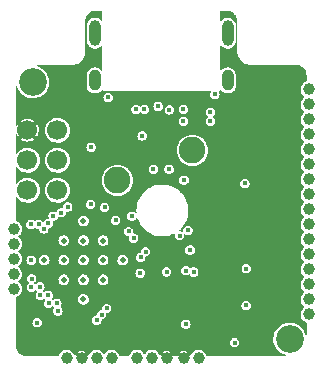
<source format=gbr>
%TF.GenerationSoftware,KiCad,Pcbnew,6.0.0*%
%TF.CreationDate,2022-01-08T01:14:49+01:00*%
%TF.ProjectId,micro,6d696372-6f2e-46b6-9963-61645f706362,rev1.0*%
%TF.SameCoordinates,Original*%
%TF.FileFunction,Copper,L2,Inr*%
%TF.FilePolarity,Positive*%
%FSLAX46Y46*%
G04 Gerber Fmt 4.6, Leading zero omitted, Abs format (unit mm)*
G04 Created by KiCad (PCBNEW 6.0.0) date 2022-01-08 01:14:49*
%MOMM*%
%LPD*%
G01*
G04 APERTURE LIST*
%TA.AperFunction,ComponentPad*%
%ADD10C,2.350000*%
%TD*%
%TA.AperFunction,ComponentPad*%
%ADD11C,1.000000*%
%TD*%
%TA.AperFunction,ComponentPad*%
%ADD12C,2.250000*%
%TD*%
%TA.AperFunction,ComponentPad*%
%ADD13C,1.700000*%
%TD*%
%TA.AperFunction,ComponentPad*%
%ADD14C,0.500000*%
%TD*%
%TA.AperFunction,ComponentPad*%
%ADD15O,1.000000X2.200000*%
%TD*%
%TA.AperFunction,ComponentPad*%
%ADD16O,1.000000X1.800000*%
%TD*%
%TA.AperFunction,ViaPad*%
%ADD17C,0.400000*%
%TD*%
G04 APERTURE END LIST*
D10*
%TO.N,GND*%
%TO.C,H2*%
X162161000Y-110028000D03*
%TD*%
D11*
%TO.N,BLD*%
%TO.C,J3*%
X154455000Y-111660000D03*
%TO.N,VCC*%
X153185000Y-111660000D03*
%TD*%
D10*
%TO.N,GND*%
%TO.C,H1*%
X140425000Y-88293000D03*
%TD*%
D12*
%TO.N,COL0*%
%TO.C,MX1*%
X147580000Y-96620000D03*
%TO.N,Net-(D1-Pad2)*%
X153930000Y-94080000D03*
%TD*%
D11*
%TO.N,SDA*%
%TO.C,J5*%
X147090000Y-111670000D03*
%TO.N,SCK*%
X145820000Y-111670000D03*
%TO.N,VCC*%
X144550000Y-111670000D03*
%TO.N,GND*%
X143280000Y-111670000D03*
%TD*%
%TO.N,GND*%
%TO.C,J4*%
X149230000Y-111660000D03*
%TO.N,RGBO*%
X150500000Y-111660000D03*
%TO.N,VCC*%
X151770000Y-111660000D03*
%TD*%
D13*
%TO.N,ROW3*%
%TO.C,J2*%
X142504579Y-92371000D03*
%TO.N,VCC*%
X139964579Y-92371000D03*
%TO.N,ROW1*%
X142504579Y-94911000D03*
%TO.N,ROW2*%
X139964579Y-94911000D03*
%TO.N,RST*%
X142504579Y-97451000D03*
%TO.N,GND*%
X139964579Y-97451000D03*
%TD*%
D14*
%TO.N,GND*%
%TO.C,U2*%
X144706837Y-101707590D03*
X141383435Y-103369291D03*
X148030239Y-103369291D03*
X146368538Y-101707590D03*
X143045136Y-105030992D03*
X144706837Y-100045889D03*
X144706837Y-103369291D03*
X144706837Y-105030992D03*
X143045136Y-101707590D03*
X146368538Y-105030992D03*
X143045136Y-103369291D03*
X144706837Y-106692693D03*
X146368538Y-103369291D03*
%TD*%
D11*
%TO.N,COL0*%
%TO.C,J6*%
X138790000Y-105807000D03*
%TO.N,COL1*%
X138790000Y-104537000D03*
%TO.N,COL2*%
X138790000Y-103267000D03*
%TO.N,COL3*%
X138790000Y-101997000D03*
%TO.N,COL4*%
X138790000Y-100727000D03*
%TD*%
%TO.N,ROW0*%
%TO.C,J7*%
X163792000Y-88894000D03*
%TO.N,ROW1*%
X163792000Y-90164000D03*
%TO.N,ROW2*%
X163792000Y-91434000D03*
%TO.N,ROW3*%
X163792000Y-92704000D03*
%TO.N,ROW4*%
X163792000Y-93974000D03*
%TO.N,ROW5*%
X163792000Y-95244000D03*
%TO.N,ROW6*%
X163792000Y-96514000D03*
%TO.N,ROW7*%
X163792000Y-97784000D03*
%TO.N,ROW8*%
X163792000Y-99054000D03*
%TO.N,ROW9*%
X163792000Y-100324000D03*
%TO.N,ROW10*%
X163792000Y-101594000D03*
%TO.N,ROW11*%
X163792000Y-102864000D03*
%TO.N,ROW12*%
X163792000Y-104134000D03*
%TO.N,ROW13*%
X163792000Y-105404000D03*
%TO.N,ROW14*%
X163792000Y-106674000D03*
%TO.N,ROW15*%
X163792000Y-107944000D03*
%TD*%
D15*
%TO.N,GND*%
%TO.C,J1*%
X156912579Y-84156500D03*
D16*
X156912579Y-88156500D03*
D15*
X145672579Y-84156500D03*
D16*
X145672579Y-88156500D03*
%TD*%
D17*
%TO.N,Net-(C1-Pad1)*%
X153172579Y-91609000D03*
X149152579Y-90609000D03*
%TO.N,GND*%
X146490000Y-98900000D03*
X158490000Y-104080000D03*
X158372579Y-96879000D03*
X143370000Y-98860000D03*
X140790000Y-108660000D03*
X153220000Y-96590000D03*
X149680000Y-92840000D03*
X152840000Y-101290000D03*
X145360000Y-93820000D03*
X151740000Y-104360000D03*
X155822579Y-89339000D03*
X148810000Y-99640000D03*
X154040000Y-104370000D03*
X146802579Y-89589000D03*
X140280000Y-103370000D03*
X153372579Y-108789000D03*
%TO.N,VCC*%
X140472579Y-98721000D03*
X142140000Y-108490000D03*
X145442579Y-97919000D03*
X148020000Y-99380000D03*
X145298579Y-95419000D03*
X150886000Y-104238000D03*
X147110000Y-93780000D03*
X145392579Y-90599000D03*
X143270000Y-89030000D03*
X161340000Y-104930000D03*
%TO.N,Net-(C9-Pad1)*%
X147430000Y-100000000D03*
X153560000Y-100850000D03*
%TO.N,Net-(D1-Pad2)*%
X151952579Y-95669000D03*
%TO.N,RGB*%
X153730000Y-102511900D03*
X145313948Y-98642576D03*
%TO.N,RGBO*%
X158480000Y-107208060D03*
%TO.N,Net-(J1-PadA5)*%
X155458579Y-91609000D03*
X149870579Y-90593000D03*
%TO.N,Net-(J1-PadA6)*%
X151982579Y-90639000D03*
X151032579Y-90349000D03*
%TO.N,Net-(J1-PadB5)*%
X153172579Y-90593000D03*
X155458579Y-90847000D03*
%TO.N,RST*%
X149511069Y-104465955D03*
%TO.N,ROW0*%
X150632579Y-95673000D03*
X148520000Y-100940000D03*
%TO.N,ROW3*%
X149552579Y-103129000D03*
%TO.N,ROW2*%
X149962579Y-102639000D03*
%TO.N,ROW1*%
X148952579Y-101499000D03*
%TO.N,COL0*%
X142140000Y-99640000D03*
%TO.N,ROW9*%
X141712579Y-106349000D03*
%TO.N,ROW10*%
X141772579Y-106999000D03*
%TO.N,ROW12*%
X142530000Y-107670000D03*
%TO.N,ROW11*%
X142452579Y-107029000D03*
%TO.N,ROW13*%
X146670000Y-107460000D03*
%TO.N,ROW14*%
X146242579Y-107979000D03*
%TO.N,ROW4*%
X142830000Y-99340000D03*
%TO.N,ROW5*%
X140322579Y-104929000D03*
%TO.N,ROW6*%
X140292579Y-105669000D03*
%TO.N,ROW7*%
X141012579Y-105629000D03*
%TO.N,ROW8*%
X141052579Y-106349000D03*
%TO.N,COL1*%
X141730000Y-100260000D03*
%TO.N,COL2*%
X141340000Y-100710000D03*
%TO.N,COL3*%
X140900000Y-100320000D03*
%TO.N,COL4*%
X140250000Y-100340000D03*
%TO.N,ROW15*%
X145840000Y-108450000D03*
%TO.N,Net-(MX1-Pad4)*%
X153384000Y-104259000D03*
X157500000Y-110350000D03*
%TD*%
%TA.AperFunction,Conductor*%
%TO.N,VCC*%
G36*
X146243602Y-82256382D02*
G01*
X146278244Y-82270750D01*
X146292579Y-82305382D01*
X146292579Y-83063995D01*
X146278227Y-83098643D01*
X146243579Y-83112995D01*
X146208931Y-83098643D01*
X146204929Y-83093832D01*
X146203565Y-83092285D01*
X146201891Y-83089849D01*
X146199686Y-83087884D01*
X146199683Y-83087881D01*
X146077509Y-82979028D01*
X146077508Y-82979027D01*
X146075300Y-82977060D01*
X145925460Y-82897724D01*
X145922602Y-82897006D01*
X145922599Y-82897005D01*
X145842712Y-82876939D01*
X145761020Y-82856419D01*
X145674890Y-82855968D01*
X145594427Y-82855546D01*
X145594423Y-82855546D01*
X145591474Y-82855531D01*
X145588605Y-82856220D01*
X145588603Y-82856220D01*
X145540354Y-82867804D01*
X145426611Y-82895112D01*
X145275948Y-82972875D01*
X145148183Y-83084331D01*
X145146485Y-83086746D01*
X145146484Y-83086748D01*
X145127545Y-83113696D01*
X145050692Y-83223047D01*
X144989103Y-83381013D01*
X144972079Y-83510326D01*
X144972079Y-84799016D01*
X144987303Y-84924820D01*
X145047234Y-85083423D01*
X145048909Y-85085860D01*
X145140530Y-85219168D01*
X145143267Y-85223151D01*
X145145472Y-85225116D01*
X145145475Y-85225119D01*
X145267649Y-85333972D01*
X145269858Y-85335940D01*
X145419698Y-85415276D01*
X145422556Y-85415994D01*
X145422559Y-85415995D01*
X145502446Y-85436061D01*
X145584138Y-85456581D01*
X145670268Y-85457032D01*
X145750731Y-85457454D01*
X145750735Y-85457454D01*
X145753684Y-85457469D01*
X145756553Y-85456780D01*
X145756555Y-85456780D01*
X145842138Y-85436233D01*
X145918547Y-85417888D01*
X146069210Y-85340125D01*
X146196975Y-85228669D01*
X146203490Y-85219399D01*
X146235154Y-85199304D01*
X146271754Y-85207485D01*
X146291849Y-85239149D01*
X146292579Y-85247574D01*
X146292579Y-87263995D01*
X146278227Y-87298643D01*
X146243579Y-87312995D01*
X146208931Y-87298643D01*
X146204929Y-87293832D01*
X146203565Y-87292285D01*
X146201891Y-87289849D01*
X146199686Y-87287884D01*
X146199683Y-87287881D01*
X146077509Y-87179028D01*
X146077508Y-87179027D01*
X146075300Y-87177060D01*
X145925460Y-87097724D01*
X145922602Y-87097006D01*
X145922599Y-87097005D01*
X145842712Y-87076939D01*
X145761020Y-87056419D01*
X145674890Y-87055968D01*
X145594427Y-87055546D01*
X145594423Y-87055546D01*
X145591474Y-87055531D01*
X145588605Y-87056220D01*
X145588603Y-87056220D01*
X145503020Y-87076767D01*
X145426611Y-87095112D01*
X145275948Y-87172875D01*
X145148183Y-87284331D01*
X145146485Y-87286746D01*
X145146484Y-87286748D01*
X145127545Y-87313696D01*
X145050692Y-87423047D01*
X145049621Y-87425795D01*
X145049619Y-87425798D01*
X145032116Y-87470692D01*
X144989103Y-87581013D01*
X144972079Y-87710326D01*
X144972079Y-88599016D01*
X144987303Y-88724820D01*
X145047234Y-88883423D01*
X145090094Y-88945785D01*
X145129574Y-89003227D01*
X145143267Y-89023151D01*
X145145472Y-89025116D01*
X145145475Y-89025119D01*
X145240388Y-89109683D01*
X145269858Y-89135940D01*
X145419698Y-89215276D01*
X145422556Y-89215994D01*
X145422559Y-89215995D01*
X145494029Y-89233947D01*
X145584138Y-89256581D01*
X145670268Y-89257032D01*
X145750731Y-89257454D01*
X145750735Y-89257454D01*
X145753684Y-89257469D01*
X145756553Y-89256780D01*
X145756555Y-89256780D01*
X145851658Y-89233947D01*
X145918547Y-89217888D01*
X146069210Y-89140125D01*
X146196975Y-89028669D01*
X146199966Y-89024414D01*
X146241824Y-88964855D01*
X146273488Y-88944760D01*
X146310088Y-88952941D01*
X146326084Y-88971818D01*
X146332032Y-88984205D01*
X146345856Y-88995260D01*
X146353568Y-89002986D01*
X146364594Y-89016823D01*
X146380332Y-89024414D01*
X146389643Y-89030277D01*
X146403294Y-89041194D01*
X146408670Y-89042430D01*
X146408672Y-89042431D01*
X146416186Y-89044158D01*
X146420541Y-89045160D01*
X146430843Y-89048777D01*
X146446781Y-89056465D01*
X146452297Y-89056470D01*
X146452298Y-89056470D01*
X146469769Y-89056485D01*
X146469800Y-89056487D01*
X146469856Y-89056500D01*
X146486702Y-89056500D01*
X146537783Y-89056545D01*
X146538028Y-89056545D01*
X146538103Y-89056509D01*
X146538184Y-89056500D01*
X155437068Y-89056500D01*
X155471716Y-89070852D01*
X155486068Y-89105500D01*
X155480727Y-89127746D01*
X155436933Y-89213696D01*
X155436330Y-89217501D01*
X155436330Y-89217502D01*
X155430255Y-89255861D01*
X155417087Y-89339000D01*
X155436933Y-89464304D01*
X155438683Y-89467738D01*
X155474342Y-89537722D01*
X155494529Y-89577342D01*
X155584237Y-89667050D01*
X155587670Y-89668799D01*
X155587671Y-89668800D01*
X155629063Y-89689890D01*
X155697275Y-89724646D01*
X155701080Y-89725249D01*
X155701081Y-89725249D01*
X155818772Y-89743889D01*
X155822579Y-89744492D01*
X155826386Y-89743889D01*
X155944077Y-89725249D01*
X155944078Y-89725249D01*
X155947883Y-89724646D01*
X156016095Y-89689890D01*
X156057487Y-89668800D01*
X156057488Y-89668799D01*
X156060921Y-89667050D01*
X156150629Y-89577342D01*
X156170817Y-89537722D01*
X156206475Y-89467738D01*
X156208225Y-89464304D01*
X156228071Y-89339000D01*
X156214903Y-89255861D01*
X156208828Y-89217502D01*
X156208828Y-89217501D01*
X156208225Y-89213696D01*
X156154647Y-89108544D01*
X156151704Y-89071157D01*
X156176809Y-89042429D01*
X156181541Y-89041350D01*
X156185856Y-89037911D01*
X156185859Y-89037910D01*
X156195207Y-89030461D01*
X156204532Y-89024611D01*
X156215307Y-89019437D01*
X156220284Y-89017047D01*
X156231339Y-89003223D01*
X156239065Y-88995511D01*
X156252902Y-88984485D01*
X156259018Y-88971805D01*
X156286997Y-88946833D01*
X156324440Y-88948959D01*
X156343534Y-88965339D01*
X156383267Y-89023151D01*
X156385472Y-89025116D01*
X156385475Y-89025119D01*
X156480388Y-89109683D01*
X156509858Y-89135940D01*
X156659698Y-89215276D01*
X156662556Y-89215994D01*
X156662559Y-89215995D01*
X156734029Y-89233947D01*
X156824138Y-89256581D01*
X156910268Y-89257032D01*
X156990731Y-89257454D01*
X156990735Y-89257454D01*
X156993684Y-89257469D01*
X156996553Y-89256780D01*
X156996555Y-89256780D01*
X157091658Y-89233947D01*
X157158547Y-89217888D01*
X157309210Y-89140125D01*
X157436975Y-89028669D01*
X157439966Y-89024414D01*
X157495947Y-88944760D01*
X157534466Y-88889953D01*
X157536910Y-88883686D01*
X157594983Y-88734736D01*
X157596055Y-88731987D01*
X157613079Y-88602674D01*
X157613079Y-87713984D01*
X157597855Y-87588180D01*
X157567454Y-87507725D01*
X157538969Y-87432342D01*
X157538968Y-87432341D01*
X157537924Y-87429577D01*
X157447935Y-87298643D01*
X157443566Y-87292286D01*
X157441891Y-87289849D01*
X157439686Y-87287884D01*
X157439683Y-87287881D01*
X157317509Y-87179028D01*
X157317508Y-87179027D01*
X157315300Y-87177060D01*
X157165460Y-87097724D01*
X157162602Y-87097006D01*
X157162599Y-87097005D01*
X157082712Y-87076939D01*
X157001020Y-87056419D01*
X156914890Y-87055968D01*
X156834427Y-87055546D01*
X156834423Y-87055546D01*
X156831474Y-87055531D01*
X156828605Y-87056220D01*
X156828603Y-87056220D01*
X156743020Y-87076767D01*
X156666611Y-87095112D01*
X156515948Y-87172875D01*
X156388183Y-87284331D01*
X156386485Y-87286746D01*
X156386484Y-87286748D01*
X156381668Y-87293601D01*
X156350004Y-87313696D01*
X156313404Y-87305515D01*
X156293309Y-87273851D01*
X156292579Y-87265426D01*
X156292579Y-85249005D01*
X156306931Y-85214357D01*
X156341579Y-85200005D01*
X156376227Y-85214357D01*
X156380229Y-85219168D01*
X156381592Y-85220714D01*
X156383267Y-85223151D01*
X156385472Y-85225116D01*
X156385475Y-85225119D01*
X156507649Y-85333972D01*
X156509858Y-85335940D01*
X156659698Y-85415276D01*
X156662556Y-85415994D01*
X156662559Y-85415995D01*
X156742446Y-85436061D01*
X156824138Y-85456581D01*
X156910268Y-85457032D01*
X156990731Y-85457454D01*
X156990735Y-85457454D01*
X156993684Y-85457469D01*
X156996553Y-85456780D01*
X156996555Y-85456780D01*
X157082138Y-85436233D01*
X157158547Y-85417888D01*
X157309210Y-85340125D01*
X157436975Y-85228669D01*
X157443653Y-85219168D01*
X157532767Y-85092370D01*
X157534466Y-85089953D01*
X157596055Y-84931987D01*
X157613079Y-84802674D01*
X157613079Y-83513984D01*
X157597855Y-83388180D01*
X157537924Y-83229577D01*
X157447935Y-83098643D01*
X157443566Y-83092286D01*
X157441891Y-83089849D01*
X157439686Y-83087884D01*
X157439683Y-83087881D01*
X157317509Y-82979028D01*
X157317508Y-82979027D01*
X157315300Y-82977060D01*
X157165460Y-82897724D01*
X157162602Y-82897006D01*
X157162599Y-82897005D01*
X157082712Y-82876939D01*
X157001020Y-82856419D01*
X156914890Y-82855968D01*
X156834427Y-82855546D01*
X156834423Y-82855546D01*
X156831474Y-82855531D01*
X156828605Y-82856220D01*
X156828603Y-82856220D01*
X156780354Y-82867804D01*
X156666611Y-82895112D01*
X156515948Y-82972875D01*
X156388183Y-83084331D01*
X156386485Y-83086746D01*
X156386484Y-83086748D01*
X156381668Y-83093601D01*
X156350004Y-83113696D01*
X156313404Y-83105515D01*
X156293309Y-83073851D01*
X156292579Y-83065426D01*
X156292579Y-82305382D01*
X156306931Y-82270734D01*
X156341556Y-82256382D01*
X156887222Y-82256123D01*
X156898224Y-82257369D01*
X156909735Y-82260016D01*
X156909738Y-82260016D01*
X156915114Y-82261252D01*
X156922768Y-82259520D01*
X156923330Y-82259393D01*
X156938947Y-82258421D01*
X157025093Y-82266905D01*
X157066743Y-82271007D01*
X157076163Y-82272881D01*
X157217000Y-82315603D01*
X157225874Y-82319279D01*
X157355671Y-82388657D01*
X157363658Y-82393993D01*
X157477430Y-82487363D01*
X157484222Y-82494156D01*
X157577585Y-82607918D01*
X157582922Y-82615904D01*
X157652302Y-82745704D01*
X157655978Y-82754579D01*
X157698701Y-82895416D01*
X157700575Y-82904837D01*
X157713121Y-83032221D01*
X157712111Y-83048002D01*
X157711567Y-83050367D01*
X157711567Y-83050373D01*
X157710331Y-83055748D01*
X157712197Y-83063995D01*
X157714235Y-83073000D01*
X157715443Y-83083868D01*
X157714971Y-83508741D01*
X157712613Y-85630409D01*
X157711348Y-85641418D01*
X157707440Y-85658281D01*
X157707439Y-85658997D01*
X157708054Y-85661693D01*
X157708830Y-85665095D01*
X157709905Y-85672143D01*
X157723539Y-85845374D01*
X157723540Y-85845380D01*
X157723691Y-85847299D01*
X157767786Y-86030965D01*
X157768520Y-86032738D01*
X157768522Y-86032743D01*
X157797811Y-86103452D01*
X157840069Y-86205471D01*
X157841078Y-86207117D01*
X157937756Y-86364882D01*
X157937758Y-86364885D01*
X157938761Y-86366521D01*
X157940005Y-86367978D01*
X157940009Y-86367983D01*
X158027229Y-86470103D01*
X158061432Y-86510149D01*
X158205061Y-86632819D01*
X158366112Y-86731510D01*
X158367894Y-86732248D01*
X158538840Y-86803057D01*
X158538845Y-86803059D01*
X158540618Y-86803793D01*
X158724284Y-86847886D01*
X158841153Y-86857083D01*
X158898505Y-86861597D01*
X158905718Y-86862710D01*
X158911870Y-86864136D01*
X158912586Y-86864137D01*
X158929753Y-86860221D01*
X158940651Y-86858994D01*
X162761717Y-86858994D01*
X162772698Y-86860240D01*
X162784268Y-86862901D01*
X162784270Y-86862901D01*
X162789645Y-86864137D01*
X162797860Y-86862278D01*
X162813478Y-86861306D01*
X162829885Y-86862922D01*
X162941272Y-86873893D01*
X162950693Y-86875767D01*
X163091530Y-86918490D01*
X163100405Y-86922166D01*
X163230205Y-86991546D01*
X163238191Y-86996883D01*
X163351953Y-87090246D01*
X163358746Y-87097038D01*
X163452116Y-87210810D01*
X163457452Y-87218797D01*
X163526830Y-87348594D01*
X163530506Y-87357468D01*
X163573228Y-87498305D01*
X163575102Y-87507725D01*
X163583315Y-87591114D01*
X163587648Y-87635111D01*
X163586637Y-87650897D01*
X163584857Y-87658638D01*
X163588792Y-87676028D01*
X163590000Y-87686842D01*
X163590000Y-88183428D01*
X163575648Y-88218076D01*
X163552438Y-88231074D01*
X163548908Y-88231921D01*
X163548904Y-88231922D01*
X163546032Y-88232612D01*
X163494368Y-88259278D01*
X163426483Y-88294316D01*
X163395369Y-88310375D01*
X163267604Y-88421831D01*
X163170113Y-88560547D01*
X163169042Y-88563295D01*
X163169040Y-88563298D01*
X163132702Y-88656500D01*
X163108524Y-88718513D01*
X163086394Y-88886611D01*
X163104999Y-89055135D01*
X163124961Y-89109683D01*
X163162251Y-89211584D01*
X163162253Y-89211588D01*
X163163266Y-89214356D01*
X163257830Y-89355083D01*
X163383233Y-89469191D01*
X163385827Y-89470599D01*
X163385832Y-89470603D01*
X163412797Y-89485243D01*
X163436399Y-89514388D01*
X163432479Y-89551685D01*
X163411892Y-89571847D01*
X163395369Y-89580375D01*
X163267604Y-89691831D01*
X163265906Y-89694246D01*
X163265905Y-89694248D01*
X163251810Y-89714304D01*
X163170113Y-89830547D01*
X163169042Y-89833295D01*
X163169040Y-89833298D01*
X163135704Y-89918800D01*
X163108524Y-89988513D01*
X163086394Y-90156611D01*
X163104999Y-90325135D01*
X163119453Y-90364632D01*
X163162251Y-90481584D01*
X163162253Y-90481588D01*
X163163266Y-90484356D01*
X163257830Y-90625083D01*
X163383233Y-90739191D01*
X163385827Y-90740599D01*
X163385832Y-90740603D01*
X163412797Y-90755243D01*
X163436399Y-90784388D01*
X163432479Y-90821685D01*
X163411892Y-90841847D01*
X163395369Y-90850375D01*
X163267604Y-90961831D01*
X163170113Y-91100547D01*
X163108524Y-91258513D01*
X163086394Y-91426611D01*
X163104999Y-91595135D01*
X163131568Y-91667738D01*
X163162251Y-91751584D01*
X163162253Y-91751588D01*
X163163266Y-91754356D01*
X163257830Y-91895083D01*
X163383233Y-92009191D01*
X163385827Y-92010599D01*
X163385832Y-92010603D01*
X163412797Y-92025243D01*
X163436399Y-92054388D01*
X163432479Y-92091685D01*
X163411892Y-92111847D01*
X163395369Y-92120375D01*
X163267604Y-92231831D01*
X163170113Y-92370547D01*
X163169042Y-92373295D01*
X163169040Y-92373298D01*
X163160078Y-92396284D01*
X163108524Y-92528513D01*
X163086394Y-92696611D01*
X163104999Y-92865135D01*
X163127564Y-92926796D01*
X163162251Y-93021584D01*
X163162253Y-93021588D01*
X163163266Y-93024356D01*
X163257830Y-93165083D01*
X163383233Y-93279191D01*
X163385827Y-93280599D01*
X163385832Y-93280603D01*
X163412797Y-93295243D01*
X163436399Y-93324388D01*
X163432479Y-93361685D01*
X163411892Y-93381847D01*
X163395369Y-93390375D01*
X163267604Y-93501831D01*
X163170113Y-93640547D01*
X163108524Y-93798513D01*
X163086394Y-93966611D01*
X163104999Y-94135135D01*
X163130162Y-94203896D01*
X163162251Y-94291584D01*
X163162253Y-94291588D01*
X163163266Y-94294356D01*
X163257830Y-94435083D01*
X163383233Y-94549191D01*
X163385827Y-94550599D01*
X163385832Y-94550603D01*
X163412797Y-94565243D01*
X163436399Y-94594388D01*
X163432479Y-94631685D01*
X163411892Y-94651847D01*
X163395369Y-94660375D01*
X163267604Y-94771831D01*
X163170113Y-94910547D01*
X163108524Y-95068513D01*
X163104675Y-95097752D01*
X163086843Y-95233204D01*
X163086394Y-95236611D01*
X163104999Y-95405135D01*
X163115596Y-95434092D01*
X163162251Y-95561584D01*
X163162253Y-95561588D01*
X163163266Y-95564356D01*
X163257830Y-95705083D01*
X163383233Y-95819191D01*
X163385827Y-95820599D01*
X163385832Y-95820603D01*
X163412797Y-95835243D01*
X163436399Y-95864388D01*
X163432479Y-95901685D01*
X163411892Y-95921847D01*
X163395369Y-95930375D01*
X163267604Y-96041831D01*
X163265906Y-96044246D01*
X163265905Y-96044248D01*
X163242262Y-96077889D01*
X163170113Y-96180547D01*
X163169042Y-96183295D01*
X163169040Y-96183298D01*
X163139057Y-96260200D01*
X163108524Y-96338513D01*
X163086394Y-96506611D01*
X163104999Y-96675135D01*
X163118306Y-96711498D01*
X163162251Y-96831584D01*
X163162253Y-96831588D01*
X163163266Y-96834356D01*
X163257830Y-96975083D01*
X163383233Y-97089191D01*
X163385827Y-97090599D01*
X163385832Y-97090603D01*
X163412797Y-97105243D01*
X163436399Y-97134388D01*
X163432479Y-97171685D01*
X163411892Y-97191847D01*
X163395369Y-97200375D01*
X163267604Y-97311831D01*
X163170113Y-97450547D01*
X163108524Y-97608513D01*
X163106993Y-97620142D01*
X163086843Y-97773204D01*
X163086394Y-97776611D01*
X163104999Y-97945135D01*
X163112867Y-97966634D01*
X163162251Y-98101584D01*
X163162253Y-98101588D01*
X163163266Y-98104356D01*
X163257830Y-98245083D01*
X163383233Y-98359191D01*
X163385827Y-98360599D01*
X163385832Y-98360603D01*
X163412797Y-98375243D01*
X163436399Y-98404388D01*
X163432479Y-98441685D01*
X163411892Y-98461847D01*
X163395369Y-98470375D01*
X163267604Y-98581831D01*
X163170113Y-98720547D01*
X163169042Y-98723295D01*
X163169040Y-98723298D01*
X163149001Y-98774696D01*
X163108524Y-98878513D01*
X163106793Y-98891665D01*
X163088736Y-99028825D01*
X163086394Y-99046611D01*
X163104999Y-99215135D01*
X163130162Y-99283896D01*
X163162251Y-99371584D01*
X163162253Y-99371588D01*
X163163266Y-99374356D01*
X163257830Y-99515083D01*
X163383233Y-99629191D01*
X163385827Y-99630599D01*
X163385832Y-99630603D01*
X163412797Y-99645243D01*
X163436399Y-99674388D01*
X163432479Y-99711685D01*
X163411892Y-99731847D01*
X163395369Y-99740375D01*
X163267604Y-99851831D01*
X163265906Y-99854246D01*
X163265905Y-99854248D01*
X163248972Y-99878342D01*
X163170113Y-99990547D01*
X163169042Y-99993295D01*
X163169040Y-99993298D01*
X163141377Y-100064251D01*
X163108524Y-100148513D01*
X163102444Y-100194696D01*
X163087236Y-100310219D01*
X163086394Y-100316611D01*
X163104999Y-100485135D01*
X163119469Y-100524676D01*
X163162251Y-100641584D01*
X163162253Y-100641588D01*
X163163266Y-100644356D01*
X163257830Y-100785083D01*
X163383233Y-100899191D01*
X163385827Y-100900599D01*
X163385832Y-100900603D01*
X163412797Y-100915243D01*
X163436399Y-100944388D01*
X163432479Y-100981685D01*
X163411892Y-101001847D01*
X163395369Y-101010375D01*
X163267604Y-101121831D01*
X163265906Y-101124246D01*
X163265905Y-101124248D01*
X163227450Y-101178965D01*
X163170113Y-101260547D01*
X163169042Y-101263295D01*
X163169040Y-101263298D01*
X163141112Y-101334930D01*
X163108524Y-101418513D01*
X163103097Y-101459734D01*
X163087986Y-101574522D01*
X163086394Y-101586611D01*
X163104999Y-101755135D01*
X163106015Y-101757910D01*
X163162251Y-101911584D01*
X163162253Y-101911588D01*
X163163266Y-101914356D01*
X163257830Y-102055083D01*
X163383233Y-102169191D01*
X163385827Y-102170599D01*
X163385832Y-102170603D01*
X163412797Y-102185243D01*
X163436399Y-102214388D01*
X163432479Y-102251685D01*
X163411892Y-102271847D01*
X163395369Y-102280375D01*
X163267604Y-102391831D01*
X163170113Y-102530547D01*
X163169042Y-102533295D01*
X163169040Y-102533298D01*
X163148981Y-102584747D01*
X163108524Y-102688513D01*
X163086394Y-102856611D01*
X163104999Y-103025135D01*
X163129290Y-103091513D01*
X163162251Y-103181584D01*
X163162253Y-103181588D01*
X163163266Y-103184356D01*
X163257830Y-103325083D01*
X163383233Y-103439191D01*
X163385827Y-103440599D01*
X163385832Y-103440603D01*
X163412797Y-103455243D01*
X163436399Y-103484388D01*
X163432479Y-103521685D01*
X163411892Y-103541847D01*
X163395369Y-103550375D01*
X163267604Y-103661831D01*
X163265906Y-103664246D01*
X163265905Y-103664248D01*
X163234747Y-103708582D01*
X163170113Y-103800547D01*
X163169042Y-103803295D01*
X163169040Y-103803298D01*
X163141726Y-103873354D01*
X163108524Y-103958513D01*
X163086394Y-104126611D01*
X163104999Y-104295135D01*
X163127343Y-104356193D01*
X163162251Y-104451584D01*
X163162253Y-104451588D01*
X163163266Y-104454356D01*
X163257830Y-104595083D01*
X163383233Y-104709191D01*
X163385827Y-104710599D01*
X163385832Y-104710603D01*
X163412797Y-104725243D01*
X163436399Y-104754388D01*
X163432479Y-104791685D01*
X163411892Y-104811847D01*
X163395369Y-104820375D01*
X163267604Y-104931831D01*
X163170113Y-105070547D01*
X163169042Y-105073295D01*
X163169040Y-105073298D01*
X163148981Y-105124747D01*
X163108524Y-105228513D01*
X163106650Y-105242751D01*
X163093428Y-105343185D01*
X163086394Y-105396611D01*
X163104999Y-105565135D01*
X163106015Y-105567910D01*
X163162251Y-105721584D01*
X163162253Y-105721588D01*
X163163266Y-105724356D01*
X163257830Y-105865083D01*
X163383233Y-105979191D01*
X163385827Y-105980599D01*
X163385832Y-105980603D01*
X163412797Y-105995243D01*
X163436399Y-106024388D01*
X163432479Y-106061685D01*
X163411892Y-106081847D01*
X163395369Y-106090375D01*
X163267604Y-106201831D01*
X163265906Y-106204246D01*
X163265905Y-106204248D01*
X163252237Y-106223696D01*
X163170113Y-106340547D01*
X163169042Y-106343295D01*
X163169040Y-106343298D01*
X163148981Y-106394747D01*
X163108524Y-106498513D01*
X163086394Y-106666611D01*
X163104999Y-106835135D01*
X163120503Y-106877502D01*
X163162251Y-106991584D01*
X163162253Y-106991588D01*
X163163266Y-106994356D01*
X163257830Y-107135083D01*
X163383233Y-107249191D01*
X163385827Y-107250599D01*
X163385832Y-107250603D01*
X163412797Y-107265243D01*
X163436399Y-107294388D01*
X163432479Y-107331685D01*
X163411892Y-107351847D01*
X163395369Y-107360375D01*
X163267604Y-107471831D01*
X163170113Y-107610547D01*
X163169042Y-107613295D01*
X163169040Y-107613298D01*
X163148417Y-107666193D01*
X163108524Y-107768513D01*
X163086394Y-107936611D01*
X163104999Y-108105135D01*
X163112150Y-108124676D01*
X163162251Y-108261584D01*
X163162253Y-108261588D01*
X163163266Y-108264356D01*
X163257830Y-108405083D01*
X163383233Y-108519191D01*
X163385826Y-108520599D01*
X163385829Y-108520601D01*
X163441188Y-108550658D01*
X163532235Y-108600092D01*
X163553437Y-108605654D01*
X163583310Y-108628327D01*
X163590004Y-108653050D01*
X163590004Y-109674384D01*
X163575652Y-109709032D01*
X163541004Y-109723384D01*
X163506356Y-109709032D01*
X163493480Y-109686321D01*
X163468069Y-109585154D01*
X163468068Y-109585152D01*
X163467579Y-109583204D01*
X163377387Y-109375779D01*
X163357213Y-109344595D01*
X163255621Y-109187556D01*
X163255617Y-109187551D01*
X163254529Y-109185869D01*
X163102304Y-109018575D01*
X163100731Y-109017333D01*
X163100727Y-109017329D01*
X162926378Y-108879637D01*
X162924799Y-108878390D01*
X162848461Y-108836249D01*
X162728540Y-108770049D01*
X162728535Y-108770047D01*
X162726782Y-108769079D01*
X162513570Y-108693577D01*
X162367188Y-108667502D01*
X162292868Y-108654263D01*
X162292864Y-108654263D01*
X162290890Y-108653911D01*
X162288882Y-108653886D01*
X162288877Y-108653886D01*
X162168824Y-108652420D01*
X162064721Y-108651148D01*
X162062728Y-108651453D01*
X162062727Y-108651453D01*
X161982719Y-108663696D01*
X161841138Y-108685361D01*
X161626146Y-108755632D01*
X161425517Y-108860072D01*
X161244640Y-108995879D01*
X161243246Y-108997338D01*
X161089760Y-109157950D01*
X161089757Y-109157954D01*
X161088372Y-109159403D01*
X161087244Y-109161056D01*
X161087242Y-109161059D01*
X161077563Y-109175249D01*
X160960911Y-109346255D01*
X160960066Y-109348076D01*
X160960064Y-109348079D01*
X160866527Y-109549587D01*
X160866525Y-109549592D01*
X160865679Y-109551415D01*
X160805233Y-109769374D01*
X160781198Y-109994278D01*
X160781313Y-109996274D01*
X160781313Y-109996277D01*
X160783142Y-110028000D01*
X160794218Y-110220089D01*
X160843944Y-110440740D01*
X160844702Y-110442606D01*
X160844703Y-110442610D01*
X160881881Y-110534167D01*
X160929041Y-110650307D01*
X160930092Y-110652022D01*
X160930093Y-110652024D01*
X160934584Y-110659352D01*
X161047222Y-110843162D01*
X161195315Y-111014125D01*
X161302909Y-111103451D01*
X161358945Y-111149973D01*
X161369342Y-111158605D01*
X161371072Y-111159616D01*
X161371075Y-111159618D01*
X161449541Y-111205470D01*
X161564629Y-111272722D01*
X161775933Y-111353411D01*
X161777906Y-111353812D01*
X161777908Y-111353813D01*
X161789189Y-111356108D01*
X161818037Y-111361977D01*
X161849128Y-111382948D01*
X161856284Y-111419762D01*
X161835313Y-111450853D01*
X161808268Y-111458993D01*
X155388415Y-111458994D01*
X155161791Y-111458994D01*
X155127143Y-111444642D01*
X155115954Y-111427314D01*
X155113260Y-111420183D01*
X155099461Y-111383665D01*
X155081390Y-111335842D01*
X155081389Y-111335841D01*
X155080345Y-111333077D01*
X154998803Y-111214433D01*
X154985987Y-111195786D01*
X154984312Y-111193349D01*
X154982107Y-111191384D01*
X154982104Y-111191381D01*
X154859930Y-111082528D01*
X154859929Y-111082527D01*
X154857721Y-111080560D01*
X154707881Y-111001224D01*
X154705023Y-111000506D01*
X154705020Y-111000505D01*
X154625133Y-110980439D01*
X154543441Y-110959919D01*
X154457311Y-110959468D01*
X154376848Y-110959046D01*
X154376844Y-110959046D01*
X154373895Y-110959031D01*
X154371026Y-110959720D01*
X154371024Y-110959720D01*
X154328544Y-110969919D01*
X154209032Y-110998612D01*
X154201298Y-111002604D01*
X154079939Y-111065242D01*
X154058369Y-111076375D01*
X153930604Y-111187831D01*
X153833113Y-111326547D01*
X153832042Y-111329295D01*
X153832041Y-111329296D01*
X153811060Y-111383109D01*
X153785102Y-111410177D01*
X153747607Y-111410962D01*
X153720137Y-111384061D01*
X153710328Y-111360380D01*
X153709542Y-111359019D01*
X153704501Y-111356108D01*
X153699752Y-111357380D01*
X153612490Y-111444642D01*
X153577842Y-111458994D01*
X153292170Y-111458994D01*
X153257522Y-111444642D01*
X153243170Y-111409994D01*
X153257522Y-111375346D01*
X153486002Y-111146866D01*
X153488857Y-111139973D01*
X153487303Y-111136221D01*
X153484617Y-111134670D01*
X153344600Y-111076674D01*
X153338447Y-111075025D01*
X153188183Y-111055242D01*
X153181817Y-111055242D01*
X153031553Y-111075025D01*
X153025400Y-111076674D01*
X152885382Y-111134671D01*
X152884019Y-111135458D01*
X152881108Y-111140499D01*
X152882380Y-111145248D01*
X153112478Y-111375346D01*
X153126830Y-111409994D01*
X153112478Y-111444642D01*
X153077830Y-111458994D01*
X152792158Y-111458994D01*
X152757510Y-111444642D01*
X152671866Y-111358998D01*
X152664973Y-111356143D01*
X152661221Y-111357697D01*
X152659671Y-111360381D01*
X152631353Y-111428746D01*
X152604834Y-111455264D01*
X152586083Y-111458994D01*
X152477527Y-111458994D01*
X152368915Y-111458995D01*
X152334268Y-111444643D01*
X152323646Y-111428746D01*
X152295329Y-111360382D01*
X152294542Y-111359019D01*
X152289501Y-111356108D01*
X152284752Y-111357380D01*
X152197489Y-111444643D01*
X152162842Y-111458995D01*
X151877168Y-111458995D01*
X151842521Y-111444643D01*
X151828169Y-111409995D01*
X151842521Y-111375347D01*
X152071002Y-111146866D01*
X152073857Y-111139973D01*
X152072303Y-111136221D01*
X152069617Y-111134670D01*
X151929600Y-111076674D01*
X151923447Y-111075025D01*
X151773183Y-111055242D01*
X151766817Y-111055242D01*
X151616553Y-111075025D01*
X151610400Y-111076674D01*
X151470382Y-111134671D01*
X151469019Y-111135458D01*
X151466108Y-111140499D01*
X151467380Y-111145248D01*
X151697479Y-111375347D01*
X151711831Y-111409995D01*
X151697479Y-111444643D01*
X151662831Y-111458995D01*
X151377159Y-111458995D01*
X151342511Y-111444643D01*
X151256866Y-111358998D01*
X151249973Y-111356143D01*
X151246221Y-111357697D01*
X151244671Y-111360382D01*
X151235027Y-111383665D01*
X151208509Y-111410184D01*
X151171006Y-111410184D01*
X151143920Y-111382234D01*
X151126390Y-111335842D01*
X151126389Y-111335841D01*
X151125345Y-111333077D01*
X151043803Y-111214433D01*
X151030987Y-111195786D01*
X151029312Y-111193349D01*
X151027107Y-111191384D01*
X151027104Y-111191381D01*
X150904930Y-111082528D01*
X150904929Y-111082527D01*
X150902721Y-111080560D01*
X150752881Y-111001224D01*
X150750023Y-111000506D01*
X150750020Y-111000505D01*
X150670133Y-110980439D01*
X150588441Y-110959919D01*
X150502311Y-110959468D01*
X150421848Y-110959046D01*
X150421844Y-110959046D01*
X150418895Y-110959031D01*
X150416026Y-110959720D01*
X150416024Y-110959720D01*
X150373544Y-110969919D01*
X150254032Y-110998612D01*
X150246298Y-111002604D01*
X150124939Y-111065242D01*
X150103369Y-111076375D01*
X149975604Y-111187831D01*
X149973906Y-111190246D01*
X149973905Y-111190248D01*
X149904871Y-111288474D01*
X149873207Y-111308569D01*
X149836607Y-111300388D01*
X149824402Y-111288055D01*
X149759312Y-111193349D01*
X149757107Y-111191384D01*
X149757104Y-111191381D01*
X149634930Y-111082528D01*
X149634929Y-111082527D01*
X149632721Y-111080560D01*
X149482881Y-111001224D01*
X149480023Y-111000506D01*
X149480020Y-111000505D01*
X149400133Y-110980439D01*
X149318441Y-110959919D01*
X149232311Y-110959468D01*
X149151848Y-110959046D01*
X149151844Y-110959046D01*
X149148895Y-110959031D01*
X149146026Y-110959720D01*
X149146024Y-110959720D01*
X149103544Y-110969919D01*
X148984032Y-110998612D01*
X148976298Y-111002604D01*
X148854939Y-111065242D01*
X148833369Y-111076375D01*
X148705604Y-111187831D01*
X148608113Y-111326547D01*
X148607042Y-111329295D01*
X148607040Y-111329298D01*
X148568638Y-111427794D01*
X148542680Y-111454862D01*
X148522985Y-111458995D01*
X147793013Y-111458995D01*
X147758365Y-111444643D01*
X147747176Y-111427315D01*
X147716390Y-111345842D01*
X147716389Y-111345840D01*
X147715345Y-111343077D01*
X147636075Y-111227739D01*
X147620987Y-111205786D01*
X147619312Y-111203349D01*
X147617107Y-111201384D01*
X147617104Y-111201381D01*
X147494930Y-111092528D01*
X147494929Y-111092527D01*
X147492721Y-111090560D01*
X147342881Y-111011224D01*
X147340023Y-111010506D01*
X147340020Y-111010505D01*
X147260133Y-110990439D01*
X147178441Y-110969919D01*
X147092311Y-110969468D01*
X147011848Y-110969046D01*
X147011844Y-110969046D01*
X147008895Y-110969031D01*
X147006026Y-110969720D01*
X147006024Y-110969720D01*
X146920441Y-110990267D01*
X146844032Y-111008612D01*
X146836298Y-111012604D01*
X146712744Y-111076375D01*
X146693369Y-111086375D01*
X146565604Y-111197831D01*
X146563906Y-111200246D01*
X146563905Y-111200248D01*
X146494871Y-111298474D01*
X146463207Y-111318569D01*
X146426607Y-111310388D01*
X146414402Y-111298055D01*
X146349312Y-111203349D01*
X146347107Y-111201384D01*
X146347104Y-111201381D01*
X146224930Y-111092528D01*
X146224929Y-111092527D01*
X146222721Y-111090560D01*
X146072881Y-111011224D01*
X146070023Y-111010506D01*
X146070020Y-111010505D01*
X145990133Y-110990439D01*
X145908441Y-110969919D01*
X145822311Y-110969468D01*
X145741848Y-110969046D01*
X145741844Y-110969046D01*
X145738895Y-110969031D01*
X145736026Y-110969720D01*
X145736024Y-110969720D01*
X145650441Y-110990267D01*
X145574032Y-111008612D01*
X145566298Y-111012604D01*
X145442744Y-111076375D01*
X145423369Y-111086375D01*
X145295604Y-111197831D01*
X145293906Y-111200246D01*
X145293905Y-111200248D01*
X145279354Y-111220952D01*
X145198113Y-111336547D01*
X145181930Y-111378053D01*
X145176060Y-111393109D01*
X145150102Y-111420177D01*
X145112607Y-111420962D01*
X145085137Y-111394060D01*
X145075330Y-111370383D01*
X145074543Y-111369019D01*
X145069501Y-111366108D01*
X145064752Y-111367380D01*
X144987489Y-111444643D01*
X144952841Y-111458995D01*
X144667169Y-111458995D01*
X144632521Y-111444643D01*
X144618169Y-111409995D01*
X144632521Y-111375347D01*
X144851002Y-111156866D01*
X144853857Y-111149973D01*
X144852303Y-111146221D01*
X144849617Y-111144670D01*
X144709600Y-111086674D01*
X144703447Y-111085025D01*
X144553183Y-111065242D01*
X144546817Y-111065242D01*
X144396553Y-111085025D01*
X144390400Y-111086674D01*
X144250382Y-111144671D01*
X144249019Y-111145458D01*
X144246108Y-111150499D01*
X144247380Y-111155248D01*
X144467479Y-111375347D01*
X144481831Y-111409995D01*
X144467479Y-111444643D01*
X144432831Y-111458995D01*
X144147159Y-111458995D01*
X144112511Y-111444643D01*
X144036866Y-111368998D01*
X144029973Y-111366143D01*
X144026221Y-111367697D01*
X144024670Y-111370383D01*
X144015027Y-111393664D01*
X143988509Y-111420183D01*
X143951006Y-111420183D01*
X143923920Y-111392234D01*
X143917539Y-111375347D01*
X143905345Y-111343077D01*
X143826075Y-111227739D01*
X143810987Y-111205786D01*
X143809312Y-111203349D01*
X143807107Y-111201384D01*
X143807104Y-111201381D01*
X143684930Y-111092528D01*
X143684929Y-111092527D01*
X143682721Y-111090560D01*
X143532881Y-111011224D01*
X143530023Y-111010506D01*
X143530020Y-111010505D01*
X143450133Y-110990439D01*
X143368441Y-110969919D01*
X143282311Y-110969468D01*
X143201848Y-110969046D01*
X143201844Y-110969046D01*
X143198895Y-110969031D01*
X143196026Y-110969720D01*
X143196024Y-110969720D01*
X143110441Y-110990267D01*
X143034032Y-111008612D01*
X143026298Y-111012604D01*
X142902744Y-111076375D01*
X142883369Y-111086375D01*
X142755604Y-111197831D01*
X142753906Y-111200246D01*
X142753905Y-111200248D01*
X142739354Y-111220952D01*
X142658113Y-111336547D01*
X142657042Y-111339295D01*
X142657040Y-111339298D01*
X142645298Y-111369416D01*
X142622725Y-111427314D01*
X142622537Y-111427795D01*
X142596579Y-111454863D01*
X142576884Y-111458996D01*
X139818287Y-111458996D01*
X139807306Y-111457750D01*
X139795736Y-111455089D01*
X139795734Y-111455089D01*
X139790359Y-111453853D01*
X139782144Y-111455712D01*
X139766526Y-111456684D01*
X139766090Y-111456641D01*
X139737753Y-111453850D01*
X139638732Y-111444097D01*
X139629311Y-111442223D01*
X139488474Y-111399500D01*
X139479599Y-111395824D01*
X139349799Y-111326444D01*
X139341813Y-111321107D01*
X139228051Y-111227744D01*
X139221258Y-111220952D01*
X139127888Y-111107180D01*
X139122552Y-111099193D01*
X139053174Y-110969396D01*
X139049498Y-110960522D01*
X139006776Y-110819685D01*
X139004902Y-110810264D01*
X138997692Y-110737060D01*
X138992356Y-110682876D01*
X138993367Y-110667093D01*
X138993911Y-110664729D01*
X138993911Y-110664727D01*
X138995147Y-110659352D01*
X138991212Y-110641961D01*
X138990004Y-110631148D01*
X138990004Y-110350000D01*
X157094508Y-110350000D01*
X157114354Y-110475304D01*
X157171950Y-110588342D01*
X157261658Y-110678050D01*
X157265091Y-110679799D01*
X157265092Y-110679800D01*
X157271135Y-110682879D01*
X157374696Y-110735646D01*
X157378501Y-110736249D01*
X157378502Y-110736249D01*
X157496193Y-110754889D01*
X157500000Y-110755492D01*
X157503807Y-110754889D01*
X157621498Y-110736249D01*
X157621499Y-110736249D01*
X157625304Y-110735646D01*
X157728865Y-110682879D01*
X157734908Y-110679800D01*
X157734909Y-110679799D01*
X157738342Y-110678050D01*
X157828050Y-110588342D01*
X157885646Y-110475304D01*
X157905492Y-110350000D01*
X157885646Y-110224696D01*
X157828050Y-110111658D01*
X157738342Y-110021950D01*
X157734909Y-110020201D01*
X157734908Y-110020200D01*
X157680127Y-109992288D01*
X157625304Y-109964354D01*
X157621499Y-109963751D01*
X157621498Y-109963751D01*
X157503807Y-109945111D01*
X157500000Y-109944508D01*
X157496193Y-109945111D01*
X157378502Y-109963751D01*
X157378501Y-109963751D01*
X157374696Y-109964354D01*
X157319873Y-109992288D01*
X157265092Y-110020200D01*
X157265091Y-110020201D01*
X157261658Y-110021950D01*
X157171950Y-110111658D01*
X157114354Y-110224696D01*
X157094508Y-110350000D01*
X138990004Y-110350000D01*
X138990004Y-108660000D01*
X140384508Y-108660000D01*
X140404354Y-108785304D01*
X140461950Y-108898342D01*
X140551658Y-108988050D01*
X140555091Y-108989799D01*
X140555092Y-108989800D01*
X140608177Y-109016848D01*
X140664696Y-109045646D01*
X140668501Y-109046249D01*
X140668502Y-109046249D01*
X140786193Y-109064889D01*
X140790000Y-109065492D01*
X140793807Y-109064889D01*
X140911498Y-109046249D01*
X140911499Y-109046249D01*
X140915304Y-109045646D01*
X140971823Y-109016848D01*
X141024908Y-108989800D01*
X141024909Y-108989799D01*
X141028342Y-108988050D01*
X141118050Y-108898342D01*
X141175646Y-108785304D01*
X141195492Y-108660000D01*
X141185781Y-108598684D01*
X141176249Y-108538502D01*
X141176249Y-108538501D01*
X141175646Y-108534696D01*
X141132491Y-108450000D01*
X145434508Y-108450000D01*
X145435111Y-108453807D01*
X145447379Y-108531262D01*
X145454354Y-108575304D01*
X145511950Y-108688342D01*
X145601658Y-108778050D01*
X145605091Y-108779799D01*
X145605092Y-108779800D01*
X145622634Y-108788738D01*
X145714696Y-108835646D01*
X145718501Y-108836249D01*
X145718502Y-108836249D01*
X145836193Y-108854889D01*
X145840000Y-108855492D01*
X145843807Y-108854889D01*
X145961498Y-108836249D01*
X145961499Y-108836249D01*
X145965304Y-108835646D01*
X146056852Y-108789000D01*
X152967087Y-108789000D01*
X152967690Y-108792807D01*
X152984837Y-108901068D01*
X152986933Y-108914304D01*
X152988683Y-108917738D01*
X153040819Y-109020060D01*
X153044529Y-109027342D01*
X153134237Y-109117050D01*
X153137670Y-109118799D01*
X153137671Y-109118800D01*
X153190756Y-109145848D01*
X153247275Y-109174646D01*
X153251080Y-109175249D01*
X153251081Y-109175249D01*
X153368772Y-109193889D01*
X153372579Y-109194492D01*
X153376386Y-109193889D01*
X153494077Y-109175249D01*
X153494078Y-109175249D01*
X153497883Y-109174646D01*
X153554402Y-109145848D01*
X153607487Y-109118800D01*
X153607488Y-109118799D01*
X153610921Y-109117050D01*
X153700629Y-109027342D01*
X153704340Y-109020060D01*
X153756475Y-108917738D01*
X153758225Y-108914304D01*
X153760322Y-108901068D01*
X153777468Y-108792807D01*
X153778071Y-108789000D01*
X153761756Y-108685988D01*
X153758828Y-108667502D01*
X153758828Y-108667501D01*
X153758225Y-108663696D01*
X153700629Y-108550658D01*
X153610921Y-108460950D01*
X153607488Y-108459201D01*
X153607487Y-108459200D01*
X153505174Y-108407069D01*
X153497883Y-108403354D01*
X153494078Y-108402751D01*
X153494077Y-108402751D01*
X153376386Y-108384111D01*
X153372579Y-108383508D01*
X153368772Y-108384111D01*
X153251081Y-108402751D01*
X153251080Y-108402751D01*
X153247275Y-108403354D01*
X153239984Y-108407069D01*
X153137671Y-108459200D01*
X153137670Y-108459201D01*
X153134237Y-108460950D01*
X153044529Y-108550658D01*
X152986933Y-108663696D01*
X152986330Y-108667501D01*
X152986330Y-108667502D01*
X152983402Y-108685988D01*
X152967087Y-108789000D01*
X146056852Y-108789000D01*
X146057366Y-108788738D01*
X146074908Y-108779800D01*
X146074909Y-108779799D01*
X146078342Y-108778050D01*
X146168050Y-108688342D01*
X146225646Y-108575304D01*
X146232622Y-108531262D01*
X146244889Y-108453807D01*
X146245492Y-108450000D01*
X146244889Y-108446191D01*
X146242965Y-108434041D01*
X146251721Y-108397574D01*
X146283697Y-108377980D01*
X146364077Y-108365249D01*
X146364078Y-108365249D01*
X146367883Y-108364646D01*
X146453029Y-108321262D01*
X146477487Y-108308800D01*
X146477488Y-108308799D01*
X146480921Y-108307050D01*
X146570629Y-108217342D01*
X146628225Y-108104304D01*
X146634553Y-108064354D01*
X146647468Y-107982807D01*
X146648071Y-107979000D01*
X146644868Y-107958778D01*
X146638735Y-107920055D01*
X146647490Y-107883589D01*
X146679467Y-107863993D01*
X146791498Y-107846249D01*
X146791499Y-107846249D01*
X146795304Y-107845646D01*
X146887366Y-107798738D01*
X146904908Y-107789800D01*
X146904909Y-107789799D01*
X146908342Y-107788050D01*
X146998050Y-107698342D01*
X147055646Y-107585304D01*
X147056488Y-107579991D01*
X147074889Y-107463807D01*
X147075492Y-107460000D01*
X147069610Y-107422861D01*
X147056249Y-107338502D01*
X147056249Y-107338501D01*
X147055646Y-107334696D01*
X147019578Y-107263908D01*
X146999800Y-107225092D01*
X146999799Y-107225091D01*
X146998050Y-107221658D01*
X146984452Y-107208060D01*
X158074508Y-107208060D01*
X158075111Y-107211867D01*
X158079578Y-107240068D01*
X158094354Y-107333364D01*
X158108117Y-107360375D01*
X158144438Y-107431658D01*
X158151950Y-107446402D01*
X158241658Y-107536110D01*
X158245091Y-107537859D01*
X158245092Y-107537860D01*
X158279538Y-107555411D01*
X158354696Y-107593706D01*
X158358501Y-107594309D01*
X158358502Y-107594309D01*
X158476193Y-107612949D01*
X158480000Y-107613552D01*
X158483807Y-107612949D01*
X158601498Y-107594309D01*
X158601499Y-107594309D01*
X158605304Y-107593706D01*
X158680462Y-107555411D01*
X158714908Y-107537860D01*
X158714909Y-107537859D01*
X158718342Y-107536110D01*
X158808050Y-107446402D01*
X158815563Y-107431658D01*
X158851883Y-107360375D01*
X158865646Y-107333364D01*
X158880423Y-107240068D01*
X158884889Y-107211867D01*
X158885492Y-107208060D01*
X158873546Y-107132632D01*
X158866249Y-107086562D01*
X158866249Y-107086561D01*
X158865646Y-107082756D01*
X158820604Y-106994356D01*
X158809800Y-106973152D01*
X158809799Y-106973151D01*
X158808050Y-106969718D01*
X158718342Y-106880010D01*
X158714909Y-106878261D01*
X158714908Y-106878260D01*
X158630270Y-106835135D01*
X158605304Y-106822414D01*
X158601499Y-106821811D01*
X158601498Y-106821811D01*
X158483807Y-106803171D01*
X158480000Y-106802568D01*
X158476193Y-106803171D01*
X158358502Y-106821811D01*
X158358501Y-106821811D01*
X158354696Y-106822414D01*
X158329730Y-106835135D01*
X158245092Y-106878260D01*
X158245091Y-106878261D01*
X158241658Y-106880010D01*
X158151950Y-106969718D01*
X158150201Y-106973151D01*
X158150200Y-106973152D01*
X158139396Y-106994356D01*
X158094354Y-107082756D01*
X158093751Y-107086561D01*
X158093751Y-107086562D01*
X158086454Y-107132632D01*
X158074508Y-107208060D01*
X146984452Y-107208060D01*
X146908342Y-107131950D01*
X146904909Y-107130201D01*
X146904908Y-107130200D01*
X146819263Y-107086562D01*
X146795304Y-107074354D01*
X146791499Y-107073751D01*
X146791498Y-107073751D01*
X146673807Y-107055111D01*
X146670000Y-107054508D01*
X146666193Y-107055111D01*
X146548502Y-107073751D01*
X146548501Y-107073751D01*
X146544696Y-107074354D01*
X146520737Y-107086562D01*
X146435092Y-107130200D01*
X146435091Y-107130201D01*
X146431658Y-107131950D01*
X146341950Y-107221658D01*
X146340201Y-107225091D01*
X146340200Y-107225092D01*
X146320422Y-107263908D01*
X146284354Y-107334696D01*
X146283751Y-107338501D01*
X146283751Y-107338502D01*
X146270390Y-107422861D01*
X146264508Y-107460000D01*
X146265111Y-107463807D01*
X146273844Y-107518945D01*
X146265089Y-107555411D01*
X146233112Y-107575007D01*
X146121081Y-107592751D01*
X146121080Y-107592751D01*
X146117275Y-107593354D01*
X146070716Y-107617077D01*
X146007671Y-107649200D01*
X146007670Y-107649201D01*
X146004237Y-107650950D01*
X145914529Y-107740658D01*
X145856933Y-107853696D01*
X145856330Y-107857501D01*
X145856330Y-107857502D01*
X145855302Y-107863993D01*
X145837087Y-107979000D01*
X145837690Y-107982807D01*
X145837690Y-107982809D01*
X145839614Y-107994959D01*
X145830858Y-108031426D01*
X145798882Y-108051020D01*
X145718502Y-108063751D01*
X145718501Y-108063751D01*
X145714696Y-108064354D01*
X145694020Y-108074889D01*
X145605092Y-108120200D01*
X145605091Y-108120201D01*
X145601658Y-108121950D01*
X145511950Y-108211658D01*
X145454354Y-108324696D01*
X145453751Y-108328501D01*
X145453751Y-108328502D01*
X145439429Y-108418932D01*
X145434508Y-108450000D01*
X141132491Y-108450000D01*
X141130550Y-108446191D01*
X141119800Y-108425092D01*
X141119799Y-108425091D01*
X141118050Y-108421658D01*
X141028342Y-108331950D01*
X141024909Y-108330201D01*
X141024908Y-108330200D01*
X140934131Y-108283947D01*
X140915304Y-108274354D01*
X140911499Y-108273751D01*
X140911498Y-108273751D01*
X140793807Y-108255111D01*
X140790000Y-108254508D01*
X140786193Y-108255111D01*
X140668502Y-108273751D01*
X140668501Y-108273751D01*
X140664696Y-108274354D01*
X140645869Y-108283947D01*
X140555092Y-108330200D01*
X140555091Y-108330201D01*
X140551658Y-108331950D01*
X140461950Y-108421658D01*
X140460201Y-108425091D01*
X140460200Y-108425092D01*
X140449450Y-108446191D01*
X140404354Y-108534696D01*
X140403751Y-108538501D01*
X140403751Y-108538502D01*
X140394219Y-108598684D01*
X140384508Y-108660000D01*
X138990004Y-108660000D01*
X138990004Y-108575304D01*
X138990003Y-106518912D01*
X139004355Y-106484264D01*
X139023719Y-106473553D01*
X139023371Y-106472587D01*
X139026145Y-106471589D01*
X139029029Y-106470928D01*
X139031670Y-106469600D01*
X139031672Y-106469599D01*
X139107057Y-106431684D01*
X139180498Y-106394747D01*
X139246788Y-106338130D01*
X139307179Y-106286551D01*
X139307181Y-106286549D01*
X139309423Y-106284634D01*
X139408361Y-106146947D01*
X139471601Y-105989634D01*
X139472887Y-105980603D01*
X139486971Y-105881634D01*
X139495490Y-105821778D01*
X139495645Y-105807000D01*
X139478945Y-105669000D01*
X139887087Y-105669000D01*
X139887690Y-105672807D01*
X139901142Y-105757738D01*
X139906933Y-105794304D01*
X139922389Y-105824637D01*
X139953758Y-105886202D01*
X139964529Y-105907342D01*
X140054237Y-105997050D01*
X140057670Y-105998799D01*
X140057671Y-105998800D01*
X140101143Y-106020950D01*
X140167275Y-106054646D01*
X140171080Y-106055249D01*
X140171081Y-106055249D01*
X140288772Y-106073889D01*
X140292579Y-106074492D01*
X140296386Y-106073889D01*
X140414077Y-106055249D01*
X140414078Y-106055249D01*
X140417883Y-106054646D01*
X140484015Y-106020950D01*
X140527487Y-105998800D01*
X140527488Y-105998799D01*
X140530921Y-105997050D01*
X140620629Y-105907342D01*
X140625083Y-105898601D01*
X140653602Y-105874247D01*
X140690990Y-105877192D01*
X140703389Y-105886202D01*
X140774237Y-105957050D01*
X140777670Y-105958799D01*
X140782978Y-105961504D01*
X140807332Y-105990023D01*
X140804387Y-106027411D01*
X140795377Y-106039810D01*
X140724529Y-106110658D01*
X140666933Y-106223696D01*
X140647087Y-106349000D01*
X140647690Y-106352807D01*
X140654333Y-106394747D01*
X140666933Y-106474304D01*
X140679268Y-106498513D01*
X140713121Y-106564952D01*
X140724529Y-106587342D01*
X140814237Y-106677050D01*
X140817670Y-106678799D01*
X140817671Y-106678800D01*
X140861143Y-106700950D01*
X140927275Y-106734646D01*
X140931080Y-106735249D01*
X140931081Y-106735249D01*
X141048772Y-106753889D01*
X141052579Y-106754492D01*
X141056386Y-106753889D01*
X141174077Y-106735249D01*
X141174078Y-106735249D01*
X141177883Y-106734646D01*
X141244015Y-106700950D01*
X141287487Y-106678800D01*
X141287488Y-106678799D01*
X141290921Y-106677050D01*
X141347931Y-106620040D01*
X141382579Y-106605688D01*
X141417227Y-106620040D01*
X141466539Y-106669352D01*
X141480891Y-106704000D01*
X141466539Y-106738648D01*
X141444529Y-106760658D01*
X141442780Y-106764091D01*
X141442779Y-106764092D01*
X141430632Y-106787932D01*
X141386933Y-106873696D01*
X141386330Y-106877501D01*
X141386330Y-106877502D01*
X141371725Y-106969718D01*
X141367087Y-106999000D01*
X141367690Y-107002807D01*
X141380353Y-107082756D01*
X141386933Y-107124304D01*
X141402219Y-107154304D01*
X141436538Y-107221658D01*
X141444529Y-107237342D01*
X141534237Y-107327050D01*
X141537670Y-107328799D01*
X141537671Y-107328800D01*
X141570325Y-107345438D01*
X141647275Y-107384646D01*
X141651080Y-107385249D01*
X141651081Y-107385249D01*
X141768772Y-107403889D01*
X141772579Y-107404492D01*
X141776386Y-107403889D01*
X141894077Y-107385249D01*
X141894078Y-107385249D01*
X141897883Y-107384646D01*
X141974833Y-107345438D01*
X142007487Y-107328800D01*
X142007488Y-107328799D01*
X142010921Y-107327050D01*
X142062931Y-107275040D01*
X142097579Y-107260688D01*
X142132227Y-107275040D01*
X142210750Y-107353563D01*
X142225102Y-107388211D01*
X142210749Y-107422859D01*
X142201950Y-107431658D01*
X142200201Y-107435091D01*
X142200200Y-107435092D01*
X142189449Y-107456193D01*
X142144354Y-107544696D01*
X142143751Y-107548501D01*
X142143751Y-107548502D01*
X142136869Y-107591956D01*
X142124508Y-107670000D01*
X142144354Y-107795304D01*
X142146104Y-107798738D01*
X142189338Y-107883589D01*
X142201950Y-107908342D01*
X142291658Y-107998050D01*
X142295091Y-107999799D01*
X142295092Y-107999800D01*
X142348177Y-108026848D01*
X142404696Y-108055646D01*
X142408501Y-108056249D01*
X142408502Y-108056249D01*
X142526193Y-108074889D01*
X142530000Y-108075492D01*
X142533807Y-108074889D01*
X142651498Y-108056249D01*
X142651499Y-108056249D01*
X142655304Y-108055646D01*
X142711823Y-108026848D01*
X142764908Y-107999800D01*
X142764909Y-107999799D01*
X142768342Y-107998050D01*
X142858050Y-107908342D01*
X142870663Y-107883589D01*
X142913896Y-107798738D01*
X142915646Y-107795304D01*
X142935492Y-107670000D01*
X142923131Y-107591956D01*
X142916249Y-107548502D01*
X142916249Y-107548501D01*
X142915646Y-107544696D01*
X142870551Y-107456193D01*
X142859800Y-107435092D01*
X142859799Y-107435091D01*
X142858050Y-107431658D01*
X142771830Y-107345438D01*
X142757478Y-107310790D01*
X142771828Y-107276144D01*
X142777902Y-107270069D01*
X142780629Y-107267342D01*
X142784020Y-107260688D01*
X142836475Y-107157738D01*
X142838225Y-107154304D01*
X142840179Y-107141971D01*
X142857468Y-107032807D01*
X142858071Y-107029000D01*
X142843322Y-106935878D01*
X142838828Y-106907502D01*
X142838828Y-106907501D01*
X142838225Y-106903696D01*
X142787005Y-106803171D01*
X142782379Y-106794092D01*
X142782378Y-106794091D01*
X142780629Y-106790658D01*
X142690921Y-106700950D01*
X142687488Y-106699201D01*
X142687487Y-106699200D01*
X142663804Y-106687133D01*
X144251738Y-106687133D01*
X144252190Y-106690590D01*
X144252190Y-106690593D01*
X144262223Y-106767312D01*
X144268470Y-106815087D01*
X144269877Y-106818284D01*
X144269877Y-106818285D01*
X144271694Y-106822414D01*
X144320442Y-106933203D01*
X144322688Y-106935875D01*
X144322690Y-106935878D01*
X144400968Y-107029000D01*
X144403476Y-107031984D01*
X144406380Y-107033917D01*
X144406381Y-107033918D01*
X144438219Y-107055111D01*
X144510897Y-107103489D01*
X144514223Y-107104528D01*
X144514225Y-107104529D01*
X144532995Y-107110393D01*
X144634070Y-107141971D01*
X144637560Y-107142035D01*
X144663757Y-107142515D01*
X144763092Y-107144336D01*
X144887592Y-107110393D01*
X144890563Y-107108569D01*
X144890565Y-107108568D01*
X144994587Y-107044698D01*
X144997561Y-107042872D01*
X145084159Y-106947200D01*
X145119772Y-106873696D01*
X145138902Y-106834212D01*
X145138903Y-106834210D01*
X145140425Y-106831068D01*
X145141983Y-106821811D01*
X145161520Y-106705677D01*
X145161834Y-106703813D01*
X145161970Y-106692693D01*
X145143676Y-106564952D01*
X145090265Y-106447481D01*
X145006030Y-106349721D01*
X144967613Y-106324821D01*
X144900674Y-106281433D01*
X144900670Y-106281431D01*
X144897743Y-106279534D01*
X144894399Y-106278534D01*
X144894397Y-106278533D01*
X144777460Y-106243561D01*
X144777461Y-106243561D01*
X144774110Y-106242559D01*
X144707910Y-106242155D01*
X144648560Y-106241792D01*
X144648558Y-106241792D01*
X144645068Y-106241771D01*
X144641713Y-106242730D01*
X144641712Y-106242730D01*
X144524347Y-106276273D01*
X144520992Y-106277232D01*
X144411856Y-106346092D01*
X144326433Y-106442815D01*
X144271591Y-106559625D01*
X144271054Y-106563072D01*
X144271054Y-106563073D01*
X144253783Y-106674000D01*
X144251738Y-106687133D01*
X142663804Y-106687133D01*
X142623527Y-106666611D01*
X142577883Y-106643354D01*
X142574078Y-106642751D01*
X142574077Y-106642751D01*
X142456386Y-106624111D01*
X142452579Y-106623508D01*
X142448772Y-106624111D01*
X142331081Y-106642751D01*
X142331080Y-106642751D01*
X142327275Y-106643354D01*
X142281631Y-106666611D01*
X142217671Y-106699200D01*
X142217670Y-106699201D01*
X142214237Y-106700950D01*
X142162227Y-106752960D01*
X142127579Y-106767312D01*
X142092931Y-106752960D01*
X142018619Y-106678648D01*
X142004267Y-106644000D01*
X142018619Y-106609352D01*
X142040629Y-106587342D01*
X142052038Y-106564952D01*
X142085890Y-106498513D01*
X142098225Y-106474304D01*
X142110826Y-106394747D01*
X142117468Y-106352807D01*
X142118071Y-106349000D01*
X142098225Y-106223696D01*
X142040629Y-106110658D01*
X141950921Y-106020950D01*
X141947488Y-106019201D01*
X141947487Y-106019200D01*
X141871736Y-105980603D01*
X141837883Y-105963354D01*
X141834078Y-105962751D01*
X141834077Y-105962751D01*
X141716386Y-105944111D01*
X141712579Y-105943508D01*
X141708772Y-105944111D01*
X141591081Y-105962751D01*
X141591080Y-105962751D01*
X141587275Y-105963354D01*
X141553422Y-105980603D01*
X141477671Y-106019200D01*
X141477670Y-106019201D01*
X141474237Y-106020950D01*
X141417227Y-106077960D01*
X141382579Y-106092312D01*
X141347931Y-106077960D01*
X141290921Y-106020950D01*
X141282180Y-106016496D01*
X141257826Y-105987977D01*
X141260771Y-105950589D01*
X141269781Y-105938190D01*
X141340629Y-105867342D01*
X141363034Y-105823371D01*
X141396475Y-105757738D01*
X141398225Y-105754304D01*
X141399866Y-105743947D01*
X141417468Y-105632807D01*
X141418071Y-105629000D01*
X141404560Y-105543696D01*
X141398828Y-105507502D01*
X141398828Y-105507501D01*
X141398225Y-105503696D01*
X141354957Y-105418778D01*
X141342379Y-105394092D01*
X141342378Y-105394091D01*
X141340629Y-105390658D01*
X141250921Y-105300950D01*
X141247488Y-105299201D01*
X141247487Y-105299200D01*
X141168197Y-105258800D01*
X141137883Y-105243354D01*
X141134078Y-105242751D01*
X141134077Y-105242751D01*
X141016386Y-105224111D01*
X141012579Y-105223508D01*
X141008772Y-105224111D01*
X140891081Y-105242751D01*
X140891080Y-105242751D01*
X140887275Y-105243354D01*
X140856961Y-105258800D01*
X140777671Y-105299200D01*
X140777670Y-105299201D01*
X140774237Y-105300950D01*
X140684529Y-105390658D01*
X140682780Y-105394091D01*
X140680075Y-105399399D01*
X140651556Y-105423753D01*
X140614168Y-105420808D01*
X140601769Y-105411798D01*
X140533156Y-105343185D01*
X140518804Y-105308537D01*
X140533156Y-105273889D01*
X140545558Y-105264878D01*
X140557486Y-105258800D01*
X140560921Y-105257050D01*
X140650629Y-105167342D01*
X140656111Y-105156584D01*
X140679427Y-105110823D01*
X140708225Y-105054304D01*
X140712798Y-105025432D01*
X142590037Y-105025432D01*
X142590489Y-105028889D01*
X142590489Y-105028892D01*
X142595620Y-105068130D01*
X142606769Y-105153386D01*
X142608176Y-105156583D01*
X142608176Y-105156584D01*
X142642979Y-105235680D01*
X142658741Y-105271502D01*
X142660987Y-105274174D01*
X142660989Y-105274177D01*
X142739528Y-105367610D01*
X142741775Y-105370283D01*
X142744679Y-105372216D01*
X142744680Y-105372217D01*
X142785735Y-105399545D01*
X142849196Y-105441788D01*
X142852522Y-105442827D01*
X142852524Y-105442828D01*
X142871294Y-105448692D01*
X142972369Y-105480270D01*
X142975859Y-105480334D01*
X143002056Y-105480814D01*
X143101391Y-105482635D01*
X143225891Y-105448692D01*
X143228862Y-105446868D01*
X143228864Y-105446867D01*
X143332886Y-105382997D01*
X143335860Y-105381171D01*
X143422458Y-105285499D01*
X143478724Y-105169367D01*
X143479643Y-105163908D01*
X143489775Y-105103678D01*
X143500133Y-105042112D01*
X143500269Y-105030992D01*
X143499473Y-105025432D01*
X144251738Y-105025432D01*
X144252190Y-105028889D01*
X144252190Y-105028892D01*
X144257321Y-105068130D01*
X144268470Y-105153386D01*
X144269877Y-105156583D01*
X144269877Y-105156584D01*
X144304680Y-105235680D01*
X144320442Y-105271502D01*
X144322688Y-105274174D01*
X144322690Y-105274177D01*
X144401229Y-105367610D01*
X144403476Y-105370283D01*
X144406380Y-105372216D01*
X144406381Y-105372217D01*
X144447436Y-105399545D01*
X144510897Y-105441788D01*
X144514223Y-105442827D01*
X144514225Y-105442828D01*
X144532995Y-105448692D01*
X144634070Y-105480270D01*
X144637560Y-105480334D01*
X144663757Y-105480814D01*
X144763092Y-105482635D01*
X144887592Y-105448692D01*
X144890563Y-105446868D01*
X144890565Y-105446867D01*
X144994587Y-105382997D01*
X144997561Y-105381171D01*
X145084159Y-105285499D01*
X145140425Y-105169367D01*
X145141344Y-105163908D01*
X145151476Y-105103678D01*
X145161834Y-105042112D01*
X145161970Y-105030992D01*
X145161174Y-105025432D01*
X145913439Y-105025432D01*
X145913891Y-105028889D01*
X145913891Y-105028892D01*
X145919022Y-105068130D01*
X145930171Y-105153386D01*
X145931578Y-105156583D01*
X145931578Y-105156584D01*
X145966381Y-105235680D01*
X145982143Y-105271502D01*
X145984389Y-105274174D01*
X145984391Y-105274177D01*
X146062930Y-105367610D01*
X146065177Y-105370283D01*
X146068081Y-105372216D01*
X146068082Y-105372217D01*
X146109137Y-105399545D01*
X146172598Y-105441788D01*
X146175924Y-105442827D01*
X146175926Y-105442828D01*
X146194696Y-105448692D01*
X146295771Y-105480270D01*
X146299261Y-105480334D01*
X146325458Y-105480814D01*
X146424793Y-105482635D01*
X146549293Y-105448692D01*
X146552264Y-105446868D01*
X146552266Y-105446867D01*
X146656288Y-105382997D01*
X146659262Y-105381171D01*
X146745860Y-105285499D01*
X146802126Y-105169367D01*
X146803045Y-105163908D01*
X146813177Y-105103678D01*
X146823535Y-105042112D01*
X146823671Y-105030992D01*
X146805377Y-104903251D01*
X146751966Y-104785780D01*
X146743102Y-104775492D01*
X146670011Y-104690666D01*
X146667731Y-104688020D01*
X146629314Y-104663120D01*
X146562375Y-104619732D01*
X146562371Y-104619730D01*
X146559444Y-104617833D01*
X146556100Y-104616833D01*
X146556098Y-104616832D01*
X146462367Y-104588800D01*
X146435811Y-104580858D01*
X146369611Y-104580454D01*
X146310261Y-104580091D01*
X146310259Y-104580091D01*
X146306769Y-104580070D01*
X146303414Y-104581029D01*
X146303413Y-104581029D01*
X146196328Y-104611634D01*
X146182693Y-104615531D01*
X146073557Y-104684391D01*
X145988134Y-104781114D01*
X145986650Y-104784275D01*
X145944428Y-104874206D01*
X145933292Y-104897924D01*
X145932755Y-104901371D01*
X145932755Y-104901372D01*
X145914822Y-105016551D01*
X145913439Y-105025432D01*
X145161174Y-105025432D01*
X145143676Y-104903251D01*
X145090265Y-104785780D01*
X145081401Y-104775492D01*
X145008310Y-104690666D01*
X145006030Y-104688020D01*
X144967613Y-104663120D01*
X144900674Y-104619732D01*
X144900670Y-104619730D01*
X144897743Y-104617833D01*
X144894399Y-104616833D01*
X144894397Y-104616832D01*
X144800666Y-104588800D01*
X144774110Y-104580858D01*
X144707910Y-104580454D01*
X144648560Y-104580091D01*
X144648558Y-104580091D01*
X144645068Y-104580070D01*
X144641713Y-104581029D01*
X144641712Y-104581029D01*
X144534627Y-104611634D01*
X144520992Y-104615531D01*
X144411856Y-104684391D01*
X144326433Y-104781114D01*
X144324949Y-104784275D01*
X144282727Y-104874206D01*
X144271591Y-104897924D01*
X144271054Y-104901371D01*
X144271054Y-104901372D01*
X144253121Y-105016551D01*
X144251738Y-105025432D01*
X143499473Y-105025432D01*
X143481975Y-104903251D01*
X143428564Y-104785780D01*
X143419700Y-104775492D01*
X143346609Y-104690666D01*
X143344329Y-104688020D01*
X143305912Y-104663120D01*
X143238973Y-104619732D01*
X143238969Y-104619730D01*
X143236042Y-104617833D01*
X143232698Y-104616833D01*
X143232696Y-104616832D01*
X143138965Y-104588800D01*
X143112409Y-104580858D01*
X143046209Y-104580454D01*
X142986859Y-104580091D01*
X142986857Y-104580091D01*
X142983367Y-104580070D01*
X142980012Y-104581029D01*
X142980011Y-104581029D01*
X142872926Y-104611634D01*
X142859291Y-104615531D01*
X142750155Y-104684391D01*
X142664732Y-104781114D01*
X142663248Y-104784275D01*
X142621026Y-104874206D01*
X142609890Y-104897924D01*
X142609353Y-104901371D01*
X142609353Y-104901372D01*
X142591420Y-105016551D01*
X142590037Y-105025432D01*
X140712798Y-105025432D01*
X140713344Y-105021987D01*
X140727468Y-104932807D01*
X140728071Y-104929000D01*
X140715535Y-104849851D01*
X140708828Y-104807502D01*
X140708828Y-104807501D01*
X140708225Y-104803696D01*
X140659059Y-104707203D01*
X140652379Y-104694092D01*
X140652378Y-104694091D01*
X140650629Y-104690658D01*
X140560921Y-104600950D01*
X140557488Y-104599201D01*
X140557487Y-104599200D01*
X140461256Y-104550168D01*
X140447883Y-104543354D01*
X140444078Y-104542751D01*
X140444077Y-104542751D01*
X140326386Y-104524111D01*
X140322579Y-104523508D01*
X140318772Y-104524111D01*
X140201081Y-104542751D01*
X140201080Y-104542751D01*
X140197275Y-104543354D01*
X140183902Y-104550168D01*
X140087671Y-104599200D01*
X140087670Y-104599201D01*
X140084237Y-104600950D01*
X139994529Y-104690658D01*
X139992780Y-104694091D01*
X139992779Y-104694092D01*
X139986099Y-104707203D01*
X139936933Y-104803696D01*
X139936330Y-104807501D01*
X139936330Y-104807502D01*
X139929623Y-104849851D01*
X139917087Y-104929000D01*
X139917690Y-104932807D01*
X139931815Y-105021987D01*
X139936933Y-105054304D01*
X139965731Y-105110823D01*
X139989048Y-105156584D01*
X139994529Y-105167342D01*
X140082002Y-105254815D01*
X140096354Y-105289463D01*
X140082002Y-105324111D01*
X140069600Y-105333122D01*
X140054237Y-105340950D01*
X139964529Y-105430658D01*
X139962780Y-105434091D01*
X139962779Y-105434092D01*
X139938078Y-105482571D01*
X139906933Y-105543696D01*
X139887087Y-105669000D01*
X139478945Y-105669000D01*
X139475276Y-105638680D01*
X139470180Y-105625193D01*
X139416390Y-105482842D01*
X139416389Y-105482841D01*
X139415345Y-105480077D01*
X139319312Y-105340349D01*
X139317107Y-105338384D01*
X139317104Y-105338381D01*
X139194930Y-105229528D01*
X139194929Y-105229527D01*
X139192721Y-105227560D01*
X139190112Y-105226179D01*
X139190104Y-105226173D01*
X139171083Y-105216102D01*
X139147178Y-105187206D01*
X139150708Y-105149869D01*
X139171998Y-105129022D01*
X139177859Y-105126075D01*
X139177863Y-105126072D01*
X139180498Y-105124747D01*
X139279466Y-105040220D01*
X139307179Y-105016551D01*
X139307181Y-105016549D01*
X139309423Y-105014634D01*
X139390810Y-104901372D01*
X139406636Y-104879348D01*
X139406637Y-104879346D01*
X139408361Y-104876947D01*
X139410815Y-104870844D01*
X139429421Y-104824560D01*
X139471601Y-104719634D01*
X139472887Y-104710603D01*
X139489327Y-104595083D01*
X139495490Y-104551778D01*
X139495645Y-104537000D01*
X139487048Y-104465955D01*
X149105577Y-104465955D01*
X149106180Y-104469762D01*
X149124325Y-104584324D01*
X149125423Y-104591259D01*
X149152625Y-104644646D01*
X149180728Y-104699800D01*
X149183019Y-104704297D01*
X149272727Y-104794005D01*
X149276160Y-104795754D01*
X149276161Y-104795755D01*
X149299216Y-104807502D01*
X149385765Y-104851601D01*
X149389570Y-104852204D01*
X149389571Y-104852204D01*
X149507262Y-104870844D01*
X149511069Y-104871447D01*
X149514876Y-104870844D01*
X149632567Y-104852204D01*
X149632568Y-104852204D01*
X149636373Y-104851601D01*
X149722922Y-104807502D01*
X149745977Y-104795755D01*
X149745978Y-104795754D01*
X149749411Y-104794005D01*
X149839119Y-104704297D01*
X149841411Y-104699800D01*
X149869513Y-104644646D01*
X149896715Y-104591259D01*
X149897814Y-104584324D01*
X149915958Y-104469762D01*
X149916561Y-104465955D01*
X149901619Y-104371614D01*
X149899780Y-104360000D01*
X151334508Y-104360000D01*
X151335111Y-104363807D01*
X151351241Y-104465646D01*
X151354354Y-104485304D01*
X151360488Y-104497342D01*
X151410091Y-104594693D01*
X151411950Y-104598342D01*
X151501658Y-104688050D01*
X151505091Y-104689799D01*
X151505092Y-104689800D01*
X151557898Y-104716706D01*
X151614696Y-104745646D01*
X151618501Y-104746249D01*
X151618502Y-104746249D01*
X151736193Y-104764889D01*
X151740000Y-104765492D01*
X151743807Y-104764889D01*
X151861498Y-104746249D01*
X151861499Y-104746249D01*
X151865304Y-104745646D01*
X151922102Y-104716706D01*
X151974908Y-104689800D01*
X151974909Y-104689799D01*
X151978342Y-104688050D01*
X152068050Y-104598342D01*
X152069910Y-104594693D01*
X152119512Y-104497342D01*
X152125646Y-104485304D01*
X152128760Y-104465646D01*
X152144889Y-104363807D01*
X152145492Y-104360000D01*
X152135658Y-104297910D01*
X152129495Y-104259000D01*
X152978508Y-104259000D01*
X152979111Y-104262807D01*
X152995486Y-104366193D01*
X152998354Y-104384304D01*
X153000104Y-104387738D01*
X153044030Y-104473947D01*
X153055950Y-104497342D01*
X153145658Y-104587050D01*
X153149091Y-104588799D01*
X153149092Y-104588800D01*
X153178288Y-104603676D01*
X153258696Y-104644646D01*
X153262501Y-104645249D01*
X153262502Y-104645249D01*
X153380193Y-104663889D01*
X153384000Y-104664492D01*
X153387807Y-104663889D01*
X153505498Y-104645249D01*
X153505499Y-104645249D01*
X153509304Y-104644646D01*
X153589712Y-104603676D01*
X153618908Y-104588800D01*
X153618909Y-104588799D01*
X153622342Y-104587050D01*
X153626828Y-104582564D01*
X153661476Y-104568212D01*
X153696124Y-104582564D01*
X153705134Y-104594964D01*
X153711950Y-104608342D01*
X153801658Y-104698050D01*
X153805091Y-104699799D01*
X153805092Y-104699800D01*
X153838272Y-104716706D01*
X153914696Y-104755646D01*
X153918501Y-104756249D01*
X153918502Y-104756249D01*
X154036193Y-104774889D01*
X154040000Y-104775492D01*
X154043807Y-104774889D01*
X154161498Y-104756249D01*
X154161499Y-104756249D01*
X154165304Y-104755646D01*
X154241728Y-104716706D01*
X154274908Y-104699800D01*
X154274909Y-104699799D01*
X154278342Y-104698050D01*
X154368050Y-104608342D01*
X154370428Y-104603676D01*
X154397691Y-104550168D01*
X154425646Y-104495304D01*
X154429692Y-104469762D01*
X154444889Y-104373807D01*
X154445492Y-104370000D01*
X154433169Y-104292196D01*
X154426249Y-104248502D01*
X154426249Y-104248501D01*
X154425646Y-104244696D01*
X154371028Y-104137502D01*
X154369800Y-104135092D01*
X154369799Y-104135091D01*
X154368050Y-104131658D01*
X154316392Y-104080000D01*
X158084508Y-104080000D01*
X158085111Y-104083807D01*
X158093013Y-104133696D01*
X158104354Y-104205304D01*
X158161950Y-104318342D01*
X158251658Y-104408050D01*
X158255091Y-104409799D01*
X158255092Y-104409800D01*
X158308177Y-104436848D01*
X158364696Y-104465646D01*
X158368501Y-104466249D01*
X158368502Y-104466249D01*
X158486193Y-104484889D01*
X158490000Y-104485492D01*
X158493807Y-104484889D01*
X158611498Y-104466249D01*
X158611499Y-104466249D01*
X158615304Y-104465646D01*
X158671823Y-104436848D01*
X158724908Y-104409800D01*
X158724909Y-104409799D01*
X158728342Y-104408050D01*
X158818050Y-104318342D01*
X158875646Y-104205304D01*
X158886988Y-104133696D01*
X158894889Y-104083807D01*
X158895492Y-104080000D01*
X158889188Y-104040200D01*
X158876249Y-103958502D01*
X158876249Y-103958501D01*
X158875646Y-103954696D01*
X158833893Y-103872751D01*
X158819800Y-103845092D01*
X158819799Y-103845091D01*
X158818050Y-103841658D01*
X158728342Y-103751950D01*
X158724909Y-103750201D01*
X158724908Y-103750200D01*
X158659519Y-103716883D01*
X158615304Y-103694354D01*
X158611499Y-103693751D01*
X158611498Y-103693751D01*
X158493807Y-103675111D01*
X158490000Y-103674508D01*
X158486193Y-103675111D01*
X158368502Y-103693751D01*
X158368501Y-103693751D01*
X158364696Y-103694354D01*
X158320481Y-103716883D01*
X158255092Y-103750200D01*
X158255091Y-103750201D01*
X158251658Y-103751950D01*
X158161950Y-103841658D01*
X158160201Y-103845091D01*
X158160200Y-103845092D01*
X158146107Y-103872751D01*
X158104354Y-103954696D01*
X158103751Y-103958501D01*
X158103751Y-103958502D01*
X158090812Y-104040200D01*
X158084508Y-104080000D01*
X154316392Y-104080000D01*
X154278342Y-104041950D01*
X154274909Y-104040201D01*
X154274908Y-104040200D01*
X154221823Y-104013152D01*
X154165304Y-103984354D01*
X154161499Y-103983751D01*
X154161498Y-103983751D01*
X154043807Y-103965111D01*
X154040000Y-103964508D01*
X154036193Y-103965111D01*
X153918502Y-103983751D01*
X153918501Y-103983751D01*
X153914696Y-103984354D01*
X153858177Y-104013152D01*
X153805092Y-104040200D01*
X153805091Y-104040201D01*
X153801658Y-104041950D01*
X153797172Y-104046436D01*
X153762524Y-104060788D01*
X153727876Y-104046436D01*
X153718865Y-104034034D01*
X153712050Y-104020658D01*
X153622342Y-103930950D01*
X153618909Y-103929201D01*
X153618908Y-103929200D01*
X153522090Y-103879869D01*
X153509304Y-103873354D01*
X153505499Y-103872751D01*
X153505498Y-103872751D01*
X153406418Y-103857059D01*
X153384000Y-103853508D01*
X153361582Y-103857059D01*
X153262502Y-103872751D01*
X153262501Y-103872751D01*
X153258696Y-103873354D01*
X153245910Y-103879869D01*
X153149092Y-103929200D01*
X153149091Y-103929201D01*
X153145658Y-103930950D01*
X153055950Y-104020658D01*
X153054201Y-104024091D01*
X153054200Y-104024092D01*
X153048807Y-104034676D01*
X152998354Y-104133696D01*
X152997751Y-104137501D01*
X152997751Y-104137502D01*
X152986469Y-104208738D01*
X152978508Y-104259000D01*
X152129495Y-104259000D01*
X152126249Y-104238502D01*
X152126249Y-104238501D01*
X152125646Y-104234696D01*
X152096848Y-104178177D01*
X152069800Y-104125092D01*
X152069799Y-104125091D01*
X152068050Y-104121658D01*
X151978342Y-104031950D01*
X151974909Y-104030201D01*
X151974908Y-104030200D01*
X151921823Y-104003152D01*
X151865304Y-103974354D01*
X151861499Y-103973751D01*
X151861498Y-103973751D01*
X151759270Y-103957560D01*
X151740000Y-103954508D01*
X151720730Y-103957560D01*
X151618502Y-103973751D01*
X151618501Y-103973751D01*
X151614696Y-103974354D01*
X151558177Y-104003152D01*
X151505092Y-104030200D01*
X151505091Y-104030201D01*
X151501658Y-104031950D01*
X151411950Y-104121658D01*
X151410201Y-104125091D01*
X151410200Y-104125092D01*
X151383152Y-104178177D01*
X151354354Y-104234696D01*
X151353751Y-104238501D01*
X151353751Y-104238502D01*
X151344342Y-104297910D01*
X151334508Y-104360000D01*
X149899780Y-104360000D01*
X149897318Y-104344457D01*
X149897318Y-104344456D01*
X149896715Y-104340651D01*
X149842728Y-104234696D01*
X149840869Y-104231047D01*
X149840868Y-104231046D01*
X149839119Y-104227613D01*
X149749411Y-104137905D01*
X149745978Y-104136156D01*
X149745977Y-104136155D01*
X149643238Y-104083807D01*
X149636373Y-104080309D01*
X149632568Y-104079706D01*
X149632567Y-104079706D01*
X149514876Y-104061066D01*
X149511069Y-104060463D01*
X149507262Y-104061066D01*
X149389571Y-104079706D01*
X149389570Y-104079706D01*
X149385765Y-104080309D01*
X149378900Y-104083807D01*
X149276161Y-104136155D01*
X149276160Y-104136156D01*
X149272727Y-104137905D01*
X149183019Y-104227613D01*
X149181270Y-104231046D01*
X149181269Y-104231047D01*
X149179410Y-104234696D01*
X149125423Y-104340651D01*
X149124820Y-104344456D01*
X149124820Y-104344457D01*
X149120519Y-104371614D01*
X149105577Y-104465955D01*
X139487048Y-104465955D01*
X139475276Y-104368680D01*
X139456255Y-104318342D01*
X139416390Y-104212842D01*
X139416389Y-104212841D01*
X139415345Y-104210077D01*
X139365465Y-104137502D01*
X139320987Y-104072786D01*
X139319312Y-104070349D01*
X139317107Y-104068384D01*
X139317104Y-104068381D01*
X139194930Y-103959528D01*
X139194929Y-103959527D01*
X139192721Y-103957560D01*
X139190112Y-103956179D01*
X139190104Y-103956173D01*
X139171083Y-103946102D01*
X139147178Y-103917206D01*
X139150708Y-103879869D01*
X139171998Y-103859022D01*
X139177859Y-103856075D01*
X139177863Y-103856072D01*
X139180498Y-103854747D01*
X139259830Y-103786991D01*
X139307179Y-103746551D01*
X139307181Y-103746549D01*
X139309423Y-103744634D01*
X139370318Y-103659890D01*
X139406636Y-103609348D01*
X139406637Y-103609346D01*
X139408361Y-103606947D01*
X139471601Y-103449634D01*
X139472887Y-103440603D01*
X139482935Y-103370000D01*
X139874508Y-103370000D01*
X139894354Y-103495304D01*
X139900653Y-103507666D01*
X139949843Y-103604206D01*
X139951950Y-103608342D01*
X140041658Y-103698050D01*
X140045091Y-103699799D01*
X140045092Y-103699800D01*
X140083697Y-103719470D01*
X140154696Y-103755646D01*
X140158501Y-103756249D01*
X140158502Y-103756249D01*
X140276193Y-103774889D01*
X140280000Y-103775492D01*
X140283807Y-103774889D01*
X140401498Y-103756249D01*
X140401499Y-103756249D01*
X140405304Y-103755646D01*
X140476303Y-103719470D01*
X140514908Y-103699800D01*
X140514909Y-103699799D01*
X140518342Y-103698050D01*
X140608050Y-103608342D01*
X140610158Y-103604206D01*
X140659347Y-103507666D01*
X140665646Y-103495304D01*
X140685492Y-103370000D01*
X140684499Y-103363731D01*
X140928336Y-103363731D01*
X140928788Y-103367188D01*
X140928788Y-103367191D01*
X140938388Y-103440603D01*
X140945068Y-103491685D01*
X140946475Y-103494882D01*
X140946475Y-103494883D01*
X140987164Y-103587356D01*
X140997040Y-103609801D01*
X140999286Y-103612473D01*
X140999288Y-103612476D01*
X141069585Y-103696104D01*
X141080074Y-103708582D01*
X141187495Y-103780087D01*
X141190821Y-103781126D01*
X141190823Y-103781127D01*
X141209593Y-103786991D01*
X141310668Y-103818569D01*
X141314158Y-103818633D01*
X141340355Y-103819113D01*
X141439690Y-103820934D01*
X141564190Y-103786991D01*
X141567161Y-103785167D01*
X141567163Y-103785166D01*
X141671185Y-103721296D01*
X141674159Y-103719470D01*
X141760757Y-103623798D01*
X141795391Y-103552314D01*
X141815500Y-103510810D01*
X141815501Y-103510808D01*
X141817023Y-103507666D01*
X141818414Y-103499402D01*
X141838118Y-103382275D01*
X141838432Y-103380411D01*
X141838568Y-103369291D01*
X141837772Y-103363731D01*
X142590037Y-103363731D01*
X142590489Y-103367188D01*
X142590489Y-103367191D01*
X142600089Y-103440603D01*
X142606769Y-103491685D01*
X142608176Y-103494882D01*
X142608176Y-103494883D01*
X142648865Y-103587356D01*
X142658741Y-103609801D01*
X142660987Y-103612473D01*
X142660989Y-103612476D01*
X142731286Y-103696104D01*
X142741775Y-103708582D01*
X142849196Y-103780087D01*
X142852522Y-103781126D01*
X142852524Y-103781127D01*
X142871294Y-103786991D01*
X142972369Y-103818569D01*
X142975859Y-103818633D01*
X143002056Y-103819113D01*
X143101391Y-103820934D01*
X143225891Y-103786991D01*
X143228862Y-103785167D01*
X143228864Y-103785166D01*
X143332886Y-103721296D01*
X143335860Y-103719470D01*
X143422458Y-103623798D01*
X143457092Y-103552314D01*
X143477201Y-103510810D01*
X143477202Y-103510808D01*
X143478724Y-103507666D01*
X143480115Y-103499402D01*
X143499819Y-103382275D01*
X143500133Y-103380411D01*
X143500269Y-103369291D01*
X143499473Y-103363731D01*
X144251738Y-103363731D01*
X144252190Y-103367188D01*
X144252190Y-103367191D01*
X144261790Y-103440603D01*
X144268470Y-103491685D01*
X144269877Y-103494882D01*
X144269877Y-103494883D01*
X144310566Y-103587356D01*
X144320442Y-103609801D01*
X144322688Y-103612473D01*
X144322690Y-103612476D01*
X144392987Y-103696104D01*
X144403476Y-103708582D01*
X144510897Y-103780087D01*
X144514223Y-103781126D01*
X144514225Y-103781127D01*
X144532995Y-103786991D01*
X144634070Y-103818569D01*
X144637560Y-103818633D01*
X144663757Y-103819113D01*
X144763092Y-103820934D01*
X144887592Y-103786991D01*
X144890563Y-103785167D01*
X144890565Y-103785166D01*
X144994587Y-103721296D01*
X144997561Y-103719470D01*
X145084159Y-103623798D01*
X145118793Y-103552314D01*
X145138902Y-103510810D01*
X145138903Y-103510808D01*
X145140425Y-103507666D01*
X145141816Y-103499402D01*
X145161520Y-103382275D01*
X145161834Y-103380411D01*
X145161970Y-103369291D01*
X145161174Y-103363731D01*
X145913439Y-103363731D01*
X145913891Y-103367188D01*
X145913891Y-103367191D01*
X145923491Y-103440603D01*
X145930171Y-103491685D01*
X145931578Y-103494882D01*
X145931578Y-103494883D01*
X145972267Y-103587356D01*
X145982143Y-103609801D01*
X145984389Y-103612473D01*
X145984391Y-103612476D01*
X146054688Y-103696104D01*
X146065177Y-103708582D01*
X146172598Y-103780087D01*
X146175924Y-103781126D01*
X146175926Y-103781127D01*
X146194696Y-103786991D01*
X146295771Y-103818569D01*
X146299261Y-103818633D01*
X146325458Y-103819113D01*
X146424793Y-103820934D01*
X146549293Y-103786991D01*
X146552264Y-103785167D01*
X146552266Y-103785166D01*
X146656288Y-103721296D01*
X146659262Y-103719470D01*
X146745860Y-103623798D01*
X146780494Y-103552314D01*
X146800603Y-103510810D01*
X146800604Y-103510808D01*
X146802126Y-103507666D01*
X146803517Y-103499402D01*
X146823221Y-103382275D01*
X146823535Y-103380411D01*
X146823671Y-103369291D01*
X146822875Y-103363731D01*
X147575140Y-103363731D01*
X147575592Y-103367188D01*
X147575592Y-103367191D01*
X147585192Y-103440603D01*
X147591872Y-103491685D01*
X147593279Y-103494882D01*
X147593279Y-103494883D01*
X147633968Y-103587356D01*
X147643844Y-103609801D01*
X147646090Y-103612473D01*
X147646092Y-103612476D01*
X147716389Y-103696104D01*
X147726878Y-103708582D01*
X147834299Y-103780087D01*
X147837625Y-103781126D01*
X147837627Y-103781127D01*
X147856397Y-103786991D01*
X147957472Y-103818569D01*
X147960962Y-103818633D01*
X147987159Y-103819113D01*
X148086494Y-103820934D01*
X148210994Y-103786991D01*
X148213965Y-103785167D01*
X148213967Y-103785166D01*
X148317989Y-103721296D01*
X148320963Y-103719470D01*
X148407561Y-103623798D01*
X148442195Y-103552314D01*
X148462304Y-103510810D01*
X148462305Y-103510808D01*
X148463827Y-103507666D01*
X148465218Y-103499402D01*
X148484922Y-103382275D01*
X148485236Y-103380411D01*
X148485372Y-103369291D01*
X148467078Y-103241550D01*
X148415904Y-103129000D01*
X149147087Y-103129000D01*
X149147690Y-103132807D01*
X149165461Y-103245007D01*
X149166933Y-103254304D01*
X149224529Y-103367342D01*
X149314237Y-103457050D01*
X149317670Y-103458799D01*
X149317671Y-103458800D01*
X149367891Y-103484388D01*
X149427275Y-103514646D01*
X149431080Y-103515249D01*
X149431081Y-103515249D01*
X149548772Y-103533889D01*
X149552579Y-103534492D01*
X149556386Y-103533889D01*
X149674077Y-103515249D01*
X149674078Y-103515249D01*
X149677883Y-103514646D01*
X149737267Y-103484388D01*
X149787487Y-103458800D01*
X149787488Y-103458799D01*
X149790921Y-103457050D01*
X149880629Y-103367342D01*
X149938225Y-103254304D01*
X149939698Y-103245007D01*
X149957468Y-103132807D01*
X149958071Y-103129000D01*
X149952789Y-103095653D01*
X149961544Y-103059187D01*
X149993520Y-103039591D01*
X150067275Y-103027910D01*
X150084077Y-103025249D01*
X150084078Y-103025249D01*
X150087883Y-103024646D01*
X150168144Y-102983751D01*
X150197487Y-102968800D01*
X150197488Y-102968799D01*
X150200921Y-102967050D01*
X150290629Y-102877342D01*
X150302683Y-102853686D01*
X150329859Y-102800349D01*
X150348225Y-102764304D01*
X150350021Y-102752968D01*
X150367468Y-102642807D01*
X150367468Y-102642806D01*
X150368071Y-102639000D01*
X150348225Y-102513696D01*
X150347310Y-102511900D01*
X153324508Y-102511900D01*
X153325111Y-102515707D01*
X153340025Y-102609869D01*
X153344354Y-102637204D01*
X153401950Y-102750242D01*
X153491658Y-102839950D01*
X153495091Y-102841699D01*
X153495092Y-102841700D01*
X153548177Y-102868748D01*
X153604696Y-102897546D01*
X153608501Y-102898149D01*
X153608502Y-102898149D01*
X153726193Y-102916789D01*
X153730000Y-102917392D01*
X153733807Y-102916789D01*
X153851498Y-102898149D01*
X153851499Y-102898149D01*
X153855304Y-102897546D01*
X153911823Y-102868748D01*
X153964908Y-102841700D01*
X153964909Y-102841699D01*
X153968342Y-102839950D01*
X154058050Y-102750242D01*
X154115646Y-102637204D01*
X154119976Y-102609869D01*
X154134889Y-102515707D01*
X154135492Y-102511900D01*
X154117873Y-102400658D01*
X154116249Y-102390402D01*
X154116249Y-102390401D01*
X154115646Y-102386596D01*
X154063656Y-102284560D01*
X154059800Y-102276992D01*
X154059799Y-102276991D01*
X154058050Y-102273558D01*
X153968342Y-102183850D01*
X153964909Y-102182101D01*
X153964908Y-102182100D01*
X153911823Y-102155052D01*
X153855304Y-102126254D01*
X153851499Y-102125651D01*
X153851498Y-102125651D01*
X153733807Y-102107011D01*
X153730000Y-102106408D01*
X153726193Y-102107011D01*
X153608502Y-102125651D01*
X153608501Y-102125651D01*
X153604696Y-102126254D01*
X153548177Y-102155052D01*
X153495092Y-102182100D01*
X153495091Y-102182101D01*
X153491658Y-102183850D01*
X153401950Y-102273558D01*
X153400201Y-102276991D01*
X153400200Y-102276992D01*
X153396344Y-102284560D01*
X153344354Y-102386596D01*
X153343751Y-102390401D01*
X153343751Y-102390402D01*
X153342127Y-102400658D01*
X153324508Y-102511900D01*
X150347310Y-102511900D01*
X150290629Y-102400658D01*
X150200921Y-102310950D01*
X150197488Y-102309201D01*
X150197487Y-102309200D01*
X150122185Y-102270832D01*
X150087883Y-102253354D01*
X150084078Y-102252751D01*
X150084077Y-102252751D01*
X149966386Y-102234111D01*
X149962579Y-102233508D01*
X149958772Y-102234111D01*
X149841081Y-102252751D01*
X149841080Y-102252751D01*
X149837275Y-102253354D01*
X149802973Y-102270832D01*
X149727671Y-102309200D01*
X149727670Y-102309201D01*
X149724237Y-102310950D01*
X149634529Y-102400658D01*
X149576933Y-102513696D01*
X149557087Y-102639000D01*
X149562369Y-102672347D01*
X149553614Y-102708813D01*
X149521638Y-102728409D01*
X149465437Y-102737310D01*
X149431081Y-102742751D01*
X149431080Y-102742751D01*
X149427275Y-102743354D01*
X149379419Y-102767738D01*
X149317671Y-102799200D01*
X149317670Y-102799201D01*
X149314237Y-102800950D01*
X149224529Y-102890658D01*
X149222780Y-102894091D01*
X149222779Y-102894092D01*
X149210907Y-102917392D01*
X149166933Y-103003696D01*
X149166330Y-103007501D01*
X149166330Y-103007502D01*
X149160442Y-103044676D01*
X149147087Y-103129000D01*
X148415904Y-103129000D01*
X148413667Y-103124079D01*
X148385607Y-103091513D01*
X148331712Y-103028965D01*
X148329432Y-103026319D01*
X148263757Y-102983751D01*
X148224076Y-102958031D01*
X148224072Y-102958029D01*
X148221145Y-102956132D01*
X148217801Y-102955132D01*
X148217799Y-102955131D01*
X148100862Y-102920159D01*
X148100863Y-102920159D01*
X148097512Y-102919157D01*
X148031312Y-102918753D01*
X147971962Y-102918390D01*
X147971960Y-102918390D01*
X147968470Y-102918369D01*
X147965115Y-102919328D01*
X147965114Y-102919328D01*
X147882840Y-102942842D01*
X147844394Y-102953830D01*
X147735258Y-103022690D01*
X147649835Y-103119413D01*
X147648351Y-103122574D01*
X147610147Y-103203947D01*
X147594993Y-103236223D01*
X147594456Y-103239670D01*
X147594456Y-103239671D01*
X147578581Y-103341634D01*
X147575140Y-103363731D01*
X146822875Y-103363731D01*
X146805377Y-103241550D01*
X146751966Y-103124079D01*
X146723906Y-103091513D01*
X146670011Y-103028965D01*
X146667731Y-103026319D01*
X146602056Y-102983751D01*
X146562375Y-102958031D01*
X146562371Y-102958029D01*
X146559444Y-102956132D01*
X146556100Y-102955132D01*
X146556098Y-102955131D01*
X146439161Y-102920159D01*
X146439162Y-102920159D01*
X146435811Y-102919157D01*
X146369611Y-102918753D01*
X146310261Y-102918390D01*
X146310259Y-102918390D01*
X146306769Y-102918369D01*
X146303414Y-102919328D01*
X146303413Y-102919328D01*
X146221139Y-102942842D01*
X146182693Y-102953830D01*
X146073557Y-103022690D01*
X145988134Y-103119413D01*
X145986650Y-103122574D01*
X145948446Y-103203947D01*
X145933292Y-103236223D01*
X145932755Y-103239670D01*
X145932755Y-103239671D01*
X145916880Y-103341634D01*
X145913439Y-103363731D01*
X145161174Y-103363731D01*
X145143676Y-103241550D01*
X145090265Y-103124079D01*
X145062205Y-103091513D01*
X145008310Y-103028965D01*
X145006030Y-103026319D01*
X144940355Y-102983751D01*
X144900674Y-102958031D01*
X144900670Y-102958029D01*
X144897743Y-102956132D01*
X144894399Y-102955132D01*
X144894397Y-102955131D01*
X144777460Y-102920159D01*
X144777461Y-102920159D01*
X144774110Y-102919157D01*
X144707910Y-102918753D01*
X144648560Y-102918390D01*
X144648558Y-102918390D01*
X144645068Y-102918369D01*
X144641713Y-102919328D01*
X144641712Y-102919328D01*
X144559438Y-102942842D01*
X144520992Y-102953830D01*
X144411856Y-103022690D01*
X144326433Y-103119413D01*
X144324949Y-103122574D01*
X144286745Y-103203947D01*
X144271591Y-103236223D01*
X144271054Y-103239670D01*
X144271054Y-103239671D01*
X144255179Y-103341634D01*
X144251738Y-103363731D01*
X143499473Y-103363731D01*
X143481975Y-103241550D01*
X143428564Y-103124079D01*
X143400504Y-103091513D01*
X143346609Y-103028965D01*
X143344329Y-103026319D01*
X143278654Y-102983751D01*
X143238973Y-102958031D01*
X143238969Y-102958029D01*
X143236042Y-102956132D01*
X143232698Y-102955132D01*
X143232696Y-102955131D01*
X143115759Y-102920159D01*
X143115760Y-102920159D01*
X143112409Y-102919157D01*
X143046209Y-102918753D01*
X142986859Y-102918390D01*
X142986857Y-102918390D01*
X142983367Y-102918369D01*
X142980012Y-102919328D01*
X142980011Y-102919328D01*
X142897737Y-102942842D01*
X142859291Y-102953830D01*
X142750155Y-103022690D01*
X142664732Y-103119413D01*
X142663248Y-103122574D01*
X142625044Y-103203947D01*
X142609890Y-103236223D01*
X142609353Y-103239670D01*
X142609353Y-103239671D01*
X142593478Y-103341634D01*
X142590037Y-103363731D01*
X141837772Y-103363731D01*
X141820274Y-103241550D01*
X141766863Y-103124079D01*
X141738803Y-103091513D01*
X141684908Y-103028965D01*
X141682628Y-103026319D01*
X141616953Y-102983751D01*
X141577272Y-102958031D01*
X141577268Y-102958029D01*
X141574341Y-102956132D01*
X141570997Y-102955132D01*
X141570995Y-102955131D01*
X141454058Y-102920159D01*
X141454059Y-102920159D01*
X141450708Y-102919157D01*
X141384508Y-102918753D01*
X141325158Y-102918390D01*
X141325156Y-102918390D01*
X141321666Y-102918369D01*
X141318311Y-102919328D01*
X141318310Y-102919328D01*
X141236036Y-102942842D01*
X141197590Y-102953830D01*
X141088454Y-103022690D01*
X141003031Y-103119413D01*
X141001547Y-103122574D01*
X140963343Y-103203947D01*
X140948189Y-103236223D01*
X140947652Y-103239670D01*
X140947652Y-103239671D01*
X140931777Y-103341634D01*
X140928336Y-103363731D01*
X140684499Y-103363731D01*
X140680999Y-103341634D01*
X140666249Y-103248502D01*
X140666249Y-103248501D01*
X140665646Y-103244696D01*
X140608050Y-103131658D01*
X140518342Y-103041950D01*
X140514909Y-103040201D01*
X140514908Y-103040200D01*
X140450734Y-103007502D01*
X140405304Y-102984354D01*
X140401499Y-102983751D01*
X140401498Y-102983751D01*
X140283807Y-102965111D01*
X140280000Y-102964508D01*
X140276193Y-102965111D01*
X140158502Y-102983751D01*
X140158501Y-102983751D01*
X140154696Y-102984354D01*
X140109266Y-103007502D01*
X140045092Y-103040200D01*
X140045091Y-103040201D01*
X140041658Y-103041950D01*
X139951950Y-103131658D01*
X139894354Y-103244696D01*
X139893751Y-103248501D01*
X139893751Y-103248502D01*
X139879001Y-103341634D01*
X139874508Y-103370000D01*
X139482935Y-103370000D01*
X139495263Y-103283371D01*
X139495490Y-103281778D01*
X139495645Y-103267000D01*
X139475276Y-103098680D01*
X139460353Y-103059187D01*
X139416390Y-102942842D01*
X139416389Y-102942841D01*
X139415345Y-102940077D01*
X139319312Y-102800349D01*
X139317107Y-102798384D01*
X139317104Y-102798381D01*
X139194930Y-102689528D01*
X139194929Y-102689527D01*
X139192721Y-102687560D01*
X139190112Y-102686179D01*
X139190104Y-102686173D01*
X139171083Y-102676102D01*
X139147178Y-102647206D01*
X139150708Y-102609869D01*
X139171998Y-102589022D01*
X139177859Y-102586075D01*
X139177863Y-102586072D01*
X139180498Y-102584747D01*
X139263688Y-102513696D01*
X139307179Y-102476551D01*
X139307181Y-102476549D01*
X139309423Y-102474634D01*
X139341448Y-102430066D01*
X139406636Y-102339348D01*
X139406637Y-102339346D01*
X139408361Y-102336947D01*
X139471601Y-102179634D01*
X139472887Y-102170603D01*
X139490494Y-102046881D01*
X139495490Y-102011778D01*
X139495645Y-101997000D01*
X139475276Y-101828680D01*
X139472568Y-101821513D01*
X139427419Y-101702030D01*
X142590037Y-101702030D01*
X142590489Y-101705487D01*
X142590489Y-101705490D01*
X142595011Y-101740068D01*
X142606769Y-101829984D01*
X142658741Y-101948100D01*
X142660987Y-101950772D01*
X142660989Y-101950775D01*
X142712268Y-102011778D01*
X142741775Y-102046881D01*
X142744679Y-102048814D01*
X142744680Y-102048815D01*
X142754245Y-102055182D01*
X142849196Y-102118386D01*
X142852522Y-102119425D01*
X142852524Y-102119426D01*
X142879981Y-102128004D01*
X142972369Y-102156868D01*
X142975859Y-102156932D01*
X143002056Y-102157412D01*
X143101391Y-102159233D01*
X143225891Y-102125290D01*
X143228862Y-102123466D01*
X143228864Y-102123465D01*
X143332886Y-102059595D01*
X143335860Y-102057769D01*
X143422458Y-101962097D01*
X143478724Y-101845965D01*
X143481139Y-101831614D01*
X143499819Y-101720574D01*
X143500133Y-101718710D01*
X143500269Y-101707590D01*
X143499473Y-101702030D01*
X144251738Y-101702030D01*
X144252190Y-101705487D01*
X144252190Y-101705490D01*
X144256712Y-101740068D01*
X144268470Y-101829984D01*
X144320442Y-101948100D01*
X144322688Y-101950772D01*
X144322690Y-101950775D01*
X144373969Y-102011778D01*
X144403476Y-102046881D01*
X144406380Y-102048814D01*
X144406381Y-102048815D01*
X144415946Y-102055182D01*
X144510897Y-102118386D01*
X144514223Y-102119425D01*
X144514225Y-102119426D01*
X144541682Y-102128004D01*
X144634070Y-102156868D01*
X144637560Y-102156932D01*
X144663757Y-102157412D01*
X144763092Y-102159233D01*
X144887592Y-102125290D01*
X144890563Y-102123466D01*
X144890565Y-102123465D01*
X144994587Y-102059595D01*
X144997561Y-102057769D01*
X145084159Y-101962097D01*
X145140425Y-101845965D01*
X145142840Y-101831614D01*
X145161520Y-101720574D01*
X145161834Y-101718710D01*
X145161970Y-101707590D01*
X145161174Y-101702030D01*
X145913439Y-101702030D01*
X145913891Y-101705487D01*
X145913891Y-101705490D01*
X145918413Y-101740068D01*
X145930171Y-101829984D01*
X145982143Y-101948100D01*
X145984389Y-101950772D01*
X145984391Y-101950775D01*
X146035670Y-102011778D01*
X146065177Y-102046881D01*
X146068081Y-102048814D01*
X146068082Y-102048815D01*
X146077647Y-102055182D01*
X146172598Y-102118386D01*
X146175924Y-102119425D01*
X146175926Y-102119426D01*
X146203383Y-102128004D01*
X146295771Y-102156868D01*
X146299261Y-102156932D01*
X146325458Y-102157412D01*
X146424793Y-102159233D01*
X146549293Y-102125290D01*
X146552264Y-102123466D01*
X146552266Y-102123465D01*
X146656288Y-102059595D01*
X146659262Y-102057769D01*
X146745860Y-101962097D01*
X146802126Y-101845965D01*
X146804541Y-101831614D01*
X146823221Y-101720574D01*
X146823535Y-101718710D01*
X146823671Y-101707590D01*
X146805377Y-101579849D01*
X146751966Y-101462378D01*
X146712154Y-101416173D01*
X146670011Y-101367264D01*
X146667731Y-101364618D01*
X146597384Y-101319022D01*
X146562375Y-101296330D01*
X146562371Y-101296328D01*
X146559444Y-101294431D01*
X146556100Y-101293431D01*
X146556098Y-101293430D01*
X146455345Y-101263298D01*
X146435811Y-101257456D01*
X146369611Y-101257052D01*
X146310261Y-101256689D01*
X146310259Y-101256689D01*
X146306769Y-101256668D01*
X146303414Y-101257627D01*
X146303413Y-101257627D01*
X146190142Y-101290000D01*
X146182693Y-101292129D01*
X146073557Y-101360989D01*
X145988134Y-101457712D01*
X145986650Y-101460873D01*
X145953694Y-101531068D01*
X145933292Y-101574522D01*
X145932755Y-101577969D01*
X145932755Y-101577970D01*
X145914551Y-101694889D01*
X145913439Y-101702030D01*
X145161174Y-101702030D01*
X145143676Y-101579849D01*
X145090265Y-101462378D01*
X145050453Y-101416173D01*
X145008310Y-101367264D01*
X145006030Y-101364618D01*
X144935683Y-101319022D01*
X144900674Y-101296330D01*
X144900670Y-101296328D01*
X144897743Y-101294431D01*
X144894399Y-101293431D01*
X144894397Y-101293430D01*
X144793644Y-101263298D01*
X144774110Y-101257456D01*
X144707910Y-101257052D01*
X144648560Y-101256689D01*
X144648558Y-101256689D01*
X144645068Y-101256668D01*
X144641713Y-101257627D01*
X144641712Y-101257627D01*
X144528441Y-101290000D01*
X144520992Y-101292129D01*
X144411856Y-101360989D01*
X144326433Y-101457712D01*
X144324949Y-101460873D01*
X144291993Y-101531068D01*
X144271591Y-101574522D01*
X144271054Y-101577969D01*
X144271054Y-101577970D01*
X144252850Y-101694889D01*
X144251738Y-101702030D01*
X143499473Y-101702030D01*
X143481975Y-101579849D01*
X143428564Y-101462378D01*
X143388752Y-101416173D01*
X143346609Y-101367264D01*
X143344329Y-101364618D01*
X143273982Y-101319022D01*
X143238973Y-101296330D01*
X143238969Y-101296328D01*
X143236042Y-101294431D01*
X143232698Y-101293431D01*
X143232696Y-101293430D01*
X143131943Y-101263298D01*
X143112409Y-101257456D01*
X143046209Y-101257052D01*
X142986859Y-101256689D01*
X142986857Y-101256689D01*
X142983367Y-101256668D01*
X142980012Y-101257627D01*
X142980011Y-101257627D01*
X142866740Y-101290000D01*
X142859291Y-101292129D01*
X142750155Y-101360989D01*
X142664732Y-101457712D01*
X142663248Y-101460873D01*
X142630292Y-101531068D01*
X142609890Y-101574522D01*
X142609353Y-101577969D01*
X142609353Y-101577970D01*
X142591149Y-101694889D01*
X142590037Y-101702030D01*
X139427419Y-101702030D01*
X139416390Y-101672842D01*
X139416389Y-101672841D01*
X139415345Y-101670077D01*
X139319312Y-101530349D01*
X139317107Y-101528384D01*
X139317104Y-101528381D01*
X139194930Y-101419528D01*
X139194929Y-101419527D01*
X139192721Y-101417560D01*
X139190112Y-101416179D01*
X139190104Y-101416173D01*
X139171083Y-101406102D01*
X139147178Y-101377206D01*
X139150708Y-101339869D01*
X139171998Y-101319022D01*
X139177859Y-101316075D01*
X139177863Y-101316072D01*
X139180498Y-101314747D01*
X139290601Y-101220710D01*
X139307179Y-101206551D01*
X139307181Y-101206549D01*
X139309423Y-101204634D01*
X139375448Y-101112751D01*
X139406636Y-101069348D01*
X139406637Y-101069346D01*
X139408361Y-101066947D01*
X139412386Y-101056936D01*
X139429421Y-101014560D01*
X139471601Y-100909634D01*
X139472104Y-100906104D01*
X139495263Y-100743371D01*
X139495490Y-100741778D01*
X139495645Y-100727000D01*
X139475276Y-100558680D01*
X139473641Y-100554354D01*
X139416390Y-100402842D01*
X139416389Y-100402841D01*
X139415345Y-100400077D01*
X139374055Y-100340000D01*
X139844508Y-100340000D01*
X139845111Y-100343807D01*
X139863154Y-100457725D01*
X139864354Y-100465304D01*
X139880775Y-100497532D01*
X139913427Y-100561614D01*
X139921950Y-100578342D01*
X140011658Y-100668050D01*
X140015091Y-100669799D01*
X140015092Y-100669800D01*
X140068177Y-100696848D01*
X140124696Y-100725646D01*
X140128501Y-100726249D01*
X140128502Y-100726249D01*
X140210532Y-100739241D01*
X140236609Y-100743371D01*
X140246193Y-100744889D01*
X140250000Y-100745492D01*
X140253807Y-100744889D01*
X140263392Y-100743371D01*
X140289468Y-100739241D01*
X140371498Y-100726249D01*
X140371499Y-100726249D01*
X140375304Y-100725646D01*
X140431823Y-100696848D01*
X140484908Y-100669800D01*
X140484909Y-100669799D01*
X140488342Y-100668050D01*
X140550352Y-100606040D01*
X140585000Y-100591688D01*
X140619648Y-100606040D01*
X140661658Y-100648050D01*
X140665091Y-100649799D01*
X140665092Y-100649800D01*
X140718177Y-100676848D01*
X140774696Y-100705646D01*
X140778501Y-100706249D01*
X140778502Y-100706249D01*
X140900000Y-100725492D01*
X140899783Y-100726864D01*
X140929664Y-100739241D01*
X140943413Y-100766224D01*
X140954354Y-100835304D01*
X140956104Y-100838738D01*
X141007700Y-100940000D01*
X141011950Y-100948342D01*
X141101658Y-101038050D01*
X141105091Y-101039799D01*
X141105092Y-101039800D01*
X141147677Y-101061498D01*
X141214696Y-101095646D01*
X141218501Y-101096249D01*
X141218502Y-101096249D01*
X141336193Y-101114889D01*
X141340000Y-101115492D01*
X141343807Y-101114889D01*
X141461498Y-101096249D01*
X141461499Y-101096249D01*
X141465304Y-101095646D01*
X141532323Y-101061498D01*
X141574908Y-101039800D01*
X141574909Y-101039799D01*
X141578342Y-101038050D01*
X141668050Y-100948342D01*
X141672301Y-100940000D01*
X148114508Y-100940000D01*
X148115111Y-100943807D01*
X148133029Y-101056936D01*
X148134354Y-101065304D01*
X148159926Y-101115492D01*
X148189573Y-101173676D01*
X148191950Y-101178342D01*
X148281658Y-101268050D01*
X148285091Y-101269799D01*
X148285092Y-101269800D01*
X148308722Y-101281840D01*
X148394696Y-101325646D01*
X148398501Y-101326249D01*
X148398502Y-101326249D01*
X148520000Y-101345492D01*
X148519728Y-101347210D01*
X148548772Y-101359241D01*
X148563124Y-101393889D01*
X148562521Y-101401551D01*
X148547087Y-101499000D01*
X148547690Y-101502807D01*
X148566220Y-101619800D01*
X148566933Y-101624304D01*
X148592202Y-101673896D01*
X148610339Y-101709492D01*
X148624529Y-101737342D01*
X148714237Y-101827050D01*
X148717670Y-101828799D01*
X148717671Y-101828800D01*
X148757530Y-101849109D01*
X148827275Y-101884646D01*
X148831080Y-101885249D01*
X148831081Y-101885249D01*
X148948772Y-101903889D01*
X148952579Y-101904492D01*
X148956386Y-101903889D01*
X149074077Y-101885249D01*
X149074078Y-101885249D01*
X149077883Y-101884646D01*
X149147628Y-101849109D01*
X149187487Y-101828800D01*
X149187488Y-101828799D01*
X149190921Y-101827050D01*
X149280629Y-101737342D01*
X149294820Y-101709492D01*
X149312956Y-101673896D01*
X149338225Y-101624304D01*
X149338939Y-101619800D01*
X149357468Y-101502807D01*
X149358071Y-101499000D01*
X149344815Y-101415304D01*
X149338828Y-101377502D01*
X149338828Y-101377501D01*
X149338225Y-101373696D01*
X149291857Y-101282694D01*
X149282379Y-101264092D01*
X149282378Y-101264091D01*
X149280629Y-101260658D01*
X149190921Y-101170950D01*
X149187488Y-101169201D01*
X149187487Y-101169200D01*
X149127501Y-101138636D01*
X149077883Y-101113354D01*
X149074078Y-101112751D01*
X149074077Y-101112751D01*
X148952579Y-101093508D01*
X148952851Y-101091790D01*
X148923807Y-101079759D01*
X148909455Y-101045111D01*
X148910058Y-101037446D01*
X148919357Y-100978738D01*
X148925492Y-100940000D01*
X148917419Y-100889029D01*
X148906249Y-100818502D01*
X148906249Y-100818501D01*
X148905646Y-100814696D01*
X148861728Y-100728502D01*
X148849800Y-100705092D01*
X148849799Y-100705091D01*
X148848050Y-100701658D01*
X148758342Y-100611950D01*
X148754909Y-100610201D01*
X148754908Y-100610200D01*
X148653794Y-100558680D01*
X148645304Y-100554354D01*
X148641499Y-100553751D01*
X148641498Y-100553751D01*
X148523807Y-100535111D01*
X148520000Y-100534508D01*
X148516193Y-100535111D01*
X148398502Y-100553751D01*
X148398501Y-100553751D01*
X148394696Y-100554354D01*
X148386206Y-100558680D01*
X148285092Y-100610200D01*
X148285091Y-100610201D01*
X148281658Y-100611950D01*
X148191950Y-100701658D01*
X148190201Y-100705091D01*
X148190200Y-100705092D01*
X148178272Y-100728502D01*
X148134354Y-100814696D01*
X148133751Y-100818501D01*
X148133751Y-100818502D01*
X148122581Y-100889029D01*
X148114508Y-100940000D01*
X141672301Y-100940000D01*
X141723896Y-100838738D01*
X141725646Y-100835304D01*
X141737062Y-100763229D01*
X141744889Y-100713807D01*
X141745492Y-100710000D01*
X141744889Y-100706193D01*
X141744889Y-100704984D01*
X141759241Y-100670336D01*
X141786223Y-100656588D01*
X141829077Y-100649800D01*
X141851498Y-100646249D01*
X141851499Y-100646249D01*
X141855304Y-100645646D01*
X141922009Y-100611658D01*
X141964908Y-100589800D01*
X141964909Y-100589799D01*
X141968342Y-100588050D01*
X142058050Y-100498342D01*
X142063366Y-100487910D01*
X142086848Y-100441823D01*
X142115646Y-100385304D01*
X142122219Y-100343807D01*
X142134889Y-100263807D01*
X142135492Y-100260000D01*
X142117995Y-100149528D01*
X142116249Y-100138502D01*
X142116249Y-100138501D01*
X142115646Y-100134696D01*
X142106025Y-100115814D01*
X142103083Y-100078426D01*
X142127440Y-100049909D01*
X142142020Y-100045172D01*
X142172598Y-100040329D01*
X144251738Y-100040329D01*
X144252190Y-100043786D01*
X144252190Y-100043789D01*
X144259401Y-100098932D01*
X144268470Y-100168283D01*
X144269877Y-100171480D01*
X144269877Y-100171481D01*
X144300496Y-100241068D01*
X144320442Y-100286399D01*
X144322688Y-100289071D01*
X144322690Y-100289074D01*
X144355453Y-100328050D01*
X144403476Y-100385180D01*
X144406380Y-100387113D01*
X144406381Y-100387114D01*
X144433990Y-100405492D01*
X144510897Y-100456685D01*
X144514223Y-100457724D01*
X144514225Y-100457725D01*
X144541045Y-100466104D01*
X144634070Y-100495167D01*
X144637560Y-100495231D01*
X144663757Y-100495711D01*
X144763092Y-100497532D01*
X144887592Y-100463589D01*
X144890563Y-100461765D01*
X144890565Y-100461764D01*
X144994587Y-100397894D01*
X144997561Y-100396068D01*
X145084159Y-100300396D01*
X145125681Y-100214696D01*
X145138902Y-100187408D01*
X145138903Y-100187406D01*
X145140425Y-100184264D01*
X145144272Y-100161402D01*
X145157687Y-100081658D01*
X145161834Y-100057009D01*
X145161970Y-100045889D01*
X145155398Y-100000000D01*
X147024508Y-100000000D01*
X147025111Y-100003807D01*
X147038900Y-100090866D01*
X147044354Y-100125304D01*
X147072640Y-100180819D01*
X147098458Y-100231488D01*
X147101950Y-100238342D01*
X147191658Y-100328050D01*
X147195091Y-100329799D01*
X147195092Y-100329800D01*
X147248177Y-100356848D01*
X147304696Y-100385646D01*
X147308501Y-100386249D01*
X147308502Y-100386249D01*
X147426193Y-100404889D01*
X147430000Y-100405492D01*
X147433807Y-100404889D01*
X147551498Y-100386249D01*
X147551499Y-100386249D01*
X147555304Y-100385646D01*
X147611823Y-100356848D01*
X147664908Y-100329800D01*
X147664909Y-100329799D01*
X147668342Y-100328050D01*
X147758050Y-100238342D01*
X147761543Y-100231488D01*
X147787360Y-100180819D01*
X147815646Y-100125304D01*
X147821101Y-100090866D01*
X147834889Y-100003807D01*
X147835492Y-100000000D01*
X147828540Y-99956104D01*
X147816249Y-99878502D01*
X147816249Y-99878501D01*
X147815646Y-99874696D01*
X147777931Y-99800677D01*
X147759800Y-99765092D01*
X147759799Y-99765091D01*
X147758050Y-99761658D01*
X147668342Y-99671950D01*
X147664909Y-99670201D01*
X147664908Y-99670200D01*
X147605637Y-99640000D01*
X148404508Y-99640000D01*
X148405111Y-99643807D01*
X148421121Y-99744889D01*
X148424354Y-99765304D01*
X148426103Y-99768736D01*
X148426104Y-99768738D01*
X148479611Y-99873751D01*
X148481950Y-99878342D01*
X148571658Y-99968050D01*
X148575091Y-99969799D01*
X148575092Y-99969800D01*
X148615811Y-99990547D01*
X148684696Y-100025646D01*
X148688501Y-100026249D01*
X148688502Y-100026249D01*
X148806193Y-100044889D01*
X148810000Y-100045492D01*
X148813807Y-100044889D01*
X148931498Y-100026249D01*
X148931499Y-100026249D01*
X148935304Y-100025646D01*
X149004189Y-99990547D01*
X149044908Y-99969800D01*
X149044909Y-99969799D01*
X149048342Y-99968050D01*
X149138050Y-99878342D01*
X149140390Y-99873751D01*
X149190473Y-99775456D01*
X149218990Y-99751100D01*
X149256378Y-99754043D01*
X149279107Y-99781348D01*
X149280170Y-99780957D01*
X149378346Y-100047791D01*
X149380829Y-100054540D01*
X149381582Y-100055969D01*
X149381586Y-100055977D01*
X149486431Y-100254831D01*
X149516788Y-100312408D01*
X149517733Y-100313738D01*
X149517735Y-100313741D01*
X149674626Y-100534508D01*
X149685656Y-100550029D01*
X149718569Y-100585324D01*
X149883354Y-100762035D01*
X149883359Y-100762039D01*
X149884468Y-100763229D01*
X149885728Y-100764264D01*
X150105649Y-100944908D01*
X150109731Y-100948261D01*
X150209910Y-101010375D01*
X150348411Y-101096249D01*
X150357486Y-101101876D01*
X150623382Y-101221375D01*
X150826208Y-101281840D01*
X150874814Y-101296330D01*
X150902746Y-101304657D01*
X150951300Y-101312347D01*
X151189323Y-101350047D01*
X151189332Y-101350048D01*
X151190671Y-101350260D01*
X151192028Y-101350322D01*
X151192032Y-101350322D01*
X151281288Y-101354375D01*
X151281303Y-101354375D01*
X151281846Y-101354400D01*
X151463938Y-101354400D01*
X151464744Y-101354346D01*
X151464758Y-101354346D01*
X151580230Y-101346676D01*
X151680873Y-101339991D01*
X151682473Y-101339668D01*
X151682476Y-101339668D01*
X151965036Y-101282694D01*
X151965041Y-101282693D01*
X151966636Y-101282371D01*
X151968171Y-101281842D01*
X151968180Y-101281840D01*
X152240729Y-101187994D01*
X152240735Y-101187992D01*
X152242267Y-101187464D01*
X152383456Y-101116762D01*
X152420862Y-101114081D01*
X152449209Y-101138636D01*
X152453792Y-101168241D01*
X152437707Y-101269800D01*
X152434508Y-101290000D01*
X152438059Y-101312418D01*
X152452897Y-101406102D01*
X152454354Y-101415304D01*
X152511950Y-101528342D01*
X152601658Y-101618050D01*
X152605091Y-101619799D01*
X152605092Y-101619800D01*
X152658177Y-101646848D01*
X152714696Y-101675646D01*
X152718501Y-101676249D01*
X152718502Y-101676249D01*
X152836193Y-101694889D01*
X152840000Y-101695492D01*
X152843807Y-101694889D01*
X152961498Y-101676249D01*
X152961499Y-101676249D01*
X152965304Y-101675646D01*
X153021823Y-101646848D01*
X153074908Y-101619800D01*
X153074909Y-101619799D01*
X153078342Y-101618050D01*
X153168050Y-101528342D01*
X153225646Y-101415304D01*
X153227104Y-101406102D01*
X153241941Y-101312418D01*
X153245492Y-101290000D01*
X153242293Y-101269800D01*
X153233682Y-101215432D01*
X153242437Y-101178965D01*
X153274414Y-101159370D01*
X153310881Y-101168125D01*
X153316727Y-101173119D01*
X153321658Y-101178050D01*
X153325091Y-101179799D01*
X153325092Y-101179800D01*
X153369125Y-101202236D01*
X153434696Y-101235646D01*
X153438501Y-101236249D01*
X153438502Y-101236249D01*
X153556193Y-101254889D01*
X153560000Y-101255492D01*
X153563807Y-101254889D01*
X153681498Y-101236249D01*
X153681499Y-101236249D01*
X153685304Y-101235646D01*
X153750875Y-101202236D01*
X153794908Y-101179800D01*
X153794909Y-101179799D01*
X153798342Y-101178050D01*
X153888050Y-101088342D01*
X153892424Y-101079759D01*
X153928465Y-101009024D01*
X153945646Y-100975304D01*
X153959311Y-100889029D01*
X153964889Y-100853807D01*
X153965492Y-100850000D01*
X153948604Y-100743371D01*
X153946249Y-100728502D01*
X153946249Y-100728501D01*
X153945646Y-100724696D01*
X153915394Y-100665324D01*
X153889800Y-100615092D01*
X153889799Y-100615091D01*
X153888050Y-100611658D01*
X153798342Y-100521950D01*
X153794909Y-100520201D01*
X153794908Y-100520200D01*
X153713406Y-100478673D01*
X153685304Y-100464354D01*
X153681499Y-100463751D01*
X153681498Y-100463751D01*
X153563807Y-100445111D01*
X153560000Y-100444508D01*
X153556193Y-100445111D01*
X153438502Y-100463751D01*
X153438501Y-100463751D01*
X153434696Y-100464354D01*
X153406594Y-100478673D01*
X153325092Y-100520200D01*
X153325091Y-100520201D01*
X153321658Y-100521950D01*
X153231950Y-100611658D01*
X153230201Y-100615091D01*
X153230200Y-100615092D01*
X153204606Y-100665324D01*
X153174354Y-100724696D01*
X153173751Y-100728501D01*
X153173751Y-100728502D01*
X153171396Y-100743371D01*
X153154508Y-100850000D01*
X153155111Y-100853807D01*
X153166318Y-100924568D01*
X153157563Y-100961035D01*
X153125586Y-100980630D01*
X153089119Y-100971875D01*
X153083273Y-100966881D01*
X153078342Y-100961950D01*
X153074909Y-100960201D01*
X153074908Y-100960200D01*
X153004976Y-100924568D01*
X152965304Y-100904354D01*
X152961499Y-100903751D01*
X152961498Y-100903751D01*
X152932706Y-100899191D01*
X152868541Y-100889028D01*
X152836565Y-100869434D01*
X152827810Y-100832967D01*
X152843547Y-100804104D01*
X152960139Y-100699858D01*
X152961348Y-100698777D01*
X153151057Y-100477439D01*
X153246935Y-100329800D01*
X153308944Y-100234315D01*
X153308945Y-100234313D01*
X153309827Y-100232955D01*
X153331455Y-100187408D01*
X153434169Y-99971092D01*
X153434868Y-99969620D01*
X153436247Y-99965324D01*
X153523486Y-99693607D01*
X153523487Y-99693602D01*
X153523982Y-99692061D01*
X153524461Y-99689402D01*
X153559176Y-99496463D01*
X153575605Y-99405155D01*
X153575949Y-99397596D01*
X153588756Y-99115554D01*
X153588756Y-99115550D01*
X153588829Y-99113941D01*
X153574287Y-98947727D01*
X153563564Y-98825156D01*
X153563563Y-98825151D01*
X153563422Y-98823537D01*
X153553356Y-98778502D01*
X153522121Y-98638769D01*
X153499830Y-98539043D01*
X153498224Y-98534676D01*
X153399731Y-98266981D01*
X153399729Y-98266976D01*
X153399171Y-98265460D01*
X153398418Y-98264031D01*
X153398414Y-98264023D01*
X153263976Y-98009041D01*
X153263212Y-98007592D01*
X153220799Y-97947910D01*
X153095288Y-97771299D01*
X153095286Y-97771297D01*
X153094344Y-97769971D01*
X152976738Y-97643854D01*
X152896646Y-97557965D01*
X152896641Y-97557961D01*
X152895532Y-97556771D01*
X152894272Y-97555736D01*
X152671521Y-97372767D01*
X152671517Y-97372764D01*
X152670269Y-97371739D01*
X152422514Y-97218124D01*
X152156618Y-97098625D01*
X151877254Y-97015343D01*
X151783527Y-97000498D01*
X151590677Y-96969953D01*
X151590668Y-96969952D01*
X151589329Y-96969740D01*
X151587972Y-96969678D01*
X151587968Y-96969678D01*
X151498712Y-96965625D01*
X151498697Y-96965625D01*
X151498154Y-96965600D01*
X151316062Y-96965600D01*
X151315256Y-96965654D01*
X151315242Y-96965654D01*
X151199770Y-96973324D01*
X151099127Y-96980009D01*
X151097527Y-96980332D01*
X151097524Y-96980332D01*
X150814964Y-97037306D01*
X150814959Y-97037307D01*
X150813364Y-97037629D01*
X150811829Y-97038158D01*
X150811820Y-97038160D01*
X150539271Y-97132006D01*
X150539265Y-97132008D01*
X150537733Y-97132536D01*
X150536284Y-97133261D01*
X150536283Y-97133262D01*
X150505494Y-97148680D01*
X150277074Y-97263064D01*
X150035969Y-97426919D01*
X149976071Y-97480474D01*
X149824852Y-97615680D01*
X149818652Y-97621223D01*
X149628943Y-97842561D01*
X149628058Y-97843924D01*
X149486897Y-98061293D01*
X149470173Y-98087045D01*
X149469479Y-98088507D01*
X149469476Y-98088512D01*
X149410076Y-98213608D01*
X149345132Y-98350380D01*
X149344634Y-98351931D01*
X149258035Y-98621658D01*
X149256018Y-98627939D01*
X149255732Y-98629527D01*
X149255731Y-98629532D01*
X149229612Y-98774696D01*
X149204395Y-98914845D01*
X149204322Y-98916464D01*
X149204321Y-98916468D01*
X149191989Y-99188050D01*
X149191171Y-99206059D01*
X149199844Y-99305192D01*
X149203284Y-99344511D01*
X149192006Y-99380279D01*
X149158741Y-99397596D01*
X149122973Y-99386318D01*
X149119822Y-99383430D01*
X149048342Y-99311950D01*
X149044909Y-99310201D01*
X149044908Y-99310200D01*
X148955980Y-99264889D01*
X148935304Y-99254354D01*
X148931499Y-99253751D01*
X148931498Y-99253751D01*
X148813807Y-99235111D01*
X148810000Y-99234508D01*
X148806193Y-99235111D01*
X148688502Y-99253751D01*
X148688501Y-99253751D01*
X148684696Y-99254354D01*
X148664020Y-99264889D01*
X148575092Y-99310200D01*
X148575091Y-99310201D01*
X148571658Y-99311950D01*
X148481950Y-99401658D01*
X148424354Y-99514696D01*
X148423751Y-99518501D01*
X148423751Y-99518502D01*
X148413842Y-99581068D01*
X148404508Y-99640000D01*
X147605637Y-99640000D01*
X147586851Y-99630428D01*
X147555304Y-99614354D01*
X147551499Y-99613751D01*
X147551498Y-99613751D01*
X147433807Y-99595111D01*
X147430000Y-99594508D01*
X147426193Y-99595111D01*
X147308502Y-99613751D01*
X147308501Y-99613751D01*
X147304696Y-99614354D01*
X147273149Y-99630428D01*
X147195092Y-99670200D01*
X147195091Y-99670201D01*
X147191658Y-99671950D01*
X147101950Y-99761658D01*
X147100201Y-99765091D01*
X147100200Y-99765092D01*
X147082069Y-99800677D01*
X147044354Y-99874696D01*
X147043751Y-99878501D01*
X147043751Y-99878502D01*
X147031460Y-99956104D01*
X147024508Y-100000000D01*
X145155398Y-100000000D01*
X145143676Y-99918148D01*
X145090265Y-99800677D01*
X145056507Y-99761498D01*
X145008310Y-99705563D01*
X145006030Y-99702917D01*
X144967613Y-99678017D01*
X144900674Y-99634629D01*
X144900670Y-99634627D01*
X144897743Y-99632730D01*
X144894399Y-99631730D01*
X144894397Y-99631729D01*
X144777460Y-99596757D01*
X144777461Y-99596757D01*
X144774110Y-99595755D01*
X144707910Y-99595351D01*
X144648560Y-99594988D01*
X144648558Y-99594988D01*
X144645068Y-99594967D01*
X144641713Y-99595926D01*
X144641712Y-99595926D01*
X144532276Y-99627203D01*
X144520992Y-99630428D01*
X144411856Y-99699288D01*
X144371050Y-99745492D01*
X144336877Y-99784186D01*
X144326433Y-99796011D01*
X144324949Y-99799172D01*
X144288830Y-99876104D01*
X144271591Y-99912821D01*
X144271054Y-99916268D01*
X144271054Y-99916269D01*
X144252807Y-100033465D01*
X144251738Y-100040329D01*
X142172598Y-100040329D01*
X142261498Y-100026249D01*
X142261499Y-100026249D01*
X142265304Y-100025646D01*
X142334189Y-99990547D01*
X142374908Y-99969800D01*
X142374909Y-99969799D01*
X142378342Y-99968050D01*
X142468050Y-99878342D01*
X142470390Y-99873751D01*
X142523896Y-99768738D01*
X142523897Y-99768736D01*
X142525646Y-99765304D01*
X142528932Y-99744560D01*
X142534278Y-99710802D01*
X142553873Y-99678825D01*
X142590340Y-99670070D01*
X142604922Y-99674808D01*
X142704696Y-99725646D01*
X142708501Y-99726249D01*
X142708502Y-99726249D01*
X142826193Y-99744889D01*
X142830000Y-99745492D01*
X142833807Y-99744889D01*
X142951498Y-99726249D01*
X142951499Y-99726249D01*
X142955304Y-99725646D01*
X143021218Y-99692061D01*
X143064908Y-99669800D01*
X143064909Y-99669799D01*
X143068342Y-99668050D01*
X143158050Y-99578342D01*
X143215646Y-99465304D01*
X143225727Y-99401658D01*
X143232083Y-99361525D01*
X143235492Y-99340000D01*
X143231481Y-99314676D01*
X143230477Y-99308335D01*
X143239232Y-99271868D01*
X143271209Y-99252273D01*
X143286538Y-99252273D01*
X143370000Y-99265492D01*
X143373807Y-99264889D01*
X143491498Y-99246249D01*
X143491499Y-99246249D01*
X143495304Y-99245646D01*
X143576163Y-99204446D01*
X143604908Y-99189800D01*
X143604909Y-99189799D01*
X143608342Y-99188050D01*
X143698050Y-99098342D01*
X143720644Y-99054000D01*
X143753896Y-98988738D01*
X143755646Y-98985304D01*
X143758403Y-98967900D01*
X143774889Y-98863807D01*
X143775492Y-98860000D01*
X143761446Y-98771314D01*
X143756249Y-98738502D01*
X143756249Y-98738501D01*
X143755646Y-98734696D01*
X143708708Y-98642576D01*
X144908456Y-98642576D01*
X144909059Y-98646383D01*
X144921840Y-98727077D01*
X144928302Y-98767880D01*
X144985898Y-98880918D01*
X145075606Y-98970626D01*
X145079039Y-98972375D01*
X145079040Y-98972376D01*
X145132125Y-98999424D01*
X145188644Y-99028222D01*
X145192449Y-99028825D01*
X145192450Y-99028825D01*
X145310141Y-99047465D01*
X145313948Y-99048068D01*
X145317755Y-99047465D01*
X145435446Y-99028825D01*
X145435447Y-99028825D01*
X145439252Y-99028222D01*
X145495771Y-98999424D01*
X145548856Y-98972376D01*
X145548857Y-98972375D01*
X145552290Y-98970626D01*
X145622916Y-98900000D01*
X146084508Y-98900000D01*
X146085111Y-98903807D01*
X146098563Y-98988738D01*
X146104354Y-99025304D01*
X146126505Y-99068778D01*
X146141870Y-99098932D01*
X146161950Y-99138342D01*
X146251658Y-99228050D01*
X146255091Y-99229799D01*
X146255092Y-99229800D01*
X146268505Y-99236634D01*
X146364696Y-99285646D01*
X146368501Y-99286249D01*
X146368502Y-99286249D01*
X146486193Y-99304889D01*
X146490000Y-99305492D01*
X146493807Y-99304889D01*
X146611498Y-99286249D01*
X146611499Y-99286249D01*
X146615304Y-99285646D01*
X146711495Y-99236634D01*
X146724908Y-99229800D01*
X146724909Y-99229799D01*
X146728342Y-99228050D01*
X146818050Y-99138342D01*
X146838131Y-99098932D01*
X146853495Y-99068778D01*
X146875646Y-99025304D01*
X146881438Y-98988738D01*
X146894889Y-98903807D01*
X146895492Y-98900000D01*
X146875646Y-98774696D01*
X146818050Y-98661658D01*
X146728342Y-98571950D01*
X146724909Y-98570201D01*
X146724908Y-98570200D01*
X146646403Y-98530200D01*
X146615304Y-98514354D01*
X146611499Y-98513751D01*
X146611498Y-98513751D01*
X146493807Y-98495111D01*
X146490000Y-98494508D01*
X146486193Y-98495111D01*
X146368502Y-98513751D01*
X146368501Y-98513751D01*
X146364696Y-98514354D01*
X146333597Y-98530200D01*
X146255092Y-98570200D01*
X146255091Y-98570201D01*
X146251658Y-98571950D01*
X146161950Y-98661658D01*
X146104354Y-98774696D01*
X146084508Y-98900000D01*
X145622916Y-98900000D01*
X145641998Y-98880918D01*
X145699594Y-98767880D01*
X145706057Y-98727077D01*
X145718837Y-98646383D01*
X145719440Y-98642576D01*
X145707977Y-98570200D01*
X145700197Y-98521078D01*
X145700197Y-98521077D01*
X145699594Y-98517272D01*
X145649359Y-98418680D01*
X145643748Y-98407668D01*
X145643747Y-98407667D01*
X145641998Y-98404234D01*
X145552290Y-98314526D01*
X145548857Y-98312777D01*
X145548856Y-98312776D01*
X145455993Y-98265460D01*
X145439252Y-98256930D01*
X145435447Y-98256327D01*
X145435446Y-98256327D01*
X145317755Y-98237687D01*
X145313948Y-98237084D01*
X145310141Y-98237687D01*
X145192450Y-98256327D01*
X145192449Y-98256327D01*
X145188644Y-98256930D01*
X145171903Y-98265460D01*
X145079040Y-98312776D01*
X145079039Y-98312777D01*
X145075606Y-98314526D01*
X144985898Y-98404234D01*
X144984149Y-98407667D01*
X144984148Y-98407668D01*
X144978537Y-98418680D01*
X144928302Y-98517272D01*
X144927699Y-98521077D01*
X144927699Y-98521078D01*
X144919919Y-98570200D01*
X144908456Y-98642576D01*
X143708708Y-98642576D01*
X143702062Y-98629532D01*
X143699800Y-98625092D01*
X143699799Y-98625091D01*
X143698050Y-98621658D01*
X143608342Y-98531950D01*
X143604909Y-98530201D01*
X143604908Y-98530200D01*
X143534858Y-98494508D01*
X143495304Y-98474354D01*
X143491499Y-98473751D01*
X143491498Y-98473751D01*
X143373807Y-98455111D01*
X143370000Y-98454508D01*
X143366193Y-98455111D01*
X143248502Y-98473751D01*
X143248501Y-98473751D01*
X143244696Y-98474354D01*
X143205142Y-98494508D01*
X143135092Y-98530200D01*
X143135091Y-98530201D01*
X143131658Y-98531950D01*
X143041950Y-98621658D01*
X143040201Y-98625091D01*
X143040200Y-98625092D01*
X143037938Y-98629532D01*
X142984354Y-98734696D01*
X142983751Y-98738501D01*
X142983751Y-98738502D01*
X142978554Y-98771314D01*
X142964508Y-98860000D01*
X142965111Y-98863807D01*
X142969523Y-98891665D01*
X142960768Y-98928132D01*
X142928791Y-98947727D01*
X142913462Y-98947727D01*
X142830000Y-98934508D01*
X142826193Y-98935111D01*
X142708502Y-98953751D01*
X142708501Y-98953751D01*
X142704696Y-98954354D01*
X142678429Y-98967738D01*
X142595092Y-99010200D01*
X142595091Y-99010201D01*
X142591658Y-99011950D01*
X142501950Y-99101658D01*
X142500201Y-99105091D01*
X142500200Y-99105092D01*
X142473152Y-99158177D01*
X142444354Y-99214696D01*
X142438403Y-99252273D01*
X142435722Y-99269198D01*
X142416127Y-99301175D01*
X142379660Y-99309930D01*
X142365079Y-99305192D01*
X142285980Y-99264889D01*
X142265304Y-99254354D01*
X142261499Y-99253751D01*
X142261498Y-99253751D01*
X142143807Y-99235111D01*
X142140000Y-99234508D01*
X142136193Y-99235111D01*
X142018502Y-99253751D01*
X142018501Y-99253751D01*
X142014696Y-99254354D01*
X141994020Y-99264889D01*
X141905092Y-99310200D01*
X141905091Y-99310201D01*
X141901658Y-99311950D01*
X141811950Y-99401658D01*
X141754354Y-99514696D01*
X141753751Y-99518501D01*
X141753751Y-99518502D01*
X141743842Y-99581068D01*
X141734508Y-99640000D01*
X141735111Y-99643807D01*
X141751121Y-99744889D01*
X141754354Y-99765304D01*
X141756103Y-99768736D01*
X141763975Y-99784186D01*
X141766917Y-99821574D01*
X141742560Y-99850091D01*
X141727980Y-99854828D01*
X141697524Y-99859652D01*
X141608502Y-99873751D01*
X141608501Y-99873751D01*
X141604696Y-99874354D01*
X141548177Y-99903152D01*
X141495092Y-99930200D01*
X141495091Y-99930201D01*
X141491658Y-99931950D01*
X141401950Y-100021658D01*
X141400201Y-100025091D01*
X141400200Y-100025092D01*
X141362577Y-100098932D01*
X141344354Y-100134696D01*
X141343044Y-100134029D01*
X141322175Y-100158461D01*
X141284787Y-100161402D01*
X141256272Y-100137046D01*
X141229802Y-100085095D01*
X141229799Y-100085092D01*
X141228050Y-100081658D01*
X141138342Y-99991950D01*
X141134909Y-99990201D01*
X141134908Y-99990200D01*
X141081823Y-99963152D01*
X141025304Y-99934354D01*
X141021499Y-99933751D01*
X141021498Y-99933751D01*
X140922418Y-99918059D01*
X140900000Y-99914508D01*
X140877582Y-99918059D01*
X140778502Y-99933751D01*
X140778501Y-99933751D01*
X140774696Y-99934354D01*
X140718177Y-99963152D01*
X140665092Y-99990200D01*
X140665091Y-99990201D01*
X140661658Y-99991950D01*
X140599648Y-100053960D01*
X140565000Y-100068312D01*
X140530352Y-100053960D01*
X140488342Y-100011950D01*
X140484909Y-100010201D01*
X140484908Y-100010200D01*
X140402221Y-99968069D01*
X140375304Y-99954354D01*
X140371499Y-99953751D01*
X140371498Y-99953751D01*
X140253807Y-99935111D01*
X140250000Y-99934508D01*
X140246193Y-99935111D01*
X140128502Y-99953751D01*
X140128501Y-99953751D01*
X140124696Y-99954354D01*
X140097779Y-99968069D01*
X140015092Y-100010200D01*
X140015091Y-100010201D01*
X140011658Y-100011950D01*
X139921950Y-100101658D01*
X139864354Y-100214696D01*
X139863751Y-100218501D01*
X139863751Y-100218502D01*
X139857435Y-100258381D01*
X139844508Y-100340000D01*
X139374055Y-100340000D01*
X139337216Y-100286399D01*
X139320987Y-100262786D01*
X139319312Y-100260349D01*
X139317107Y-100258384D01*
X139317104Y-100258381D01*
X139194930Y-100149528D01*
X139194929Y-100149527D01*
X139192721Y-100147560D01*
X139042881Y-100068224D01*
X139032482Y-100065612D01*
X139027064Y-100064251D01*
X138996956Y-100041890D01*
X138990002Y-100016727D01*
X138990002Y-98053395D01*
X139004354Y-98018747D01*
X139039002Y-98004395D01*
X139073650Y-98018747D01*
X139077401Y-98022957D01*
X139205256Y-98184270D01*
X139207082Y-98185824D01*
X139207083Y-98185825D01*
X139358307Y-98314526D01*
X139362143Y-98317791D01*
X139541977Y-98418297D01*
X139545378Y-98419402D01*
X139735626Y-98481218D01*
X139735630Y-98481219D01*
X139737908Y-98481959D01*
X139942473Y-98506351D01*
X140147879Y-98490546D01*
X140346304Y-98435145D01*
X140348433Y-98434070D01*
X140348437Y-98434068D01*
X140435307Y-98390186D01*
X140530189Y-98342258D01*
X140626540Y-98266981D01*
X140690641Y-98216900D01*
X140690642Y-98216899D01*
X140692530Y-98215424D01*
X140718079Y-98185825D01*
X140825572Y-98061293D01*
X140825576Y-98061288D01*
X140827143Y-98059472D01*
X140928902Y-97880344D01*
X140942461Y-97839586D01*
X140964843Y-97772301D01*
X140993930Y-97684863D01*
X140999882Y-97637752D01*
X141019579Y-97481828D01*
X141019579Y-97481827D01*
X141019750Y-97480474D01*
X141020162Y-97451000D01*
X141018717Y-97436262D01*
X141449099Y-97436262D01*
X141449299Y-97438644D01*
X141449299Y-97438648D01*
X141452925Y-97481828D01*
X141466338Y-97641553D01*
X141494730Y-97740569D01*
X141511422Y-97798778D01*
X141523123Y-97839586D01*
X141617291Y-98022818D01*
X141618777Y-98024693D01*
X141618779Y-98024696D01*
X141669359Y-98088512D01*
X141745256Y-98184270D01*
X141747082Y-98185824D01*
X141747083Y-98185825D01*
X141898307Y-98314526D01*
X141902143Y-98317791D01*
X142081977Y-98418297D01*
X142085378Y-98419402D01*
X142275626Y-98481218D01*
X142275630Y-98481219D01*
X142277908Y-98481959D01*
X142482473Y-98506351D01*
X142687879Y-98490546D01*
X142886304Y-98435145D01*
X142888433Y-98434070D01*
X142888437Y-98434068D01*
X142975307Y-98390186D01*
X143070189Y-98342258D01*
X143166540Y-98266981D01*
X143230641Y-98216900D01*
X143230642Y-98216899D01*
X143232530Y-98215424D01*
X143258079Y-98185825D01*
X143365572Y-98061293D01*
X143365576Y-98061288D01*
X143367143Y-98059472D01*
X143468902Y-97880344D01*
X143482461Y-97839586D01*
X143504843Y-97772301D01*
X143533930Y-97684863D01*
X143539882Y-97637752D01*
X143559579Y-97481828D01*
X143559579Y-97481827D01*
X143559750Y-97480474D01*
X143560162Y-97451000D01*
X143540059Y-97245970D01*
X143535012Y-97229251D01*
X143495773Y-97099290D01*
X143480514Y-97048749D01*
X143452197Y-96995492D01*
X143384921Y-96868962D01*
X143384918Y-96868958D01*
X143383797Y-96866849D01*
X143253590Y-96707200D01*
X143148183Y-96620000D01*
X146249437Y-96620000D01*
X146249623Y-96622126D01*
X146268405Y-96836806D01*
X146269651Y-96851050D01*
X146270206Y-96853120D01*
X146270206Y-96853122D01*
X146323238Y-97051039D01*
X146329680Y-97075079D01*
X146427699Y-97285281D01*
X146428925Y-97287031D01*
X146428925Y-97287032D01*
X146545346Y-97453298D01*
X146560730Y-97475269D01*
X146724731Y-97639270D01*
X146726488Y-97640500D01*
X146726490Y-97640502D01*
X146789844Y-97684863D01*
X146914718Y-97772301D01*
X146916652Y-97773203D01*
X146916654Y-97773204D01*
X146971498Y-97798778D01*
X147124921Y-97870320D01*
X147126987Y-97870873D01*
X147126988Y-97870874D01*
X147346878Y-97929794D01*
X147346880Y-97929794D01*
X147348950Y-97930349D01*
X147351077Y-97930535D01*
X147351082Y-97930536D01*
X147577874Y-97950377D01*
X147580000Y-97950563D01*
X147582126Y-97950377D01*
X147808918Y-97930536D01*
X147808923Y-97930535D01*
X147811050Y-97930349D01*
X147813120Y-97929794D01*
X147813122Y-97929794D01*
X148033012Y-97870874D01*
X148033013Y-97870873D01*
X148035079Y-97870320D01*
X148188502Y-97798778D01*
X148243346Y-97773204D01*
X148243348Y-97773203D01*
X148245282Y-97772301D01*
X148370156Y-97684863D01*
X148433510Y-97640502D01*
X148433512Y-97640500D01*
X148435269Y-97639270D01*
X148599270Y-97475269D01*
X148614655Y-97453298D01*
X148731075Y-97287032D01*
X148731075Y-97287031D01*
X148732301Y-97285281D01*
X148830320Y-97075079D01*
X148836762Y-97051039D01*
X148889794Y-96853122D01*
X148889794Y-96853120D01*
X148890349Y-96851050D01*
X148891596Y-96836806D01*
X148910377Y-96622126D01*
X148910563Y-96620000D01*
X148907938Y-96590000D01*
X152814508Y-96590000D01*
X152815111Y-96593807D01*
X152832829Y-96705673D01*
X152834354Y-96715304D01*
X152891950Y-96828342D01*
X152981658Y-96918050D01*
X152985091Y-96919799D01*
X152985092Y-96919800D01*
X153038177Y-96946848D01*
X153094696Y-96975646D01*
X153098501Y-96976249D01*
X153098502Y-96976249D01*
X153216193Y-96994889D01*
X153220000Y-96995492D01*
X153223807Y-96994889D01*
X153341498Y-96976249D01*
X153341499Y-96976249D01*
X153345304Y-96975646D01*
X153401823Y-96946848D01*
X153454908Y-96919800D01*
X153454909Y-96919799D01*
X153458342Y-96918050D01*
X153497392Y-96879000D01*
X157967087Y-96879000D01*
X157967690Y-96882807D01*
X157982490Y-96976249D01*
X157986933Y-97004304D01*
X158044529Y-97117342D01*
X158134237Y-97207050D01*
X158137670Y-97208799D01*
X158137671Y-97208800D01*
X158177809Y-97229251D01*
X158247275Y-97264646D01*
X158251080Y-97265249D01*
X158251081Y-97265249D01*
X158368772Y-97283889D01*
X158372579Y-97284492D01*
X158376386Y-97283889D01*
X158494077Y-97265249D01*
X158494078Y-97265249D01*
X158497883Y-97264646D01*
X158567349Y-97229251D01*
X158607487Y-97208800D01*
X158607488Y-97208799D01*
X158610921Y-97207050D01*
X158700629Y-97117342D01*
X158758225Y-97004304D01*
X158762669Y-96976249D01*
X158777468Y-96882807D01*
X158778071Y-96879000D01*
X158758225Y-96753696D01*
X158718196Y-96675135D01*
X158702379Y-96644092D01*
X158702378Y-96644091D01*
X158700629Y-96640658D01*
X158610921Y-96550950D01*
X158607488Y-96549201D01*
X158607487Y-96549200D01*
X158523901Y-96506611D01*
X158497883Y-96493354D01*
X158494078Y-96492751D01*
X158494077Y-96492751D01*
X158376386Y-96474111D01*
X158372579Y-96473508D01*
X158368772Y-96474111D01*
X158251081Y-96492751D01*
X158251080Y-96492751D01*
X158247275Y-96493354D01*
X158221257Y-96506611D01*
X158137671Y-96549200D01*
X158137670Y-96549201D01*
X158134237Y-96550950D01*
X158044529Y-96640658D01*
X158042780Y-96644091D01*
X158042779Y-96644092D01*
X158026962Y-96675135D01*
X157986933Y-96753696D01*
X157967087Y-96879000D01*
X153497392Y-96879000D01*
X153548050Y-96828342D01*
X153605646Y-96715304D01*
X153607172Y-96705673D01*
X153624889Y-96593807D01*
X153625492Y-96590000D01*
X153619030Y-96549200D01*
X153606249Y-96468502D01*
X153606249Y-96468501D01*
X153605646Y-96464696D01*
X153548050Y-96351658D01*
X153458342Y-96261950D01*
X153454909Y-96260201D01*
X153454908Y-96260200D01*
X153401823Y-96233152D01*
X153345304Y-96204354D01*
X153341499Y-96203751D01*
X153341498Y-96203751D01*
X153223807Y-96185111D01*
X153220000Y-96184508D01*
X153216193Y-96185111D01*
X153098502Y-96203751D01*
X153098501Y-96203751D01*
X153094696Y-96204354D01*
X153038177Y-96233152D01*
X152985092Y-96260200D01*
X152985091Y-96260201D01*
X152981658Y-96261950D01*
X152891950Y-96351658D01*
X152834354Y-96464696D01*
X152833751Y-96468501D01*
X152833751Y-96468502D01*
X152820970Y-96549200D01*
X152814508Y-96590000D01*
X148907938Y-96590000D01*
X148905893Y-96566619D01*
X148890536Y-96391082D01*
X148890535Y-96391077D01*
X148890349Y-96388950D01*
X148835569Y-96184508D01*
X148830874Y-96166988D01*
X148830873Y-96166987D01*
X148830320Y-96164921D01*
X148752856Y-95998800D01*
X148733204Y-95956655D01*
X148733203Y-95956653D01*
X148732301Y-95954719D01*
X148689833Y-95894068D01*
X148600502Y-95766490D01*
X148600500Y-95766488D01*
X148599270Y-95764731D01*
X148507539Y-95673000D01*
X150227087Y-95673000D01*
X150227690Y-95676807D01*
X150245697Y-95790498D01*
X150246933Y-95798304D01*
X150275731Y-95854823D01*
X150287096Y-95877127D01*
X150304529Y-95911342D01*
X150394237Y-96001050D01*
X150397670Y-96002799D01*
X150397671Y-96002800D01*
X150450756Y-96029848D01*
X150507275Y-96058646D01*
X150511080Y-96059249D01*
X150511081Y-96059249D01*
X150628772Y-96077889D01*
X150632579Y-96078492D01*
X150636386Y-96077889D01*
X150754077Y-96059249D01*
X150754078Y-96059249D01*
X150757883Y-96058646D01*
X150814402Y-96029848D01*
X150867487Y-96002800D01*
X150867488Y-96002799D01*
X150870921Y-96001050D01*
X150960629Y-95911342D01*
X150978063Y-95877127D01*
X150989427Y-95854823D01*
X151018225Y-95798304D01*
X151019462Y-95790498D01*
X151037468Y-95676807D01*
X151038071Y-95673000D01*
X151037437Y-95669000D01*
X151547087Y-95669000D01*
X151548338Y-95676900D01*
X151564318Y-95777791D01*
X151566933Y-95794304D01*
X151568683Y-95797738D01*
X151621647Y-95901685D01*
X151624529Y-95907342D01*
X151714237Y-95997050D01*
X151717670Y-95998799D01*
X151717671Y-95998800D01*
X151770756Y-96025848D01*
X151827275Y-96054646D01*
X151831080Y-96055249D01*
X151831081Y-96055249D01*
X151948772Y-96073889D01*
X151952579Y-96074492D01*
X151956386Y-96073889D01*
X152074077Y-96055249D01*
X152074078Y-96055249D01*
X152077883Y-96054646D01*
X152134402Y-96025848D01*
X152187487Y-95998800D01*
X152187488Y-95998799D01*
X152190921Y-95997050D01*
X152280629Y-95907342D01*
X152283512Y-95901685D01*
X152336475Y-95797738D01*
X152338225Y-95794304D01*
X152340841Y-95777791D01*
X152356820Y-95676900D01*
X152358071Y-95669000D01*
X152341058Y-95561584D01*
X152338828Y-95547502D01*
X152338828Y-95547501D01*
X152338225Y-95543696D01*
X152300127Y-95468925D01*
X152282379Y-95434092D01*
X152282378Y-95434091D01*
X152280629Y-95430658D01*
X152190921Y-95340950D01*
X152187488Y-95339201D01*
X152187487Y-95339200D01*
X152130583Y-95310206D01*
X152077883Y-95283354D01*
X152074078Y-95282751D01*
X152074077Y-95282751D01*
X151956386Y-95264111D01*
X151952579Y-95263508D01*
X151948772Y-95264111D01*
X151831081Y-95282751D01*
X151831080Y-95282751D01*
X151827275Y-95283354D01*
X151774575Y-95310206D01*
X151717671Y-95339200D01*
X151717670Y-95339201D01*
X151714237Y-95340950D01*
X151624529Y-95430658D01*
X151622780Y-95434091D01*
X151622779Y-95434092D01*
X151605031Y-95468925D01*
X151566933Y-95543696D01*
X151566330Y-95547501D01*
X151566330Y-95547502D01*
X151564100Y-95561584D01*
X151547087Y-95669000D01*
X151037437Y-95669000D01*
X151018225Y-95547696D01*
X150960629Y-95434658D01*
X150870921Y-95344950D01*
X150867488Y-95343201D01*
X150867487Y-95343200D01*
X150786072Y-95301717D01*
X150757883Y-95287354D01*
X150754078Y-95286751D01*
X150754077Y-95286751D01*
X150636386Y-95268111D01*
X150632579Y-95267508D01*
X150628772Y-95268111D01*
X150511081Y-95286751D01*
X150511080Y-95286751D01*
X150507275Y-95287354D01*
X150479086Y-95301717D01*
X150397671Y-95343200D01*
X150397670Y-95343201D01*
X150394237Y-95344950D01*
X150304529Y-95434658D01*
X150246933Y-95547696D01*
X150227087Y-95673000D01*
X148507539Y-95673000D01*
X148435269Y-95600730D01*
X148364965Y-95551502D01*
X148247033Y-95468925D01*
X148247032Y-95468925D01*
X148245282Y-95467699D01*
X148238195Y-95464394D01*
X148117064Y-95407910D01*
X148035079Y-95369680D01*
X148033013Y-95369127D01*
X148033012Y-95369126D01*
X147813122Y-95310206D01*
X147813120Y-95310206D01*
X147811050Y-95309651D01*
X147808923Y-95309465D01*
X147808918Y-95309464D01*
X147582126Y-95289623D01*
X147580000Y-95289437D01*
X147577874Y-95289623D01*
X147351082Y-95309464D01*
X147351077Y-95309465D01*
X147348950Y-95309651D01*
X147346880Y-95310206D01*
X147346878Y-95310206D01*
X147126988Y-95369126D01*
X147126987Y-95369127D01*
X147124921Y-95369680D01*
X147048888Y-95405135D01*
X146921807Y-95464394D01*
X146914719Y-95467699D01*
X146912969Y-95468925D01*
X146912968Y-95468925D01*
X146748700Y-95583947D01*
X146724731Y-95600730D01*
X146560730Y-95764731D01*
X146559500Y-95766488D01*
X146559498Y-95766490D01*
X146470167Y-95894068D01*
X146427699Y-95954719D01*
X146426797Y-95956653D01*
X146426796Y-95956655D01*
X146407144Y-95998800D01*
X146329680Y-96164921D01*
X146329127Y-96166987D01*
X146329126Y-96166988D01*
X146324432Y-96184508D01*
X146269651Y-96388950D01*
X146269465Y-96391077D01*
X146269464Y-96391082D01*
X146254107Y-96566619D01*
X146249437Y-96620000D01*
X143148183Y-96620000D01*
X143094854Y-96575882D01*
X142913634Y-96477897D01*
X142716833Y-96416977D01*
X142714458Y-96416727D01*
X142714456Y-96416727D01*
X142514331Y-96395693D01*
X142514326Y-96395693D01*
X142511948Y-96395443D01*
X142509563Y-96395660D01*
X142509558Y-96395660D01*
X142409365Y-96404778D01*
X142306782Y-96414114D01*
X142165823Y-96455600D01*
X142111454Y-96471602D01*
X142111452Y-96471603D01*
X142109151Y-96472280D01*
X142107025Y-96473391D01*
X142107026Y-96473391D01*
X141962018Y-96549200D01*
X141926581Y-96567726D01*
X141903613Y-96586193D01*
X141767891Y-96695315D01*
X141767888Y-96695318D01*
X141766026Y-96696815D01*
X141764487Y-96698649D01*
X141764486Y-96698650D01*
X141753705Y-96711498D01*
X141633603Y-96854630D01*
X141632448Y-96856731D01*
X141544997Y-97015805D01*
X141534355Y-97035162D01*
X141533631Y-97037443D01*
X141533631Y-97037444D01*
X141522348Y-97073012D01*
X141472063Y-97231532D01*
X141449099Y-97436262D01*
X141018717Y-97436262D01*
X141000059Y-97245970D01*
X140995012Y-97229251D01*
X140955773Y-97099290D01*
X140940514Y-97048749D01*
X140912197Y-96995492D01*
X140844921Y-96868962D01*
X140844918Y-96868958D01*
X140843797Y-96866849D01*
X140713590Y-96707200D01*
X140554854Y-96575882D01*
X140373634Y-96477897D01*
X140176833Y-96416977D01*
X140174458Y-96416727D01*
X140174456Y-96416727D01*
X139974331Y-96395693D01*
X139974326Y-96395693D01*
X139971948Y-96395443D01*
X139969563Y-96395660D01*
X139969558Y-96395660D01*
X139869365Y-96404778D01*
X139766782Y-96414114D01*
X139625823Y-96455600D01*
X139571454Y-96471602D01*
X139571452Y-96471603D01*
X139569151Y-96472280D01*
X139567025Y-96473391D01*
X139567026Y-96473391D01*
X139422018Y-96549200D01*
X139386581Y-96567726D01*
X139363613Y-96586193D01*
X139227891Y-96695315D01*
X139227888Y-96695318D01*
X139226026Y-96696815D01*
X139224487Y-96698649D01*
X139224486Y-96698650D01*
X139213705Y-96711498D01*
X139093603Y-96854630D01*
X139092448Y-96856731D01*
X139081941Y-96875843D01*
X139052672Y-96899291D01*
X139015396Y-96895176D01*
X138991948Y-96865907D01*
X138990002Y-96852237D01*
X138990001Y-95513394D01*
X139004353Y-95478746D01*
X139039001Y-95464394D01*
X139073649Y-95478746D01*
X139077402Y-95482958D01*
X139205256Y-95644270D01*
X139207082Y-95645824D01*
X139207083Y-95645825D01*
X139346798Y-95764731D01*
X139362143Y-95777791D01*
X139541977Y-95878297D01*
X139545378Y-95879402D01*
X139735626Y-95941218D01*
X139735630Y-95941219D01*
X139737908Y-95941959D01*
X139942473Y-95966351D01*
X140147879Y-95950546D01*
X140346304Y-95895145D01*
X140348433Y-95894070D01*
X140348437Y-95894068D01*
X140435307Y-95850186D01*
X140530189Y-95802258D01*
X140692530Y-95675424D01*
X140694098Y-95673608D01*
X140825572Y-95521293D01*
X140825576Y-95521288D01*
X140827143Y-95519472D01*
X140928902Y-95340344D01*
X140939175Y-95309464D01*
X140993174Y-95147135D01*
X140993930Y-95144863D01*
X140999882Y-95097752D01*
X141019579Y-94941828D01*
X141019579Y-94941827D01*
X141019750Y-94940474D01*
X141020162Y-94911000D01*
X141018717Y-94896262D01*
X141449099Y-94896262D01*
X141449299Y-94898644D01*
X141449299Y-94898648D01*
X141452925Y-94941828D01*
X141466338Y-95101553D01*
X141494731Y-95200570D01*
X141519616Y-95287354D01*
X141523123Y-95299586D01*
X141524217Y-95301715D01*
X141524218Y-95301717D01*
X141528296Y-95309651D01*
X141617291Y-95482818D01*
X141618777Y-95484693D01*
X141618779Y-95484696D01*
X141671729Y-95551502D01*
X141745256Y-95644270D01*
X141747082Y-95645824D01*
X141747083Y-95645825D01*
X141886798Y-95764731D01*
X141902143Y-95777791D01*
X142081977Y-95878297D01*
X142085378Y-95879402D01*
X142275626Y-95941218D01*
X142275630Y-95941219D01*
X142277908Y-95941959D01*
X142482473Y-95966351D01*
X142687879Y-95950546D01*
X142886304Y-95895145D01*
X142888433Y-95894070D01*
X142888437Y-95894068D01*
X142975307Y-95850186D01*
X143070189Y-95802258D01*
X143232530Y-95675424D01*
X143234098Y-95673608D01*
X143365572Y-95521293D01*
X143365576Y-95521288D01*
X143367143Y-95519472D01*
X143468902Y-95340344D01*
X143479175Y-95309464D01*
X143533174Y-95147135D01*
X143533930Y-95144863D01*
X143539882Y-95097752D01*
X143559579Y-94941828D01*
X143559579Y-94941827D01*
X143559750Y-94940474D01*
X143560162Y-94911000D01*
X143540059Y-94705970D01*
X143535012Y-94689251D01*
X143496515Y-94561747D01*
X143480514Y-94508749D01*
X143450146Y-94451634D01*
X143384921Y-94328962D01*
X143384918Y-94328958D01*
X143383797Y-94326849D01*
X143253590Y-94167200D01*
X143094854Y-94035882D01*
X142913634Y-93937897D01*
X142716833Y-93876977D01*
X142714458Y-93876727D01*
X142714456Y-93876727D01*
X142514331Y-93855693D01*
X142514326Y-93855693D01*
X142511948Y-93855443D01*
X142509563Y-93855660D01*
X142509558Y-93855660D01*
X142409365Y-93864779D01*
X142306782Y-93874114D01*
X142165823Y-93915600D01*
X142111454Y-93931602D01*
X142111452Y-93931603D01*
X142109151Y-93932280D01*
X142107025Y-93933391D01*
X142107026Y-93933391D01*
X142029349Y-93974000D01*
X141926581Y-94027726D01*
X141885112Y-94061068D01*
X141767891Y-94155315D01*
X141767888Y-94155318D01*
X141766026Y-94156815D01*
X141764487Y-94158649D01*
X141764486Y-94158650D01*
X141726520Y-94203896D01*
X141633603Y-94314630D01*
X141632448Y-94316731D01*
X141558285Y-94451634D01*
X141534355Y-94495162D01*
X141533631Y-94497443D01*
X141533631Y-94497444D01*
X141522348Y-94533012D01*
X141472063Y-94691532D01*
X141449099Y-94896262D01*
X141018717Y-94896262D01*
X141000059Y-94705970D01*
X140995012Y-94689251D01*
X140956515Y-94561747D01*
X140940514Y-94508749D01*
X140910146Y-94451634D01*
X140844921Y-94328962D01*
X140844918Y-94328958D01*
X140843797Y-94326849D01*
X140713590Y-94167200D01*
X140554854Y-94035882D01*
X140373634Y-93937897D01*
X140176833Y-93876977D01*
X140174458Y-93876727D01*
X140174456Y-93876727D01*
X139974331Y-93855693D01*
X139974326Y-93855693D01*
X139971948Y-93855443D01*
X139969563Y-93855660D01*
X139969558Y-93855660D01*
X139869365Y-93864779D01*
X139766782Y-93874114D01*
X139625823Y-93915600D01*
X139571454Y-93931602D01*
X139571452Y-93931603D01*
X139569151Y-93932280D01*
X139567025Y-93933391D01*
X139567026Y-93933391D01*
X139489349Y-93974000D01*
X139386581Y-94027726D01*
X139345112Y-94061068D01*
X139227891Y-94155315D01*
X139227888Y-94155318D01*
X139226026Y-94156815D01*
X139224487Y-94158649D01*
X139224486Y-94158650D01*
X139186520Y-94203896D01*
X139093603Y-94314630D01*
X139092448Y-94316731D01*
X139081940Y-94335845D01*
X139052672Y-94359293D01*
X139015395Y-94355178D01*
X138991947Y-94325910D01*
X138990001Y-94312239D01*
X138990001Y-93820000D01*
X144954508Y-93820000D01*
X144974354Y-93945304D01*
X144996505Y-93988778D01*
X145021285Y-94037410D01*
X145031950Y-94058342D01*
X145121658Y-94148050D01*
X145125091Y-94149799D01*
X145125092Y-94149800D01*
X145156245Y-94165673D01*
X145234696Y-94205646D01*
X145238501Y-94206249D01*
X145238502Y-94206249D01*
X145356193Y-94224889D01*
X145360000Y-94225492D01*
X145363807Y-94224889D01*
X145481498Y-94206249D01*
X145481499Y-94206249D01*
X145485304Y-94205646D01*
X145563755Y-94165673D01*
X145594908Y-94149800D01*
X145594909Y-94149799D01*
X145598342Y-94148050D01*
X145666392Y-94080000D01*
X152599437Y-94080000D01*
X152599623Y-94082126D01*
X152618405Y-94296806D01*
X152619651Y-94311050D01*
X152620206Y-94313120D01*
X152620206Y-94313122D01*
X152672059Y-94506637D01*
X152679680Y-94535079D01*
X152777699Y-94745281D01*
X152778925Y-94747031D01*
X152778925Y-94747032D01*
X152895346Y-94913298D01*
X152910730Y-94935269D01*
X153074731Y-95099270D01*
X153076488Y-95100500D01*
X153076490Y-95100502D01*
X153139844Y-95144863D01*
X153264718Y-95232301D01*
X153266652Y-95233203D01*
X153266654Y-95233204D01*
X153321498Y-95258778D01*
X153474921Y-95330320D01*
X153476987Y-95330873D01*
X153476988Y-95330874D01*
X153696878Y-95389794D01*
X153696880Y-95389794D01*
X153698950Y-95390349D01*
X153701077Y-95390535D01*
X153701082Y-95390536D01*
X153927874Y-95410377D01*
X153930000Y-95410563D01*
X153932126Y-95410377D01*
X154158918Y-95390536D01*
X154158923Y-95390535D01*
X154161050Y-95390349D01*
X154163120Y-95389794D01*
X154163122Y-95389794D01*
X154383012Y-95330874D01*
X154383013Y-95330873D01*
X154385079Y-95330320D01*
X154538502Y-95258778D01*
X154593346Y-95233204D01*
X154593348Y-95233203D01*
X154595282Y-95232301D01*
X154720156Y-95144863D01*
X154783510Y-95100502D01*
X154783512Y-95100500D01*
X154785269Y-95099270D01*
X154949270Y-94935269D01*
X154964655Y-94913298D01*
X155081075Y-94747032D01*
X155081075Y-94747031D01*
X155082301Y-94745281D01*
X155180320Y-94535079D01*
X155187941Y-94506637D01*
X155239794Y-94313122D01*
X155239794Y-94313120D01*
X155240349Y-94311050D01*
X155241596Y-94296806D01*
X155260377Y-94082126D01*
X155260563Y-94080000D01*
X155252582Y-93988778D01*
X155240536Y-93851082D01*
X155240535Y-93851077D01*
X155240349Y-93848950D01*
X155199017Y-93694696D01*
X155180874Y-93626988D01*
X155180873Y-93626987D01*
X155180320Y-93624921D01*
X155119586Y-93494676D01*
X155083204Y-93416655D01*
X155083203Y-93416653D01*
X155082301Y-93414719D01*
X155039833Y-93354068D01*
X154950502Y-93226490D01*
X154950500Y-93226488D01*
X154949270Y-93224731D01*
X154785269Y-93060730D01*
X154595282Y-92927699D01*
X154586280Y-92923501D01*
X154467064Y-92867910D01*
X154385079Y-92829680D01*
X154383013Y-92829127D01*
X154383012Y-92829126D01*
X154163122Y-92770206D01*
X154163120Y-92770206D01*
X154161050Y-92769651D01*
X154158923Y-92769465D01*
X154158918Y-92769464D01*
X153932126Y-92749623D01*
X153930000Y-92749437D01*
X153927874Y-92749623D01*
X153701082Y-92769464D01*
X153701077Y-92769465D01*
X153698950Y-92769651D01*
X153696880Y-92770206D01*
X153696878Y-92770206D01*
X153476988Y-92829126D01*
X153476987Y-92829127D01*
X153474921Y-92829680D01*
X153398888Y-92865135D01*
X153273722Y-92923501D01*
X153264719Y-92927699D01*
X153188179Y-92981293D01*
X153098700Y-93043947D01*
X153074731Y-93060730D01*
X152910730Y-93224731D01*
X152909500Y-93226488D01*
X152909498Y-93226490D01*
X152820167Y-93354068D01*
X152777699Y-93414719D01*
X152776797Y-93416653D01*
X152776796Y-93416655D01*
X152740414Y-93494676D01*
X152679680Y-93624921D01*
X152679127Y-93626987D01*
X152679126Y-93626988D01*
X152660984Y-93694696D01*
X152619651Y-93848950D01*
X152619465Y-93851077D01*
X152619464Y-93851082D01*
X152607418Y-93988778D01*
X152599437Y-94080000D01*
X145666392Y-94080000D01*
X145688050Y-94058342D01*
X145698716Y-94037410D01*
X145723495Y-93988778D01*
X145745646Y-93945304D01*
X145765492Y-93820000D01*
X145745646Y-93694696D01*
X145688050Y-93581658D01*
X145598342Y-93491950D01*
X145594909Y-93490201D01*
X145594908Y-93490200D01*
X145541823Y-93463152D01*
X145485304Y-93434354D01*
X145481499Y-93433751D01*
X145481498Y-93433751D01*
X145363807Y-93415111D01*
X145360000Y-93414508D01*
X145356193Y-93415111D01*
X145238502Y-93433751D01*
X145238501Y-93433751D01*
X145234696Y-93434354D01*
X145178177Y-93463152D01*
X145125092Y-93490200D01*
X145125091Y-93490201D01*
X145121658Y-93491950D01*
X145031950Y-93581658D01*
X144974354Y-93694696D01*
X144954508Y-93820000D01*
X138990001Y-93820000D01*
X138990001Y-93142484D01*
X139409265Y-93142484D01*
X139411463Y-93147791D01*
X139417952Y-93153313D01*
X139421872Y-93156037D01*
X139580314Y-93244587D01*
X139584685Y-93246497D01*
X139757311Y-93302587D01*
X139761978Y-93303612D01*
X139942208Y-93325104D01*
X139946972Y-93325204D01*
X140127958Y-93311278D01*
X140132648Y-93310451D01*
X140307482Y-93261637D01*
X140311918Y-93259917D01*
X140473941Y-93178072D01*
X140477966Y-93175518D01*
X140514634Y-93146869D01*
X140518308Y-93140377D01*
X140516958Y-93135511D01*
X139971472Y-92590025D01*
X139964579Y-92587170D01*
X139957686Y-92590025D01*
X139412120Y-93135591D01*
X139409265Y-93142484D01*
X138990001Y-93142484D01*
X138990001Y-92755637D01*
X139004353Y-92720989D01*
X139039001Y-92706637D01*
X139073649Y-92720989D01*
X139082582Y-92733239D01*
X139161081Y-92885981D01*
X139163665Y-92889991D01*
X139188469Y-92921285D01*
X139194987Y-92924914D01*
X139199946Y-92923501D01*
X139745554Y-92377893D01*
X139748409Y-92371000D01*
X140180749Y-92371000D01*
X140183604Y-92377893D01*
X140729553Y-92923842D01*
X140735466Y-92926292D01*
X140743327Y-92922693D01*
X140745808Y-92919175D01*
X140835462Y-92761356D01*
X140837404Y-92756995D01*
X140894698Y-92584762D01*
X140895754Y-92580116D01*
X140918633Y-92399008D01*
X140918823Y-92396284D01*
X140919157Y-92372371D01*
X140919042Y-92369636D01*
X140917731Y-92356262D01*
X141449099Y-92356262D01*
X141449299Y-92358644D01*
X141449299Y-92358648D01*
X141452925Y-92401828D01*
X141466338Y-92561553D01*
X141494730Y-92660569D01*
X141521991Y-92755637D01*
X141523123Y-92759586D01*
X141524217Y-92761715D01*
X141524218Y-92761717D01*
X141528296Y-92769651D01*
X141617291Y-92942818D01*
X141618777Y-92944693D01*
X141618779Y-92944696D01*
X141679720Y-93021584D01*
X141745256Y-93104270D01*
X141747082Y-93105824D01*
X141747083Y-93105825D01*
X141887873Y-93225646D01*
X141902143Y-93237791D01*
X142081977Y-93338297D01*
X142085378Y-93339402D01*
X142275626Y-93401218D01*
X142275630Y-93401219D01*
X142277908Y-93401959D01*
X142482473Y-93426351D01*
X142687879Y-93410546D01*
X142886304Y-93355145D01*
X142888433Y-93354070D01*
X142888437Y-93354068D01*
X142990351Y-93302587D01*
X143070189Y-93262258D01*
X143181212Y-93175518D01*
X143230641Y-93136900D01*
X143230642Y-93136899D01*
X143232530Y-93135424D01*
X143258079Y-93105825D01*
X143365572Y-92981293D01*
X143365576Y-92981288D01*
X143367143Y-92979472D01*
X143446374Y-92840000D01*
X149274508Y-92840000D01*
X149275111Y-92843807D01*
X149290793Y-92942818D01*
X149294354Y-92965304D01*
X149296104Y-92968738D01*
X149343750Y-93062248D01*
X149351950Y-93078342D01*
X149441658Y-93168050D01*
X149445091Y-93169799D01*
X149445092Y-93169800D01*
X149461327Y-93178072D01*
X149554696Y-93225646D01*
X149558501Y-93226249D01*
X149558502Y-93226249D01*
X149676193Y-93244889D01*
X149680000Y-93245492D01*
X149683807Y-93244889D01*
X149801498Y-93226249D01*
X149801499Y-93226249D01*
X149805304Y-93225646D01*
X149898673Y-93178072D01*
X149914908Y-93169800D01*
X149914909Y-93169799D01*
X149918342Y-93168050D01*
X150008050Y-93078342D01*
X150016251Y-93062248D01*
X150063896Y-92968738D01*
X150065646Y-92965304D01*
X150069208Y-92942818D01*
X150084889Y-92843807D01*
X150085492Y-92840000D01*
X150072391Y-92757285D01*
X150066249Y-92718502D01*
X150066249Y-92718501D01*
X150065646Y-92714696D01*
X150008050Y-92601658D01*
X149918342Y-92511950D01*
X149914909Y-92510201D01*
X149914908Y-92510200D01*
X149861823Y-92483152D01*
X149805304Y-92454354D01*
X149801499Y-92453751D01*
X149801498Y-92453751D01*
X149683807Y-92435111D01*
X149680000Y-92434508D01*
X149676193Y-92435111D01*
X149558502Y-92453751D01*
X149558501Y-92453751D01*
X149554696Y-92454354D01*
X149498177Y-92483152D01*
X149445092Y-92510200D01*
X149445091Y-92510201D01*
X149441658Y-92511950D01*
X149351950Y-92601658D01*
X149294354Y-92714696D01*
X149293751Y-92718501D01*
X149293751Y-92718502D01*
X149287609Y-92757285D01*
X149274508Y-92840000D01*
X143446374Y-92840000D01*
X143468902Y-92800344D01*
X143479175Y-92769464D01*
X143533174Y-92607135D01*
X143533930Y-92604863D01*
X143535805Y-92590025D01*
X143559579Y-92401828D01*
X143559579Y-92401827D01*
X143559750Y-92400474D01*
X143560162Y-92371000D01*
X143540059Y-92165970D01*
X143535012Y-92149251D01*
X143494325Y-92014492D01*
X143480514Y-91968749D01*
X143450146Y-91911634D01*
X143384921Y-91788962D01*
X143384918Y-91788958D01*
X143383797Y-91786849D01*
X143253590Y-91627200D01*
X143231590Y-91609000D01*
X152767087Y-91609000D01*
X152786933Y-91734304D01*
X152844529Y-91847342D01*
X152934237Y-91937050D01*
X152937670Y-91938799D01*
X152937671Y-91938800D01*
X152974262Y-91957444D01*
X153047275Y-91994646D01*
X153051080Y-91995249D01*
X153051081Y-91995249D01*
X153168772Y-92013889D01*
X153172579Y-92014492D01*
X153176386Y-92013889D01*
X153294077Y-91995249D01*
X153294078Y-91995249D01*
X153297883Y-91994646D01*
X153370896Y-91957444D01*
X153407487Y-91938800D01*
X153407488Y-91938799D01*
X153410921Y-91937050D01*
X153500629Y-91847342D01*
X153558225Y-91734304D01*
X153578071Y-91609000D01*
X155053087Y-91609000D01*
X155072933Y-91734304D01*
X155130529Y-91847342D01*
X155220237Y-91937050D01*
X155223670Y-91938799D01*
X155223671Y-91938800D01*
X155260262Y-91957444D01*
X155333275Y-91994646D01*
X155337080Y-91995249D01*
X155337081Y-91995249D01*
X155454772Y-92013889D01*
X155458579Y-92014492D01*
X155462386Y-92013889D01*
X155580077Y-91995249D01*
X155580078Y-91995249D01*
X155583883Y-91994646D01*
X155656896Y-91957444D01*
X155693487Y-91938800D01*
X155693488Y-91938799D01*
X155696921Y-91937050D01*
X155786629Y-91847342D01*
X155844225Y-91734304D01*
X155864071Y-91609000D01*
X155844225Y-91483696D01*
X155813648Y-91423686D01*
X155788379Y-91374092D01*
X155788378Y-91374091D01*
X155786629Y-91370658D01*
X155696921Y-91280950D01*
X155678686Y-91271659D01*
X155654330Y-91243142D01*
X155657272Y-91205755D01*
X155678686Y-91184341D01*
X155696921Y-91175050D01*
X155786629Y-91085342D01*
X155807751Y-91043889D01*
X155840686Y-90979249D01*
X155844225Y-90972304D01*
X155849532Y-90938800D01*
X155863468Y-90850807D01*
X155864071Y-90847000D01*
X155854154Y-90784388D01*
X155844828Y-90725502D01*
X155844828Y-90725501D01*
X155844225Y-90721696D01*
X155786629Y-90608658D01*
X155696921Y-90518950D01*
X155693488Y-90517201D01*
X155693487Y-90517200D01*
X155616038Y-90477738D01*
X155583883Y-90461354D01*
X155580078Y-90460751D01*
X155580077Y-90460751D01*
X155462386Y-90442111D01*
X155458579Y-90441508D01*
X155454772Y-90442111D01*
X155337081Y-90460751D01*
X155337080Y-90460751D01*
X155333275Y-90461354D01*
X155301120Y-90477738D01*
X155223671Y-90517200D01*
X155223670Y-90517201D01*
X155220237Y-90518950D01*
X155130529Y-90608658D01*
X155072933Y-90721696D01*
X155072330Y-90725501D01*
X155072330Y-90725502D01*
X155063004Y-90784388D01*
X155053087Y-90847000D01*
X155053690Y-90850807D01*
X155067627Y-90938800D01*
X155072933Y-90972304D01*
X155076472Y-90979249D01*
X155109408Y-91043889D01*
X155130529Y-91085342D01*
X155220237Y-91175050D01*
X155238472Y-91184341D01*
X155262828Y-91212858D01*
X155259886Y-91250245D01*
X155238472Y-91271659D01*
X155220237Y-91280950D01*
X155130529Y-91370658D01*
X155128780Y-91374091D01*
X155128779Y-91374092D01*
X155103510Y-91423686D01*
X155072933Y-91483696D01*
X155053087Y-91609000D01*
X153578071Y-91609000D01*
X153558225Y-91483696D01*
X153527648Y-91423686D01*
X153502379Y-91374092D01*
X153502378Y-91374091D01*
X153500629Y-91370658D01*
X153410921Y-91280950D01*
X153407488Y-91279201D01*
X153407487Y-91279200D01*
X153307001Y-91228000D01*
X153297883Y-91223354D01*
X153294078Y-91222751D01*
X153294077Y-91222751D01*
X153176386Y-91204111D01*
X153172579Y-91203508D01*
X153168772Y-91204111D01*
X153051081Y-91222751D01*
X153051080Y-91222751D01*
X153047275Y-91223354D01*
X153038157Y-91228000D01*
X152937671Y-91279200D01*
X152937670Y-91279201D01*
X152934237Y-91280950D01*
X152844529Y-91370658D01*
X152842780Y-91374091D01*
X152842779Y-91374092D01*
X152817510Y-91423686D01*
X152786933Y-91483696D01*
X152767087Y-91609000D01*
X143231590Y-91609000D01*
X143094854Y-91495882D01*
X142913634Y-91397897D01*
X142716833Y-91336977D01*
X142714458Y-91336727D01*
X142714456Y-91336727D01*
X142514331Y-91315693D01*
X142514326Y-91315693D01*
X142511948Y-91315443D01*
X142509563Y-91315660D01*
X142509558Y-91315660D01*
X142409365Y-91324778D01*
X142306782Y-91334114D01*
X142165823Y-91375600D01*
X142111454Y-91391602D01*
X142111452Y-91391603D01*
X142109151Y-91392280D01*
X142107025Y-91393391D01*
X142107026Y-91393391D01*
X141934290Y-91483696D01*
X141926581Y-91487726D01*
X141844785Y-91553491D01*
X141767891Y-91615315D01*
X141767888Y-91615318D01*
X141766026Y-91616815D01*
X141764487Y-91618649D01*
X141764486Y-91618650D01*
X141715730Y-91676755D01*
X141633603Y-91774630D01*
X141632448Y-91776731D01*
X141558285Y-91911634D01*
X141534355Y-91955162D01*
X141533631Y-91957443D01*
X141533631Y-91957444D01*
X141524967Y-91984757D01*
X141472063Y-92151532D01*
X141449099Y-92356262D01*
X140917731Y-92356262D01*
X140901229Y-92187965D01*
X140900305Y-92183296D01*
X140847840Y-92009524D01*
X140846021Y-92005112D01*
X140760811Y-91844856D01*
X140758166Y-91840874D01*
X140741268Y-91820156D01*
X140734700Y-91816619D01*
X140729545Y-91818166D01*
X140183604Y-92364107D01*
X140180749Y-92371000D01*
X139748409Y-92371000D01*
X139745554Y-92364107D01*
X139200339Y-91818892D01*
X139193446Y-91816037D01*
X139188253Y-91818188D01*
X139178469Y-91829848D01*
X139175773Y-91833785D01*
X139088327Y-91992848D01*
X139086455Y-91997218D01*
X139085709Y-91999569D01*
X139061554Y-92028258D01*
X139024189Y-92031465D01*
X138995500Y-92007310D01*
X138990001Y-91984757D01*
X138990001Y-91601161D01*
X139410449Y-91601161D01*
X139411927Y-91606216D01*
X139957686Y-92151975D01*
X139964579Y-92154830D01*
X139971472Y-92151975D01*
X140516369Y-91607078D01*
X140519224Y-91600185D01*
X140517120Y-91595104D01*
X140500230Y-91581131D01*
X140496276Y-91578464D01*
X140336605Y-91492130D01*
X140332215Y-91490285D01*
X140158811Y-91436607D01*
X140154150Y-91435650D01*
X139973626Y-91416676D01*
X139968853Y-91416643D01*
X139788095Y-91433094D01*
X139783403Y-91433990D01*
X139609280Y-91485237D01*
X139604858Y-91487023D01*
X139444002Y-91571116D01*
X139440009Y-91573729D01*
X139414032Y-91594616D01*
X139410449Y-91601161D01*
X138990001Y-91601161D01*
X138990001Y-90609000D01*
X148747087Y-90609000D01*
X148766933Y-90734304D01*
X148777602Y-90755243D01*
X148817766Y-90834068D01*
X148824529Y-90847342D01*
X148914237Y-90937050D01*
X148917670Y-90938799D01*
X148917671Y-90938800D01*
X148959063Y-90959890D01*
X149027275Y-90994646D01*
X149031080Y-90995249D01*
X149031081Y-90995249D01*
X149148772Y-91013889D01*
X149152579Y-91014492D01*
X149156386Y-91013889D01*
X149274077Y-90995249D01*
X149274078Y-90995249D01*
X149277883Y-90994646D01*
X149346095Y-90959890D01*
X149387487Y-90938800D01*
X149387488Y-90938799D01*
X149390921Y-90937050D01*
X149480629Y-90847342D01*
X149480642Y-90847355D01*
X149511237Y-90828610D01*
X149547703Y-90837368D01*
X149553546Y-90842359D01*
X149632237Y-90921050D01*
X149635670Y-90922799D01*
X149635671Y-90922800D01*
X149667073Y-90938800D01*
X149745275Y-90978646D01*
X149749080Y-90979249D01*
X149749081Y-90979249D01*
X149866772Y-90997889D01*
X149870579Y-90998492D01*
X149874386Y-90997889D01*
X149992077Y-90979249D01*
X149992078Y-90979249D01*
X149995883Y-90978646D01*
X150074085Y-90938800D01*
X150105487Y-90922800D01*
X150105488Y-90922799D01*
X150108921Y-90921050D01*
X150198629Y-90831342D01*
X150256225Y-90718304D01*
X150276071Y-90593000D01*
X150264343Y-90518950D01*
X150256828Y-90471502D01*
X150256828Y-90471501D01*
X150256225Y-90467696D01*
X150208531Y-90374092D01*
X150200379Y-90358092D01*
X150200378Y-90358091D01*
X150198629Y-90354658D01*
X150192971Y-90349000D01*
X150627087Y-90349000D01*
X150627690Y-90352807D01*
X150645343Y-90464262D01*
X150646933Y-90474304D01*
X150704529Y-90587342D01*
X150794237Y-90677050D01*
X150797670Y-90678799D01*
X150797671Y-90678800D01*
X150850756Y-90705848D01*
X150907275Y-90734646D01*
X150911080Y-90735249D01*
X150911081Y-90735249D01*
X151028772Y-90753889D01*
X151032579Y-90754492D01*
X151036386Y-90753889D01*
X151154077Y-90735249D01*
X151154078Y-90735249D01*
X151157883Y-90734646D01*
X151214402Y-90705848D01*
X151267487Y-90678800D01*
X151267488Y-90678799D01*
X151270921Y-90677050D01*
X151308971Y-90639000D01*
X151577087Y-90639000D01*
X151577690Y-90642807D01*
X151592956Y-90739191D01*
X151596933Y-90764304D01*
X151625731Y-90820823D01*
X151641777Y-90852314D01*
X151654529Y-90877342D01*
X151744237Y-90967050D01*
X151747670Y-90968799D01*
X151747671Y-90968800D01*
X151794962Y-90992896D01*
X151857275Y-91024646D01*
X151861080Y-91025249D01*
X151861081Y-91025249D01*
X151978772Y-91043889D01*
X151982579Y-91044492D01*
X151986386Y-91043889D01*
X152104077Y-91025249D01*
X152104078Y-91025249D01*
X152107883Y-91024646D01*
X152170196Y-90992896D01*
X152217487Y-90968800D01*
X152217488Y-90968799D01*
X152220921Y-90967050D01*
X152310629Y-90877342D01*
X152323382Y-90852314D01*
X152339427Y-90820823D01*
X152368225Y-90764304D01*
X152372203Y-90739191D01*
X152387468Y-90642807D01*
X152388071Y-90639000D01*
X152380785Y-90593000D01*
X152767087Y-90593000D01*
X152786933Y-90718304D01*
X152844529Y-90831342D01*
X152934237Y-90921050D01*
X152937670Y-90922799D01*
X152937671Y-90922800D01*
X152969073Y-90938800D01*
X153047275Y-90978646D01*
X153051080Y-90979249D01*
X153051081Y-90979249D01*
X153168772Y-90997889D01*
X153172579Y-90998492D01*
X153176386Y-90997889D01*
X153294077Y-90979249D01*
X153294078Y-90979249D01*
X153297883Y-90978646D01*
X153376085Y-90938800D01*
X153407487Y-90922800D01*
X153407488Y-90922799D01*
X153410921Y-90921050D01*
X153500629Y-90831342D01*
X153558225Y-90718304D01*
X153578071Y-90593000D01*
X153566343Y-90518950D01*
X153558828Y-90471502D01*
X153558828Y-90471501D01*
X153558225Y-90467696D01*
X153510531Y-90374092D01*
X153502379Y-90358092D01*
X153502378Y-90358091D01*
X153500629Y-90354658D01*
X153410921Y-90264950D01*
X153407488Y-90263201D01*
X153407487Y-90263200D01*
X153329956Y-90223696D01*
X153297883Y-90207354D01*
X153294078Y-90206751D01*
X153294077Y-90206751D01*
X153176386Y-90188111D01*
X153172579Y-90187508D01*
X153168772Y-90188111D01*
X153051081Y-90206751D01*
X153051080Y-90206751D01*
X153047275Y-90207354D01*
X153015202Y-90223696D01*
X152937671Y-90263200D01*
X152937670Y-90263201D01*
X152934237Y-90264950D01*
X152844529Y-90354658D01*
X152842780Y-90358091D01*
X152842779Y-90358092D01*
X152834627Y-90374092D01*
X152786933Y-90467696D01*
X152786330Y-90471501D01*
X152786330Y-90471502D01*
X152778815Y-90518950D01*
X152767087Y-90593000D01*
X152380785Y-90593000D01*
X152368225Y-90513696D01*
X152339427Y-90457177D01*
X152312379Y-90404092D01*
X152312378Y-90404091D01*
X152310629Y-90400658D01*
X152220921Y-90310950D01*
X152217488Y-90309201D01*
X152217487Y-90309200D01*
X152130641Y-90264950D01*
X152107883Y-90253354D01*
X152104078Y-90252751D01*
X152104077Y-90252751D01*
X151986386Y-90234111D01*
X151982579Y-90233508D01*
X151978772Y-90234111D01*
X151861081Y-90252751D01*
X151861080Y-90252751D01*
X151857275Y-90253354D01*
X151834517Y-90264950D01*
X151747671Y-90309200D01*
X151747670Y-90309201D01*
X151744237Y-90310950D01*
X151654529Y-90400658D01*
X151652780Y-90404091D01*
X151652779Y-90404092D01*
X151625731Y-90457177D01*
X151596933Y-90513696D01*
X151577087Y-90639000D01*
X151308971Y-90639000D01*
X151360629Y-90587342D01*
X151418225Y-90474304D01*
X151419816Y-90464262D01*
X151437468Y-90352807D01*
X151438071Y-90349000D01*
X151424482Y-90263200D01*
X151418828Y-90227502D01*
X151418828Y-90227501D01*
X151418225Y-90223696D01*
X151360629Y-90110658D01*
X151270921Y-90020950D01*
X151267488Y-90019201D01*
X151267487Y-90019200D01*
X151181228Y-89975249D01*
X151157883Y-89963354D01*
X151154078Y-89962751D01*
X151154077Y-89962751D01*
X151036386Y-89944111D01*
X151032579Y-89943508D01*
X151028772Y-89944111D01*
X150911081Y-89962751D01*
X150911080Y-89962751D01*
X150907275Y-89963354D01*
X150883930Y-89975249D01*
X150797671Y-90019200D01*
X150797670Y-90019201D01*
X150794237Y-90020950D01*
X150704529Y-90110658D01*
X150646933Y-90223696D01*
X150646330Y-90227501D01*
X150646330Y-90227502D01*
X150640676Y-90263200D01*
X150627087Y-90349000D01*
X150192971Y-90349000D01*
X150108921Y-90264950D01*
X150105488Y-90263201D01*
X150105487Y-90263200D01*
X150027956Y-90223696D01*
X149995883Y-90207354D01*
X149992078Y-90206751D01*
X149992077Y-90206751D01*
X149874386Y-90188111D01*
X149870579Y-90187508D01*
X149866772Y-90188111D01*
X149749081Y-90206751D01*
X149749080Y-90206751D01*
X149745275Y-90207354D01*
X149713202Y-90223696D01*
X149635671Y-90263200D01*
X149635670Y-90263201D01*
X149632237Y-90264950D01*
X149542529Y-90354658D01*
X149542516Y-90354645D01*
X149511921Y-90373390D01*
X149475455Y-90364632D01*
X149469612Y-90359641D01*
X149390921Y-90280950D01*
X149387488Y-90279201D01*
X149387487Y-90279200D01*
X149334402Y-90252152D01*
X149277883Y-90223354D01*
X149274078Y-90222751D01*
X149274077Y-90222751D01*
X149156386Y-90204111D01*
X149152579Y-90203508D01*
X149148772Y-90204111D01*
X149031081Y-90222751D01*
X149031080Y-90222751D01*
X149027275Y-90223354D01*
X148970756Y-90252152D01*
X148917671Y-90279200D01*
X148917670Y-90279201D01*
X148914237Y-90280950D01*
X148824529Y-90370658D01*
X148766933Y-90483696D01*
X148766330Y-90487501D01*
X148766330Y-90487502D01*
X148751061Y-90583908D01*
X148747087Y-90609000D01*
X138990001Y-90609000D01*
X138990000Y-88622694D01*
X139004352Y-88588046D01*
X139039000Y-88573694D01*
X139073648Y-88588046D01*
X139086801Y-88611921D01*
X139107944Y-88705740D01*
X139108702Y-88707606D01*
X139108703Y-88707610D01*
X139117414Y-88729062D01*
X139193041Y-88915307D01*
X139311222Y-89108162D01*
X139459315Y-89279125D01*
X139633342Y-89423605D01*
X139635072Y-89424616D01*
X139635075Y-89424618D01*
X139708462Y-89467502D01*
X139828629Y-89537722D01*
X140039933Y-89618411D01*
X140041906Y-89618812D01*
X140041908Y-89618813D01*
X140259605Y-89663104D01*
X140259607Y-89663104D01*
X140261577Y-89663505D01*
X140263583Y-89663579D01*
X140263587Y-89663579D01*
X140410628Y-89668970D01*
X140487611Y-89671793D01*
X140555440Y-89663104D01*
X140709966Y-89643309D01*
X140709968Y-89643309D01*
X140711963Y-89643053D01*
X140713890Y-89642475D01*
X140713894Y-89642474D01*
X140892131Y-89589000D01*
X146397087Y-89589000D01*
X146397690Y-89592807D01*
X146414248Y-89697349D01*
X146416933Y-89714304D01*
X146474529Y-89827342D01*
X146564237Y-89917050D01*
X146567670Y-89918799D01*
X146567671Y-89918800D01*
X146617347Y-89944111D01*
X146677275Y-89974646D01*
X146681080Y-89975249D01*
X146681081Y-89975249D01*
X146798772Y-89993889D01*
X146802579Y-89994492D01*
X146806386Y-89993889D01*
X146924077Y-89975249D01*
X146924078Y-89975249D01*
X146927883Y-89974646D01*
X146987811Y-89944111D01*
X147037487Y-89918800D01*
X147037488Y-89918799D01*
X147040921Y-89917050D01*
X147130629Y-89827342D01*
X147188225Y-89714304D01*
X147190911Y-89697349D01*
X147207468Y-89592807D01*
X147208071Y-89589000D01*
X147200063Y-89538438D01*
X147188828Y-89467502D01*
X147188828Y-89467501D01*
X147188225Y-89463696D01*
X147130629Y-89350658D01*
X147040921Y-89260950D01*
X147037488Y-89259201D01*
X147037487Y-89259200D01*
X146984402Y-89232152D01*
X146927883Y-89203354D01*
X146924078Y-89202751D01*
X146924077Y-89202751D01*
X146806386Y-89184111D01*
X146802579Y-89183508D01*
X146798772Y-89184111D01*
X146681081Y-89202751D01*
X146681080Y-89202751D01*
X146677275Y-89203354D01*
X146620756Y-89232152D01*
X146567671Y-89259200D01*
X146567670Y-89259201D01*
X146564237Y-89260950D01*
X146474529Y-89350658D01*
X146416933Y-89463696D01*
X146416330Y-89467501D01*
X146416330Y-89467502D01*
X146405095Y-89538438D01*
X146397087Y-89589000D01*
X140892131Y-89589000D01*
X140926683Y-89578634D01*
X140926688Y-89578632D01*
X140928608Y-89578056D01*
X141030168Y-89528302D01*
X141129923Y-89479433D01*
X141129925Y-89479432D01*
X141131729Y-89478548D01*
X141151699Y-89464304D01*
X141314234Y-89348369D01*
X141315870Y-89347202D01*
X141476086Y-89187544D01*
X141477259Y-89185912D01*
X141477263Y-89185907D01*
X141606898Y-89005500D01*
X141606900Y-89005497D01*
X141608074Y-89003863D01*
X141708291Y-88801091D01*
X141737261Y-88705740D01*
X141744679Y-88681322D01*
X141774043Y-88584673D01*
X141803566Y-88360423D01*
X141805214Y-88293000D01*
X141786681Y-88067575D01*
X141731579Y-87848204D01*
X141641387Y-87640779D01*
X141602723Y-87581013D01*
X141519621Y-87452556D01*
X141519617Y-87452551D01*
X141518529Y-87450869D01*
X141496938Y-87427140D01*
X141367655Y-87285060D01*
X141366304Y-87283575D01*
X141364731Y-87282333D01*
X141364727Y-87282329D01*
X141190378Y-87144637D01*
X141188799Y-87143390D01*
X141106075Y-87097724D01*
X140992540Y-87035049D01*
X140992535Y-87035047D01*
X140990782Y-87034079D01*
X140777570Y-86958577D01*
X140764439Y-86956238D01*
X140732845Y-86936032D01*
X140724791Y-86899404D01*
X140744997Y-86867810D01*
X140773032Y-86858997D01*
X143644073Y-86858997D01*
X143655137Y-86860263D01*
X143671859Y-86864139D01*
X143672575Y-86864140D01*
X143678675Y-86862749D01*
X143685716Y-86861674D01*
X143860877Y-86847889D01*
X144044543Y-86803796D01*
X144046316Y-86803062D01*
X144046321Y-86803060D01*
X144161182Y-86755483D01*
X144219049Y-86731513D01*
X144380100Y-86632822D01*
X144381563Y-86631573D01*
X144522269Y-86511399D01*
X144522272Y-86511396D01*
X144523729Y-86510152D01*
X144557933Y-86470105D01*
X144645152Y-86367986D01*
X144645156Y-86367981D01*
X144646400Y-86366524D01*
X144647401Y-86364890D01*
X144647405Y-86364885D01*
X144744083Y-86207120D01*
X144744085Y-86207117D01*
X144745092Y-86205474D01*
X144817375Y-86030968D01*
X144861470Y-85847302D01*
X144875182Y-85673080D01*
X144876296Y-85665862D01*
X144877095Y-85662416D01*
X144877721Y-85659716D01*
X144877722Y-85659000D01*
X144873775Y-85641696D01*
X144872548Y-85630853D01*
X144870193Y-83511926D01*
X144869718Y-83084295D01*
X144870965Y-83073261D01*
X144873591Y-83061844D01*
X144873591Y-83061839D01*
X144874827Y-83056464D01*
X144872968Y-83048249D01*
X144871996Y-83032631D01*
X144884583Y-82904837D01*
X144886457Y-82895416D01*
X144929180Y-82754579D01*
X144932856Y-82745704D01*
X145002236Y-82615904D01*
X145007573Y-82607918D01*
X145100936Y-82494156D01*
X145107728Y-82487363D01*
X145221500Y-82393993D01*
X145229487Y-82388657D01*
X145359284Y-82319279D01*
X145368158Y-82315603D01*
X145508995Y-82272881D01*
X145518415Y-82271007D01*
X145645804Y-82258461D01*
X145661587Y-82259472D01*
X145663951Y-82260016D01*
X145663953Y-82260016D01*
X145669328Y-82261252D01*
X145681838Y-82258421D01*
X145686660Y-82257330D01*
X145697498Y-82256122D01*
X146243602Y-82256382D01*
G37*
%TD.AperFunction*%
%TD*%
M02*

</source>
